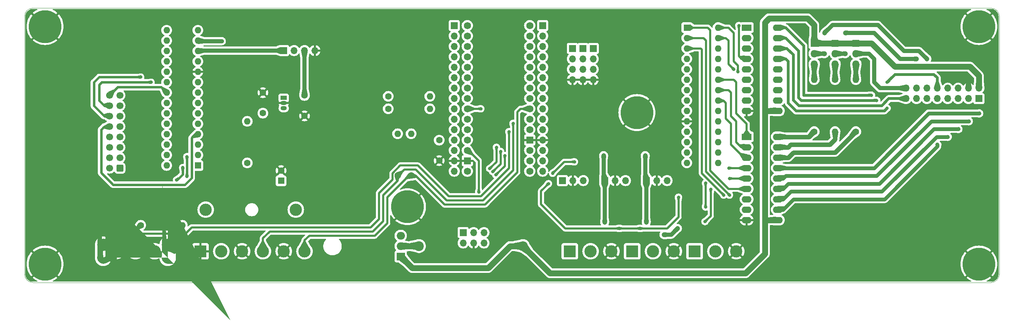
<source format=gbr>
%TF.GenerationSoftware,KiCad,Pcbnew,7.0.2-0*%
%TF.CreationDate,2024-03-30T13:55:00+00:00*%
%TF.ProjectId,cont_board,636f6e74-5f62-46f6-9172-642e6b696361,rev?*%
%TF.SameCoordinates,PX17d7840PY791ddc0*%
%TF.FileFunction,Copper,L2,Bot*%
%TF.FilePolarity,Positive*%
%FSLAX46Y46*%
G04 Gerber Fmt 4.6, Leading zero omitted, Abs format (unit mm)*
G04 Created by KiCad (PCBNEW 7.0.2-0) date 2024-03-30 13:55:00*
%MOMM*%
%LPD*%
G01*
G04 APERTURE LIST*
G04 Aperture macros list*
%AMRoundRect*
0 Rectangle with rounded corners*
0 $1 Rounding radius*
0 $2 $3 $4 $5 $6 $7 $8 $9 X,Y pos of 4 corners*
0 Add a 4 corners polygon primitive as box body*
4,1,4,$2,$3,$4,$5,$6,$7,$8,$9,$2,$3,0*
0 Add four circle primitives for the rounded corners*
1,1,$1+$1,$2,$3*
1,1,$1+$1,$4,$5*
1,1,$1+$1,$6,$7*
1,1,$1+$1,$8,$9*
0 Add four rect primitives between the rounded corners*
20,1,$1+$1,$2,$3,$4,$5,0*
20,1,$1+$1,$4,$5,$6,$7,0*
20,1,$1+$1,$6,$7,$8,$9,0*
20,1,$1+$1,$8,$9,$2,$3,0*%
%AMFreePoly0*
4,1,62,3.195063,1.495106,3.210902,1.495106,3.223715,1.485796,3.238779,1.480902,3.248088,1.468088,3.260902,1.458779,3.265796,1.443715,3.275106,1.430902,3.275106,1.415062,3.280000,1.400000,3.280000,-1.400000,3.272000,-1.424619,3.266636,-1.449943,3.262586,-1.453593,3.260902,-1.458779,3.239958,-1.473995,3.220734,-1.491328,3.215312,-1.491901,3.210902,-1.495106,3.185011,-1.495106,
3.159273,-1.497828,2.569274,-1.372829,2.558068,-1.366369,2.545279,-1.364443,1.590000,-0.886803,0.634721,-1.364443,0.621931,-1.366369,0.610726,-1.372829,0.595680,-1.376015,0.380337,-1.449943,0.368228,-1.454100,0.123869,-1.494877,0.034659,-1.494877,0.020726,-1.497829,-0.005017,-1.495106,-0.030902,-1.495106,-0.031217,-1.494877,-0.123869,-1.494877,-0.368228,-1.454100,-0.602543,-1.373660,
-0.820422,-1.255750,-1.015922,-1.103586,-1.183711,-0.921319,-1.319211,-0.713921,-1.418726,-0.487049,-1.479542,-0.246892,-1.500000,0.000000,-1.479542,0.246892,-1.418726,0.487049,-1.319211,0.713921,-1.183711,0.921319,-1.015922,1.103586,-0.820422,1.255750,-0.602543,1.373660,-0.368228,1.454100,-0.123869,1.494877,-0.031217,1.494877,-0.030902,1.495106,-0.015063,1.495106,0.000000,1.500000,
3.180000,1.500000,3.195063,1.495106,3.195063,1.495106,$1*%
%AMFreePoly1*
4,1,61,0.034659,1.494877,0.123869,1.494877,0.368228,1.454100,0.595680,1.376015,0.610726,1.372829,0.621931,1.366369,0.634721,1.364443,1.590000,0.886803,2.545279,1.364443,2.558068,1.366369,2.569274,1.372829,3.159273,1.497828,3.185011,1.495106,3.210902,1.495106,3.215312,1.491901,3.220734,1.491328,3.239958,1.473995,3.260902,1.458779,3.262586,1.453593,3.266636,1.449943,
3.272000,1.424619,3.280000,1.400000,3.280000,-1.400000,3.275106,-1.415062,3.275106,-1.430902,3.265796,-1.443715,3.260902,-1.458779,3.248088,-1.468088,3.238779,-1.480902,3.223715,-1.485796,3.210902,-1.495106,3.195063,-1.495106,3.180000,-1.500000,0.000000,-1.500000,-0.015063,-1.495106,-0.030902,-1.495106,-0.031217,-1.494877,-0.123869,-1.494877,-0.368228,-1.454100,-0.602543,-1.373660,
-0.820422,-1.255750,-1.015922,-1.103586,-1.183711,-0.921319,-1.319211,-0.713921,-1.418726,-0.487049,-1.479542,-0.246892,-1.500000,0.000000,-1.479542,0.246892,-1.418726,0.487049,-1.319211,0.713921,-1.183711,0.921319,-1.015922,1.103586,-0.820422,1.255750,-0.602543,1.373660,-0.368228,1.454100,-0.123869,1.494877,-0.031217,1.494877,-0.030902,1.495106,-0.005017,1.495106,0.020726,1.497829,
0.034659,1.494877,0.034659,1.494877,$1*%
G04 Aperture macros list end*
%TA.AperFunction,ComponentPad*%
%ADD10C,1.600000*%
%TD*%
%TA.AperFunction,ComponentPad*%
%ADD11O,1.600000X1.600000*%
%TD*%
%TA.AperFunction,ComponentPad*%
%ADD12R,1.600000X1.600000*%
%TD*%
%TA.AperFunction,ComponentPad*%
%ADD13R,1.800000X1.800000*%
%TD*%
%TA.AperFunction,ComponentPad*%
%ADD14O,1.800000X1.800000*%
%TD*%
%TA.AperFunction,ComponentPad*%
%ADD15C,0.900000*%
%TD*%
%TA.AperFunction,ComponentPad*%
%ADD16C,8.000000*%
%TD*%
%TA.AperFunction,ComponentPad*%
%ADD17C,3.000000*%
%TD*%
%TA.AperFunction,ComponentPad*%
%ADD18R,1.700000X1.700000*%
%TD*%
%TA.AperFunction,ComponentPad*%
%ADD19O,1.700000X1.700000*%
%TD*%
%TA.AperFunction,ComponentPad*%
%ADD20C,1.727200*%
%TD*%
%TA.AperFunction,ComponentPad*%
%ADD21R,1.727200X1.727200*%
%TD*%
%TA.AperFunction,ComponentPad*%
%ADD22R,2.400000X1.600000*%
%TD*%
%TA.AperFunction,ComponentPad*%
%ADD23O,2.400000X1.600000*%
%TD*%
%TA.AperFunction,ComponentPad*%
%ADD24R,3.000000X3.000000*%
%TD*%
%TA.AperFunction,ComponentPad*%
%ADD25C,2.400000*%
%TD*%
%TA.AperFunction,ComponentPad*%
%ADD26O,2.400000X2.400000*%
%TD*%
%TA.AperFunction,ComponentPad*%
%ADD27R,2.000000X1.905000*%
%TD*%
%TA.AperFunction,ComponentPad*%
%ADD28O,2.000000X1.905000*%
%TD*%
%TA.AperFunction,ComponentPad*%
%ADD29FreePoly0,90.000000*%
%TD*%
%TA.AperFunction,ComponentPad*%
%ADD30FreePoly1,90.000000*%
%TD*%
%TA.AperFunction,ComponentPad*%
%ADD31RoundRect,0.250000X0.600000X0.600000X-0.600000X0.600000X-0.600000X-0.600000X0.600000X-0.600000X0*%
%TD*%
%TA.AperFunction,ComponentPad*%
%ADD32C,1.700000*%
%TD*%
%TA.AperFunction,ComponentPad*%
%ADD33R,1.500000X1.050000*%
%TD*%
%TA.AperFunction,ComponentPad*%
%ADD34O,1.500000X1.050000*%
%TD*%
%TA.AperFunction,ViaPad*%
%ADD35C,1.200000*%
%TD*%
%TA.AperFunction,ViaPad*%
%ADD36C,0.800000*%
%TD*%
%TA.AperFunction,ViaPad*%
%ADD37C,1.000000*%
%TD*%
%TA.AperFunction,Conductor*%
%ADD38C,1.000000*%
%TD*%
%TA.AperFunction,Conductor*%
%ADD39C,0.500000*%
%TD*%
%TA.AperFunction,Conductor*%
%ADD40C,0.900000*%
%TD*%
%TA.AperFunction,Conductor*%
%ADD41C,0.700000*%
%TD*%
%TA.AperFunction,Conductor*%
%ADD42C,1.100000*%
%TD*%
%TA.AperFunction,Conductor*%
%ADD43C,1.400000*%
%TD*%
%TA.AperFunction,Conductor*%
%ADD44C,0.600000*%
%TD*%
%TA.AperFunction,Conductor*%
%ADD45C,1.200000*%
%TD*%
%TA.AperFunction,Profile*%
%ADD46C,0.100000*%
%TD*%
G04 APERTURE END LIST*
D10*
%TO.P,R8,1*%
%TO.N,/lamp_drive/r3*%
X192805000Y36840000D03*
D11*
%TO.P,R8,2*%
%TO.N,Net-(Q1-B)*%
X192805000Y49540000D03*
%TD*%
D12*
%TO.P,C1,1*%
%TO.N,+12V*%
X62630000Y24829887D03*
D10*
%TO.P,C1,2*%
%TO.N,GND*%
X62630000Y27329887D03*
%TD*%
D12*
%TO.P,U4,1,GPB0*%
%TO.N,LC6*%
X161690000Y62240000D03*
D11*
%TO.P,U4,2,GPB1*%
%TO.N,LC7*%
X161690000Y59700000D03*
%TO.P,U4,3,GPB2*%
%TO.N,LC8*%
X161690000Y57160000D03*
%TO.P,U4,4,GPB3*%
%TO.N,LC9*%
X161690000Y54620000D03*
%TO.P,U4,5,GPB4*%
%TO.N,unconnected-(U4-GPB4-Pad5)*%
X161690000Y52080000D03*
%TO.P,U4,6,GPB5*%
%TO.N,unconnected-(U4-GPB5-Pad6)*%
X161690000Y49540000D03*
%TO.P,U4,7,GPB6*%
%TO.N,unconnected-(U4-GPB6-Pad7)*%
X161690000Y47000000D03*
%TO.P,U4,8,GPB7*%
%TO.N,unconnected-(U4-GPB7-Pad8)*%
X161690000Y44460000D03*
%TO.P,U4,9,VDD*%
%TO.N,+5V*%
X161690000Y41920000D03*
%TO.P,U4,10,VSS*%
%TO.N,GND*%
X161690000Y39380000D03*
%TO.P,U4,11,NC*%
%TO.N,unconnected-(U4-NC-Pad11)*%
X161690000Y36840000D03*
%TO.P,U4,12,SCK*%
%TO.N,SCL*%
X161690000Y34300000D03*
%TO.P,U4,13,SDA*%
%TO.N,SDA*%
X161690000Y31760000D03*
%TO.P,U4,14,NC*%
%TO.N,unconnected-(U4-NC-Pad14)*%
X161690000Y29220000D03*
%TO.P,U4,15,A0*%
%TO.N,/lamp_drive/l_a0*%
X169310000Y29220000D03*
%TO.P,U4,16,A1*%
%TO.N,/lamp_drive/l_a1*%
X169310000Y31760000D03*
%TO.P,U4,17,A2*%
%TO.N,/lamp_drive/l_a2*%
X169310000Y34300000D03*
%TO.P,U4,18,~{RESET}*%
%TO.N,+5V*%
X169310000Y36840000D03*
%TO.P,U4,19,INTB*%
%TO.N,unconnected-(U4-INTB-Pad19)*%
X169310000Y39380000D03*
%TO.P,U4,20,INTA*%
%TO.N,unconnected-(U4-INTA-Pad20)*%
X169310000Y41920000D03*
%TO.P,U4,21,GPA0*%
%TO.N,LR1*%
X169310000Y44460000D03*
%TO.P,U4,22,GPA1*%
%TO.N,LR2*%
X169310000Y47000000D03*
%TO.P,U4,23,GPA2*%
%TO.N,LR3*%
X169310000Y49540000D03*
%TO.P,U4,24,GPA3*%
%TO.N,LC1*%
X169310000Y52080000D03*
%TO.P,U4,25,GPA4*%
%TO.N,LC2*%
X169310000Y54620000D03*
%TO.P,U4,26,GPA5*%
%TO.N,LC3*%
X169310000Y57160000D03*
%TO.P,U4,27,GPA6*%
%TO.N,LC4*%
X169310000Y59700000D03*
%TO.P,U4,28,GPA7*%
%TO.N,LC5*%
X169310000Y62240000D03*
%TD*%
D13*
%TO.P,Q3,1,E*%
%TO.N,+12VA*%
X202965000Y58430000D03*
D14*
%TO.P,Q3,2,C*%
%TO.N,/lamp_drive/hp_r1*%
X202965000Y55890000D03*
%TO.P,Q3,3,B*%
%TO.N,Net-(Q3-B)*%
X202965000Y53350000D03*
%TD*%
D15*
%TO.P,H3,1,1*%
%TO.N,GND*%
X230000000Y62500000D03*
X230878680Y64621320D03*
X230878680Y60378680D03*
X233000000Y65500000D03*
D16*
X233000000Y62500000D03*
D15*
X233000000Y59500000D03*
X235121320Y64621320D03*
X235121320Y60378680D03*
X236000000Y62500000D03*
%TD*%
D17*
%TO.P,F1,1*%
%TO.N,+BATT*%
X44215000Y17780000D03*
%TO.P,F1,2*%
%TO.N,+12V*%
X66215000Y17780000D03*
%TD*%
D10*
%TO.P,C6,1*%
%TO.N,+5V*%
X101238000Y34758000D03*
%TO.P,C6,2*%
%TO.N,GND*%
X101238000Y29758000D03*
%TD*%
%TO.P,C3,1*%
%TO.N,+5V*%
X68345000Y45680000D03*
%TO.P,C3,2*%
%TO.N,GND*%
X68345000Y40680000D03*
%TD*%
D18*
%TO.P,J5,1,Pin_1*%
%TO.N,D13*%
X104921000Y62738000D03*
D19*
%TO.P,J5,2,Pin_2*%
%TO.N,3V3*%
X104921000Y60198000D03*
%TO.P,J5,3,Pin_3*%
%TO.N,AREF*%
X104921000Y57658000D03*
%TO.P,J5,4,Pin_4*%
%TO.N,A0*%
X104921000Y55118000D03*
%TO.P,J5,5,Pin_5*%
%TO.N,A1*%
X104921000Y52578000D03*
%TO.P,J5,6,Pin_6*%
%TO.N,A2*%
X104921000Y50038000D03*
%TO.P,J5,7,Pin_7*%
%TO.N,A3*%
X104921000Y47498000D03*
%TO.P,J5,8,Pin_8*%
%TO.N,SDA*%
X104921000Y44958000D03*
%TO.P,J5,9,Pin_9*%
%TO.N,SCL*%
X104921000Y42418000D03*
%TO.P,J5,10,Pin_10*%
%TO.N,A6*%
X104921000Y39878000D03*
%TO.P,J5,11,Pin_11*%
%TO.N,A7*%
X104921000Y37338000D03*
%TO.P,J5,12,Pin_12*%
%TO.N,+5V*%
X104921000Y34798000D03*
%TO.P,J5,13,Pin_13*%
%TO.N,RST2*%
X104921000Y32258000D03*
%TO.P,J5,14,Pin_14*%
%TO.N,GND*%
X104921000Y29718000D03*
%TO.P,J5,15,Pin_15*%
%TO.N,unconnected-(J5-Pin_15-Pad15)*%
X104921000Y27178000D03*
%TD*%
D18*
%TO.P,J3,1,Pin_1*%
%TO.N,SCL*%
X138830000Y57150000D03*
D19*
%TO.P,J3,2,Pin_2*%
%TO.N,SDA*%
X138830000Y54610000D03*
%TO.P,J3,3,Pin_3*%
%TO.N,+5V*%
X138830000Y52070000D03*
%TO.P,J3,4,Pin_4*%
%TO.N,GND*%
X138830000Y49530000D03*
%TD*%
D20*
%TO.P,A1,3V3,3.3V*%
%TO.N,3V3*%
X108096000Y60198000D03*
%TO.P,A1,5V,5V*%
%TO.N,+5V*%
X108096000Y34798000D03*
%TO.P,A1,A0,A0*%
%TO.N,A0*%
X108096000Y55118000D03*
%TO.P,A1,A1,A1*%
%TO.N,A1*%
X108096000Y52578000D03*
%TO.P,A1,A2,A2*%
%TO.N,A2*%
X108096000Y50038000D03*
%TO.P,A1,A3,A3*%
%TO.N,A3*%
X108096000Y47498000D03*
%TO.P,A1,A4,A4/SDA*%
%TO.N,SDA*%
X108096000Y44958000D03*
%TO.P,A1,A5,A5/SCL*%
%TO.N,SCL*%
X108096000Y42418000D03*
%TO.P,A1,A6,A6*%
%TO.N,A6*%
X108096000Y39878000D03*
%TO.P,A1,A7,A7*%
%TO.N,A7*%
X108096000Y37338000D03*
%TO.P,A1,AREF,AREF*%
%TO.N,AREF*%
X108096000Y57658000D03*
%TO.P,A1,D0,D0/RX*%
%TO.N,D0*%
X123336000Y29718000D03*
%TO.P,A1,D1,D1/TX*%
%TO.N,D1*%
X123336000Y27178000D03*
%TO.P,A1,D2,D2_INT0*%
%TO.N,TEST_SW*%
X123336000Y37338000D03*
%TO.P,A1,D3,D3_INT1*%
%TO.N,CAM1_POS*%
X123336000Y39878000D03*
%TO.P,A1,D4,D4*%
%TO.N,CAM2_POS*%
X123336000Y42418000D03*
%TO.P,A1,D5,D5*%
%TO.N,D5*%
X123336000Y44958000D03*
%TO.P,A1,D6,D6*%
%TO.N,D6*%
X123336000Y47498000D03*
%TO.P,A1,D7,D7*%
%TO.N,D7*%
X123336000Y50038000D03*
%TO.P,A1,D8,D8*%
%TO.N,D8*%
X123336000Y52578000D03*
%TO.P,A1,D9,D9*%
%TO.N,D9*%
X123336000Y55118000D03*
%TO.P,A1,D10,D10*%
%TO.N,D10*%
X123336000Y57658000D03*
%TO.P,A1,D11,D11_MOSI*%
%TO.N,D11*%
X123336000Y60198000D03*
%TO.P,A1,D12,D12_MISO*%
%TO.N,D12*%
X123336000Y62738000D03*
%TO.P,A1,D13,D13_SCK*%
%TO.N,D13*%
X108096000Y62738000D03*
D21*
%TO.P,A1,GND1,GND*%
%TO.N,GND*%
X123336000Y34798000D03*
%TO.P,A1,GND2,GND*%
X108096000Y29718000D03*
D20*
%TO.P,A1,RST1,RESET*%
%TO.N,RST1*%
X123336000Y32258000D03*
%TO.P,A1,RST2,RESET*%
%TO.N,RST2*%
X108096000Y32258000D03*
%TO.P,A1,VIN,VIN*%
%TO.N,unconnected-(A1-PadVIN)*%
X108096000Y27178000D03*
%TD*%
D12*
%TO.P,U2,1,GPB0*%
%TO.N,SC6*%
X42310000Y28575000D03*
D11*
%TO.P,U2,2,GPB1*%
%TO.N,SC7*%
X42310000Y31115000D03*
%TO.P,U2,3,GPB2*%
%TO.N,SC8*%
X42310000Y33655000D03*
%TO.P,U2,4,GPB3*%
%TO.N,SC9*%
X42310000Y36195000D03*
%TO.P,U2,5,GPB4*%
%TO.N,unconnected-(U2-GPB4-Pad5)*%
X42310000Y38735000D03*
%TO.P,U2,6,GPB5*%
%TO.N,unconnected-(U2-GPB5-Pad6)*%
X42310000Y41275000D03*
%TO.P,U2,7,GPB6*%
%TO.N,unconnected-(U2-GPB6-Pad7)*%
X42310000Y43815000D03*
%TO.P,U2,8,GPB7*%
%TO.N,unconnected-(U2-GPB7-Pad8)*%
X42310000Y46355000D03*
%TO.P,U2,9,VDD*%
%TO.N,+5V*%
X42310000Y48895000D03*
%TO.P,U2,10,VSS*%
%TO.N,GND*%
X42310000Y51435000D03*
%TO.P,U2,11,NC*%
%TO.N,unconnected-(U2-NC-Pad11)*%
X42310000Y53975000D03*
%TO.P,U2,12,SCK*%
%TO.N,SCL*%
X42310000Y56515000D03*
%TO.P,U2,13,SDA*%
%TO.N,SDA*%
X42310000Y59055000D03*
%TO.P,U2,14,NC*%
%TO.N,unconnected-(U2-NC-Pad14)*%
X42310000Y61595000D03*
%TO.P,U2,15,A0*%
%TO.N,/s_a0*%
X34690000Y61595000D03*
%TO.P,U2,16,A1*%
%TO.N,/s_a1*%
X34690000Y59055000D03*
%TO.P,U2,17,A2*%
%TO.N,/s_a2*%
X34690000Y56515000D03*
%TO.P,U2,18,~{RESET}*%
%TO.N,+5V*%
X34690000Y53975000D03*
%TO.P,U2,19,INTB*%
%TO.N,unconnected-(U2-INTB-Pad19)*%
X34690000Y51435000D03*
%TO.P,U2,20,INTA*%
%TO.N,unconnected-(U2-INTA-Pad20)*%
X34690000Y48895000D03*
%TO.P,U2,21,GPA0*%
%TO.N,SR1*%
X34690000Y46355000D03*
%TO.P,U2,22,GPA1*%
%TO.N,SR2*%
X34690000Y43815000D03*
%TO.P,U2,23,GPA2*%
%TO.N,SR3*%
X34690000Y41275000D03*
%TO.P,U2,24,GPA3*%
%TO.N,SC1*%
X34690000Y38735000D03*
%TO.P,U2,25,GPA4*%
%TO.N,SC2*%
X34690000Y36195000D03*
%TO.P,U2,26,GPA5*%
%TO.N,SC3*%
X34690000Y33655000D03*
%TO.P,U2,27,GPA6*%
%TO.N,SC4*%
X34690000Y31115000D03*
%TO.P,U2,28,GPA7*%
%TO.N,SC5*%
X34690000Y28575000D03*
%TD*%
D10*
%TO.P,R7,1*%
%TO.N,+5V*%
X88792000Y45466000D03*
D11*
%TO.P,R7,2*%
%TO.N,SDA*%
X98952000Y45466000D03*
%TD*%
D18*
%TO.P,J7,1,Pin_1*%
%TO.N,+5V*%
X131337000Y24892000D03*
D19*
%TO.P,J7,2,Pin_2*%
%TO.N,GND*%
X133877000Y24892000D03*
%TO.P,J7,3,Pin_3*%
%TO.N,/RotorEncoder1/UPDI*%
X136417000Y24892000D03*
%TD*%
D10*
%TO.P,R6,1*%
%TO.N,+5V*%
X88792000Y42418000D03*
D11*
%TO.P,R6,2*%
%TO.N,SCL*%
X98952000Y42418000D03*
%TD*%
D18*
%TO.P,J2,1,Pin_1*%
%TO.N,SCL*%
X136290000Y57150000D03*
D19*
%TO.P,J2,2,Pin_2*%
%TO.N,SDA*%
X136290000Y54610000D03*
%TO.P,J2,3,Pin_3*%
%TO.N,+5V*%
X136290000Y52070000D03*
%TO.P,J2,4,Pin_4*%
%TO.N,GND*%
X136290000Y49530000D03*
%TD*%
D10*
%TO.P,R10,1*%
%TO.N,/lamp_drive/r1*%
X202965000Y36840000D03*
D11*
%TO.P,R10,2*%
%TO.N,Net-(Q3-B)*%
X202965000Y49540000D03*
%TD*%
D18*
%TO.P,J4,1,Pin_1*%
%TO.N,SCL*%
X63265000Y56642000D03*
D19*
%TO.P,J4,2,Pin_2*%
%TO.N,SDA*%
X65805000Y56642000D03*
%TO.P,J4,3,Pin_3*%
%TO.N,+5V*%
X68345000Y56642000D03*
%TO.P,J4,4,Pin_4*%
%TO.N,GND*%
X70885000Y56642000D03*
%TD*%
D22*
%TO.P,U3,1,I1*%
%TO.N,LC3*%
X176295000Y62230000D03*
D23*
%TO.P,U3,2,I2*%
%TO.N,LC2*%
X176295000Y59690000D03*
%TO.P,U3,3,I3*%
%TO.N,LC1*%
X176295000Y57150000D03*
%TO.P,U3,4,I4*%
%TO.N,LC9*%
X176295000Y54610000D03*
%TO.P,U3,5,I5*%
%TO.N,unconnected-(U3-I5-Pad5)*%
X176295000Y52070000D03*
%TO.P,U3,6,I6*%
%TO.N,unconnected-(U3-I6-Pad6)*%
X176295000Y49530000D03*
%TO.P,U3,7,I7*%
%TO.N,unconnected-(U3-I7-Pad7)*%
X176295000Y46990000D03*
%TO.P,U3,8,I8*%
%TO.N,unconnected-(U3-I8-Pad8)*%
X176295000Y44450000D03*
%TO.P,U3,9,GND*%
%TO.N,GND*%
X176295000Y41910000D03*
%TO.P,U3,10,COM*%
%TO.N,+12VA*%
X183915000Y41910000D03*
%TO.P,U3,11,O8*%
%TO.N,unconnected-(U3-O8-Pad11)*%
X183915000Y44450000D03*
%TO.P,U3,12,O7*%
%TO.N,unconnected-(U3-O7-Pad12)*%
X183915000Y46990000D03*
%TO.P,U3,13,O6*%
%TO.N,unconnected-(U3-O6-Pad13)*%
X183915000Y49530000D03*
%TO.P,U3,14,O5*%
%TO.N,unconnected-(U3-O5-Pad14)*%
X183915000Y52070000D03*
%TO.P,U3,15,O4*%
%TO.N,/lamp_drive/c9*%
X183915000Y54610000D03*
%TO.P,U3,16,O3*%
%TO.N,/lamp_drive/c1*%
X183915000Y57150000D03*
%TO.P,U3,17,O2*%
%TO.N,/lamp_drive/c2*%
X183915000Y59690000D03*
%TO.P,U3,18,O1*%
%TO.N,/lamp_drive/c3*%
X183915000Y62230000D03*
%TD*%
D10*
%TO.P,R4,1*%
%TO.N,CAM2_POS*%
X94380000Y26162000D03*
D11*
%TO.P,R4,2*%
%TO.N,+5V*%
X94380000Y36322000D03*
%TD*%
D15*
%TO.P,H4,1,1*%
%TO.N,GND*%
X90500000Y18500000D03*
X91378680Y20621320D03*
X91378680Y16378680D03*
X93500000Y21500000D03*
D16*
X93500000Y18500000D03*
D15*
X93500000Y15500000D03*
X95621320Y20621320D03*
X95621320Y16378680D03*
X96500000Y18500000D03*
%TD*%
D10*
%TO.P,R2,1*%
%TO.N,TEST_SW*%
X28340000Y13970000D03*
D11*
%TO.P,R2,2*%
%TO.N,+5V*%
X38500000Y13970000D03*
%TD*%
D24*
%TO.P,J12,1,Pin_1*%
%TO.N,/RotorEncoder2/r_enca*%
X163595000Y7620000D03*
D17*
%TO.P,J12,2,Pin_2*%
%TO.N,/RotorEncoder2/r_encb*%
X168675000Y7620000D03*
%TO.P,J12,3,Pin_3*%
%TO.N,GND*%
X173755000Y7620000D03*
%TD*%
D10*
%TO.P,R1,1*%
%TO.N,+12V*%
X54375000Y29210000D03*
D11*
%TO.P,R1,2*%
%TO.N,/smth*%
X54375000Y39370000D03*
%TD*%
D10*
%TO.P,C2,1*%
%TO.N,/smth*%
X58185000Y41355000D03*
%TO.P,C2,2*%
%TO.N,GND*%
X58185000Y46355000D03*
%TD*%
D25*
%TO.P,R5,1*%
%TO.N,Net-(U1-VO)*%
X96285000Y8890000D03*
D26*
%TO.P,R5,2*%
%TO.N,+12VA*%
X121685000Y8890000D03*
%TD*%
D15*
%TO.P,H2,1,1*%
%TO.N,GND*%
X2000000Y62500000D03*
X2878680Y64621320D03*
X2878680Y60378680D03*
X5000000Y65500000D03*
D16*
X5000000Y62500000D03*
D15*
X5000000Y59500000D03*
X7121320Y64621320D03*
X7121320Y60378680D03*
X8000000Y62500000D03*
%TD*%
D10*
%TO.P,R3,1*%
%TO.N,CAM1_POS*%
X91078000Y26162000D03*
D11*
%TO.P,R3,2*%
%TO.N,+5V*%
X91078000Y36322000D03*
%TD*%
D27*
%TO.P,U1,1,ADJ*%
%TO.N,+12VA*%
X91840000Y6350000D03*
D28*
%TO.P,U1,2,VO*%
%TO.N,Net-(U1-VO)*%
X91840000Y8890000D03*
%TO.P,U1,3,VI*%
%TO.N,+12V*%
X91840000Y11430000D03*
%TD*%
D15*
%TO.P,H1,1,1*%
%TO.N,GND*%
X2000000Y4500000D03*
X2878680Y6621320D03*
X2878680Y2378680D03*
X5000000Y7500000D03*
D16*
X5000000Y4500000D03*
D15*
X5000000Y1500000D03*
X7121320Y6621320D03*
X7121320Y2378680D03*
X8000000Y4500000D03*
%TD*%
D17*
%TO.P,SW1,1,A*%
%TO.N,unconnected-(SW1-A-Pad1)*%
X31770000Y7620000D03*
%TO.P,SW1,2,B*%
%TO.N,GND*%
X27070000Y7620000D03*
%TO.P,SW1,3,C*%
%TO.N,TEST_SW*%
X22270000Y7620000D03*
D29*
%TO.P,SW1,4*%
%TO.N,N/C*%
X19195000Y6030000D03*
D17*
X19195000Y9210000D03*
D30*
%TO.P,SW1,5*%
X34945000Y6030000D03*
D17*
X34945000Y9210000D03*
%TD*%
D24*
%TO.P,PL1,1,Pin_1*%
%TO.N,GND*%
X42945000Y7620000D03*
D17*
%TO.P,PL1,2,Pin_2*%
%TO.N,+BATT*%
X48025000Y7620000D03*
%TO.P,PL1,3,Pin_3*%
%TO.N,GND*%
X53105000Y7620000D03*
%TO.P,PL1,4,Pin_4*%
%TO.N,CAM1_POS*%
X58185000Y7620000D03*
%TO.P,PL1,5,Pin_5*%
%TO.N,GND*%
X63265000Y7620000D03*
%TO.P,PL1,6,Pin_6*%
%TO.N,CAM2_POS*%
X68345000Y7620000D03*
%TD*%
D31*
%TO.P,PL2,1,Pin_1*%
%TO.N,SC8*%
X23260000Y27940000D03*
D32*
%TO.P,PL2,2,Pin_2*%
%TO.N,unconnected-(PL2-Pin_2-Pad2)*%
X20720000Y27940000D03*
%TO.P,PL2,3,Pin_3*%
%TO.N,SC7*%
X23260000Y30480000D03*
%TO.P,PL2,4,Pin_4*%
%TO.N,unconnected-(PL2-Pin_4-Pad4)*%
X20720000Y30480000D03*
%TO.P,PL2,5,Pin_5*%
%TO.N,SC6*%
X23260000Y33020000D03*
%TO.P,PL2,6,Pin_6*%
%TO.N,unconnected-(PL2-Pin_6-Pad6)*%
X20720000Y33020000D03*
%TO.P,PL2,7,Pin_7*%
%TO.N,SC5*%
X23260000Y35560000D03*
%TO.P,PL2,8,Pin_8*%
%TO.N,unconnected-(PL2-Pin_8-Pad8)*%
X20720000Y35560000D03*
%TO.P,PL2,9,Pin_9*%
%TO.N,SC4*%
X23260000Y38100000D03*
%TO.P,PL2,10,Pin_10*%
%TO.N,SC9*%
X20720000Y38100000D03*
%TO.P,PL2,11,Pin_11*%
%TO.N,SC3*%
X23260000Y40640000D03*
%TO.P,PL2,12,Pin_12*%
%TO.N,SR3*%
X20720000Y40640000D03*
%TO.P,PL2,13,Pin_13*%
%TO.N,SC2*%
X23260000Y43180000D03*
%TO.P,PL2,14,Pin_14*%
%TO.N,SR2*%
X20720000Y43180000D03*
%TO.P,PL2,15,Pin_15*%
%TO.N,SC1*%
X23260000Y45720000D03*
%TO.P,PL2,16,Pin_16*%
%TO.N,SR1*%
X20720000Y45720000D03*
%TD*%
D24*
%TO.P,J9,1,Pin_1*%
%TO.N,/RotorEncoder/r_enca*%
X148355000Y7620000D03*
D17*
%TO.P,J9,2,Pin_2*%
%TO.N,/RotorEncoder/r_encb*%
X153435000Y7620000D03*
%TO.P,J9,3,Pin_3*%
%TO.N,GND*%
X158515000Y7620000D03*
%TD*%
D18*
%TO.P,J11,1,Pin_1*%
%TO.N,+5V*%
X151784000Y24892000D03*
D19*
%TO.P,J11,2,Pin_2*%
%TO.N,GND*%
X154324000Y24892000D03*
%TO.P,J11,3,Pin_3*%
%TO.N,/RotorEncoder2/UPDI*%
X156864000Y24892000D03*
%TD*%
D10*
%TO.P,R9,1*%
%TO.N,Net-(Q2-B)*%
X197885000Y49540000D03*
D11*
%TO.P,R9,2*%
%TO.N,/lamp_drive/r2*%
X197885000Y36840000D03*
%TD*%
D13*
%TO.P,Q1,1,E*%
%TO.N,+12VA*%
X192805000Y58430000D03*
D14*
%TO.P,Q1,2,C*%
%TO.N,/lamp_drive/hp_r3*%
X192805000Y55890000D03*
%TO.P,Q1,3,B*%
%TO.N,Net-(Q1-B)*%
X192805000Y53350000D03*
%TD*%
D13*
%TO.P,Q2,1,E*%
%TO.N,+12VA*%
X197885000Y58430000D03*
D14*
%TO.P,Q2,2,C*%
%TO.N,/lamp_drive/hp_r2*%
X197885000Y55890000D03*
%TO.P,Q2,3,B*%
%TO.N,Net-(Q2-B)*%
X197885000Y53350000D03*
%TD*%
D15*
%TO.P,H5,1,1*%
%TO.N,GND*%
X230000000Y4500000D03*
X230878680Y6621320D03*
X230878680Y2378680D03*
X233000000Y7500000D03*
D16*
X233000000Y4500000D03*
D15*
X233000000Y1500000D03*
X235121320Y6621320D03*
X235121320Y2378680D03*
X236000000Y4500000D03*
%TD*%
D22*
%TO.P,U5,1,I1*%
%TO.N,LR3*%
X176295000Y35570000D03*
D23*
%TO.P,U5,2,I2*%
%TO.N,LR2*%
X176295000Y33030000D03*
%TO.P,U5,3,I3*%
%TO.N,LR1*%
X176295000Y30490000D03*
%TO.P,U5,4,I4*%
%TO.N,LC8*%
X176295000Y27950000D03*
%TO.P,U5,5,I5*%
%TO.N,LC7*%
X176295000Y25410000D03*
%TO.P,U5,6,I6*%
%TO.N,LC6*%
X176295000Y22870000D03*
%TO.P,U5,7,I7*%
%TO.N,LC5*%
X176295000Y20330000D03*
%TO.P,U5,8,I8*%
%TO.N,LC4*%
X176295000Y17790000D03*
%TO.P,U5,9,GND*%
%TO.N,GND*%
X176295000Y15250000D03*
%TO.P,U5,10,COM*%
%TO.N,+12VA*%
X183915000Y15250000D03*
%TO.P,U5,11,O8*%
%TO.N,/lamp_drive/c4*%
X183915000Y17790000D03*
%TO.P,U5,12,O7*%
%TO.N,/lamp_drive/c5*%
X183915000Y20330000D03*
%TO.P,U5,13,O6*%
%TO.N,/lamp_drive/c6*%
X183915000Y22870000D03*
%TO.P,U5,14,O5*%
%TO.N,/lamp_drive/c7*%
X183915000Y25410000D03*
%TO.P,U5,15,O4*%
%TO.N,/lamp_drive/c8*%
X183915000Y27950000D03*
%TO.P,U5,16,O3*%
%TO.N,/lamp_drive/r1*%
X183915000Y30490000D03*
%TO.P,U5,17,O2*%
%TO.N,/lamp_drive/r2*%
X183915000Y33030000D03*
%TO.P,U5,18,O1*%
%TO.N,/lamp_drive/r3*%
X183915000Y35570000D03*
%TD*%
D15*
%TO.P,H6,1,1*%
%TO.N,GND*%
X146500000Y41500000D03*
X147378680Y43621320D03*
X147378680Y39378680D03*
X149500000Y44500000D03*
D16*
X149500000Y41500000D03*
D15*
X149500000Y38500000D03*
X151621320Y43621320D03*
X151621320Y39378680D03*
X152500000Y41500000D03*
%TD*%
D24*
%TO.P,J8,1,Pin_1*%
%TO.N,/RotorEncoder1/r_enca*%
X133115000Y7620000D03*
D17*
%TO.P,J8,2,Pin_2*%
%TO.N,/RotorEncoder1/r_encb*%
X138195000Y7620000D03*
%TO.P,J8,3,Pin_3*%
%TO.N,GND*%
X143275000Y7620000D03*
%TD*%
D18*
%TO.P,J1,1,Pin_1*%
%TO.N,SCL*%
X133750000Y57150000D03*
D19*
%TO.P,J1,2,Pin_2*%
%TO.N,SDA*%
X133750000Y54610000D03*
%TO.P,J1,3,Pin_3*%
%TO.N,+5V*%
X133750000Y52070000D03*
%TO.P,J1,4,Pin_4*%
%TO.N,GND*%
X133750000Y49530000D03*
%TD*%
D18*
%TO.P,J6,1,Pin_1*%
%TO.N,D12*%
X126511000Y62738000D03*
D19*
%TO.P,J6,2,Pin_2*%
%TO.N,D11*%
X126511000Y60198000D03*
%TO.P,J6,3,Pin_3*%
%TO.N,D10*%
X126511000Y57658000D03*
%TO.P,J6,4,Pin_4*%
%TO.N,D9*%
X126511000Y55118000D03*
%TO.P,J6,5,Pin_5*%
%TO.N,D8*%
X126511000Y52578000D03*
%TO.P,J6,6,Pin_6*%
%TO.N,D7*%
X126511000Y50038000D03*
%TO.P,J6,7,Pin_7*%
%TO.N,D6*%
X126511000Y47498000D03*
%TO.P,J6,8,Pin_8*%
%TO.N,D5*%
X126511000Y44958000D03*
%TO.P,J6,9,Pin_9*%
%TO.N,CAM2_POS*%
X126511000Y42418000D03*
%TO.P,J6,10,Pin_10*%
%TO.N,CAM1_POS*%
X126511000Y39878000D03*
%TO.P,J6,11,Pin_11*%
%TO.N,TEST_SW*%
X126511000Y37338000D03*
%TO.P,J6,12,Pin_12*%
%TO.N,GND*%
X126511000Y34798000D03*
%TO.P,J6,13,Pin_13*%
%TO.N,RST1*%
X126511000Y32258000D03*
%TO.P,J6,14,Pin_14*%
%TO.N,D0*%
X126511000Y29718000D03*
%TO.P,J6,15,Pin_15*%
%TO.N,D1*%
X126511000Y27178000D03*
%TD*%
D18*
%TO.P,J10,1,Pin_1*%
%TO.N,+5V*%
X141624000Y24892000D03*
D19*
%TO.P,J10,2,Pin_2*%
%TO.N,GND*%
X144164000Y24892000D03*
%TO.P,J10,3,Pin_3*%
%TO.N,/RotorEncoder/UPDI*%
X146704000Y24892000D03*
%TD*%
D33*
%TO.P,IC1,1,VO*%
%TO.N,+5V*%
X63265000Y45085000D03*
D34*
%TO.P,IC1,2,GND*%
%TO.N,GND*%
X63265000Y43815000D03*
%TO.P,IC1,3,VI*%
%TO.N,/smth*%
X63265000Y42545000D03*
%TD*%
D18*
%TO.P,PL3,1,Pin_1*%
%TO.N,/lamp_drive/c8*%
X233000000Y44900000D03*
D19*
%TO.P,PL3,2,Pin_2*%
%TO.N,/lamp_drive/c7*%
X230460000Y44900000D03*
%TO.P,PL3,3,Pin_3*%
%TO.N,/lamp_drive/c6*%
X227920000Y44900000D03*
%TO.P,PL3,4,Pin_4*%
%TO.N,/lamp_drive/c5*%
X225380000Y44900000D03*
%TO.P,PL3,5,Pin_5*%
%TO.N,/lamp_drive/c4*%
X222840000Y44900000D03*
%TO.P,PL3,6,Pin_6*%
%TO.N,/lamp_drive/c3*%
X220300000Y44900000D03*
%TO.P,PL3,7,Pin_7*%
%TO.N,/lamp_drive/c2*%
X217760000Y44900000D03*
%TO.P,PL3,8,Pin_8*%
%TO.N,/lamp_drive/c1*%
X215220000Y44900000D03*
%TO.P,PL3,9,Pin_9*%
%TO.N,/lamp_drive/hp_r1*%
X215220000Y47440000D03*
%TO.P,PL3,10,Pin_10*%
%TO.N,/lamp_drive/hp_r2*%
X217760000Y47440000D03*
%TO.P,PL3,11,Pin_11*%
%TO.N,/lamp_drive/hp_r3*%
X220300000Y47440000D03*
%TO.P,PL3,12,Pin_12*%
%TO.N,/lamp_drive/c9*%
X222840000Y47440000D03*
%TO.P,PL3,13,Pin_13*%
%TO.N,unconnected-(PL3-Pin_13-Pad13)*%
X225380000Y47440000D03*
%TO.P,PL3,14,Pin_14*%
%TO.N,unconnected-(PL3-Pin_14-Pad14)*%
X227920000Y47440000D03*
%TO.P,PL3,15,Pin_15*%
%TO.N,GND*%
X230460000Y47440000D03*
%TO.P,PL3,16,Pin_16*%
%TO.N,+12VA*%
X233000000Y47440000D03*
%TD*%
D18*
%TO.P,J13,1,Pin_1*%
%TO.N,D12*%
X107080000Y12192000D03*
D19*
%TO.P,J13,2,Pin_2*%
%TO.N,D13*%
X107080000Y9652000D03*
%TO.P,J13,3,Pin_3*%
%TO.N,RST2*%
X109620000Y12192000D03*
%TO.P,J13,4,Pin_4*%
%TO.N,GND*%
X109620000Y9652000D03*
%TO.P,J13,5,Pin_5*%
%TO.N,D11*%
X112160000Y12192000D03*
%TO.P,J13,6,Pin_6*%
%TO.N,+5V*%
X112160000Y9652000D03*
%TD*%
D35*
%TO.N,GND*%
X127654000Y20193000D03*
X227222000Y50546000D03*
X135528000Y27686000D03*
X224700000Y50546000D03*
X38510000Y46990000D03*
X109620000Y6858000D03*
D36*
X29864000Y58420000D03*
D35*
X205505000Y49530000D03*
X107080000Y6858000D03*
X225952000Y50546000D03*
X154324000Y27432000D03*
X118510000Y16510000D03*
X228492000Y50546000D03*
X159404000Y39116000D03*
X128924000Y20193000D03*
D36*
X29864000Y61595000D03*
D35*
X128924000Y21433500D03*
X117240000Y16510000D03*
X153054000Y27432000D03*
X136798000Y27686000D03*
X155594000Y27432000D03*
X115970000Y16510000D03*
X127654000Y21433500D03*
X159404000Y40386000D03*
X205505000Y50800000D03*
X134258000Y27686000D03*
X205505000Y48260000D03*
X108350000Y6858000D03*
X159404000Y37846000D03*
D36*
%TO.N,TEST_SW*%
X118256000Y36830000D03*
%TO.N,CAM1_POS*%
X119272000Y38862000D03*
%TO.N,SDA*%
X159658000Y20828000D03*
X150260000Y13208000D03*
X48152000Y58928000D03*
X127908000Y24130000D03*
X145180000Y13208000D03*
%TO.N,SCL*%
X111398000Y42418000D03*
X134258000Y29464000D03*
X128924000Y26670000D03*
X48152000Y56642000D03*
D35*
%TO.N,+5V*%
X151784000Y14732000D03*
X141624000Y14732000D03*
X159404000Y13208000D03*
X156102000Y11684000D03*
X141370000Y30988000D03*
X151530000Y30988000D03*
D37*
%TO.N,/lamp_drive/c8*%
X233064000Y41285000D03*
%TO.N,/lamp_drive/c7*%
X230524000Y39370000D03*
%TO.N,/lamp_drive/c6*%
X227984000Y37465000D03*
%TO.N,/lamp_drive/c5*%
X225380000Y35560000D03*
%TO.N,/lamp_drive/c4*%
X222840000Y33655000D03*
D36*
%TO.N,/lamp_drive/c3*%
X206775000Y45730000D03*
%TO.N,/lamp_drive/c2*%
X208045000Y44460000D03*
%TO.N,/lamp_drive/c9*%
X210585000Y48895000D03*
X210585000Y42555000D03*
%TO.N,SC8*%
X39641957Y30735043D03*
X39644043Y25906957D03*
%TO.N,SC7*%
X38627000Y28067000D03*
X37103000Y25019000D03*
%TO.N,SR2*%
X30880000Y48895000D03*
%TO.N,SR3*%
X28340000Y50165000D03*
%TO.N,LC9*%
X174390000Y62738000D03*
%TO.N,LC7*%
X172104000Y25410000D03*
X172104000Y21346000D03*
%TO.N,LC8*%
X171977000Y27950000D03*
X170707000Y21346000D03*
%TO.N,LC4*%
X173120000Y52080000D03*
%TO.N,LC5*%
X174136000Y51445000D03*
%TO.N,D11*%
X117240000Y30988000D03*
X115081000Y26289000D03*
%TO.N,D12*%
X116224000Y32004000D03*
X114319000Y27051000D03*
%TO.N,D13*%
X113557000Y27813000D03*
X115208000Y33020000D03*
%TO.N,RST2*%
X110890000Y22098000D03*
D35*
%TO.N,/lamp_drive/hp_r3*%
X220300000Y54610000D03*
X195345000Y60970000D03*
X195345000Y55890000D03*
%TO.N,/lamp_drive/hp_r2*%
X200425000Y55890000D03*
X200425000Y60970000D03*
X217760000Y54610000D03*
D36*
%TO.N,/lamp_drive/l_a1*%
X166262000Y18425000D03*
X166262000Y24267000D03*
%TO.N,/lamp_drive/l_a0*%
X167532000Y22743000D03*
X166135000Y14869000D03*
%TD*%
D38*
%TO.N,GND*%
X229762000Y50546000D02*
X230460000Y49848000D01*
X230460000Y49848000D02*
X230460000Y47440000D01*
X224700000Y50546000D02*
X229762000Y50546000D01*
D39*
%TO.N,TEST_SW*%
X96031000Y28575000D02*
X91713000Y28575000D01*
X118256000Y27940000D02*
X111398000Y21082000D01*
X39262000Y11938000D02*
X26308000Y11938000D01*
X118256000Y36830000D02*
X118256000Y27940000D01*
X86506000Y21844000D02*
X86506000Y15494000D01*
X89808000Y26670000D02*
X89808000Y25146000D01*
X111398000Y21082000D02*
X103524000Y21082000D01*
X84474000Y13462000D02*
X40786000Y13462000D01*
X25800000Y11430000D02*
X28340000Y13970000D01*
X40786000Y13462000D02*
X39262000Y11938000D01*
X26308000Y11938000D02*
X25800000Y11430000D01*
X91713000Y28575000D02*
X89808000Y26670000D01*
X25800000Y11430000D02*
X22270000Y7900000D01*
X89808000Y25146000D02*
X86506000Y21844000D01*
X86506000Y15494000D02*
X84474000Y13462000D01*
X103524000Y21082000D02*
X96031000Y28575000D01*
%TO.N,CAM1_POS*%
X87522000Y14986000D02*
X84982000Y12446000D01*
X87522000Y21336000D02*
X87522000Y14986000D01*
X91078000Y25908000D02*
X91078000Y24892000D01*
X119272000Y27432000D02*
X111906000Y20066000D01*
X59836000Y12446000D02*
X58185000Y10795000D01*
X91078000Y24892000D02*
X87522000Y21336000D01*
X84982000Y12446000D02*
X59836000Y12446000D01*
X111906000Y20066000D02*
X103016000Y20066000D01*
X92729000Y27559000D02*
X91078000Y25908000D01*
X103016000Y20066000D02*
X95523000Y27559000D01*
X119272000Y38862000D02*
X119272000Y27432000D01*
X58185000Y10795000D02*
X58185000Y7620000D01*
X95523000Y27559000D02*
X92729000Y27559000D01*
%TO.N,CAM2_POS*%
X69488000Y11430000D02*
X85490000Y11430000D01*
X68345000Y10287000D02*
X69488000Y11430000D01*
X95396000Y26162000D02*
X102508000Y19050000D01*
X88538000Y14478000D02*
X88538000Y20828000D01*
X102508000Y19050000D02*
X112414000Y19050000D01*
X121050000Y42418000D02*
X123336000Y42418000D01*
X94380000Y26162000D02*
X95396000Y26162000D01*
X88538000Y20828000D02*
X93872000Y26162000D01*
X112414000Y19050000D02*
X120288000Y26924000D01*
X120288000Y26924000D02*
X120288000Y41656000D01*
X120288000Y41656000D02*
X121050000Y42418000D01*
X85490000Y11430000D02*
X88538000Y14478000D01*
X68345000Y7620000D02*
X68345000Y10287000D01*
%TO.N,SDA*%
X156864000Y13208000D02*
X159658000Y16002000D01*
X131972000Y13208000D02*
X145180000Y13208000D01*
X127908000Y24130000D02*
X126096000Y22318000D01*
X159658000Y16002000D02*
X159658000Y20828000D01*
X150260000Y13208000D02*
X145180000Y13208000D01*
X126096000Y19084000D02*
X131972000Y13208000D01*
D38*
X48152000Y58928000D02*
X42437000Y58928000D01*
D39*
X126096000Y22318000D02*
X126096000Y19084000D01*
X150260000Y13208000D02*
X156864000Y13208000D01*
D38*
%TO.N,SCL*%
X48152000Y56642000D02*
X42437000Y56642000D01*
D39*
X128924000Y26670000D02*
X131718000Y29464000D01*
D38*
X48152000Y56642000D02*
X63265000Y56642000D01*
D39*
X131718000Y29464000D02*
X134258000Y29464000D01*
X108096000Y42418000D02*
X111398000Y42418000D01*
D38*
%TO.N,+5V*%
X151530000Y25084000D02*
X151530000Y30988000D01*
X141370000Y25019000D02*
X141370000Y30988000D01*
X151784000Y24892000D02*
X151784000Y14732000D01*
X157880000Y11684000D02*
X159404000Y13208000D01*
X156102000Y11684000D02*
X157880000Y11684000D01*
X68345000Y56642000D02*
X68345000Y45680000D01*
X141624000Y24892000D02*
X141624000Y14732000D01*
D40*
%TO.N,/lamp_drive/c8*%
X207400000Y27940000D02*
X183925000Y27940000D01*
X233064000Y41285000D02*
X220745000Y41285000D01*
X220745000Y41285000D02*
X207400000Y27940000D01*
%TO.N,/lamp_drive/c7*%
X208045000Y26045000D02*
X185820000Y26045000D01*
X221370000Y39370000D02*
X208045000Y26045000D01*
X185820000Y26045000D02*
X185185000Y25410000D01*
X185185000Y25410000D02*
X183915000Y25410000D01*
X230524000Y39370000D02*
X221370000Y39370000D01*
%TO.N,/lamp_drive/c6*%
X186455000Y24140000D02*
X185185000Y22870000D01*
X208680000Y24140000D02*
X186455000Y24140000D01*
X185185000Y22870000D02*
X183915000Y22870000D01*
X227984000Y37465000D02*
X222005000Y37465000D01*
X222005000Y37465000D02*
X208680000Y24140000D01*
%TO.N,/lamp_drive/c5*%
X225380000Y35560000D02*
X222640000Y35560000D01*
X209315000Y22235000D02*
X187090000Y22235000D01*
X222640000Y35560000D02*
X209315000Y22235000D01*
X187090000Y22235000D02*
X185185000Y20330000D01*
X185185000Y20330000D02*
X183915000Y20330000D01*
%TO.N,/lamp_drive/c4*%
X185185000Y17790000D02*
X183915000Y17790000D01*
X222840000Y33220000D02*
X209950000Y20330000D01*
X209950000Y20330000D02*
X187725000Y20330000D01*
X187725000Y20330000D02*
X185185000Y17790000D01*
X222840000Y33655000D02*
X222840000Y33220000D01*
D41*
%TO.N,/lamp_drive/c3*%
X190265000Y57795000D02*
X185830000Y62230000D01*
X185830000Y62230000D02*
X183915000Y62230000D01*
X206775000Y45730000D02*
X190265000Y45730000D01*
X190265000Y45730000D02*
X190265000Y57795000D01*
%TO.N,/lamp_drive/c2*%
X185830000Y59690000D02*
X183915000Y59690000D01*
X188995000Y56525000D02*
X188995000Y45095000D01*
X189630000Y44460000D02*
X208045000Y44460000D01*
X188995000Y56525000D02*
X185830000Y59690000D01*
X188995000Y45095000D02*
X189630000Y44460000D01*
%TO.N,/lamp_drive/c1*%
X211025000Y44900000D02*
X215220000Y44900000D01*
X187725000Y55572500D02*
X187725000Y44516396D01*
X189051396Y43190000D02*
X209315000Y43190000D01*
X183915000Y57150000D02*
X186147500Y57150000D01*
X186147500Y57150000D02*
X187725000Y55572500D01*
X187725000Y44516396D02*
X189051396Y43190000D01*
X209315000Y43190000D02*
X211025000Y44900000D01*
D42*
%TO.N,/lamp_drive/r1*%
X202965000Y36840000D02*
X197875000Y31750000D01*
X187725000Y31750000D02*
X186455000Y30480000D01*
X197875000Y31750000D02*
X187725000Y31750000D01*
X186455000Y30480000D02*
X183925000Y30480000D01*
%TO.N,/lamp_drive/r2*%
X197885000Y34935000D02*
X196605000Y33655000D01*
X186445000Y33030000D02*
X183915000Y33030000D01*
X196605000Y33655000D02*
X187070000Y33655000D01*
X187070000Y33655000D02*
X186445000Y33030000D01*
X197885000Y36840000D02*
X197885000Y34935000D01*
%TO.N,/lamp_drive/r3*%
X191525000Y35560000D02*
X183925000Y35560000D01*
X192805000Y36840000D02*
X191525000Y35560000D01*
D41*
%TO.N,/lamp_drive/c9*%
X188360000Y41920000D02*
X209950000Y41920000D01*
X212490000Y50800000D02*
X222015000Y50800000D01*
X186455000Y53985000D02*
X186455000Y43825000D01*
X185830000Y54610000D02*
X183915000Y54610000D01*
X186455000Y43825000D02*
X188360000Y41920000D01*
X209950000Y41920000D02*
X210585000Y42555000D01*
X210585000Y48895000D02*
X212490000Y50800000D01*
X186455000Y53985000D02*
X185830000Y54610000D01*
X222015000Y50800000D02*
X222840000Y49975000D01*
X222840000Y49975000D02*
X222840000Y47440000D01*
D43*
%TO.N,+12VA*%
X233000000Y50483000D02*
X233000000Y47440000D01*
X180750000Y41910000D02*
X183915000Y41910000D01*
X180740000Y6985000D02*
X180740000Y15250000D01*
X180740000Y15250000D02*
X180740000Y41920000D01*
X118510000Y8890000D02*
X121685000Y8890000D01*
X191164000Y64516000D02*
X192805000Y62875000D01*
X128289000Y2286000D02*
X176041000Y2286000D01*
X230778000Y52705000D02*
X233000000Y50483000D01*
X192805000Y62875000D02*
X192805000Y58430000D01*
X180740000Y41920000D02*
X180740000Y63510000D01*
X113176000Y3556000D02*
X118510000Y8890000D01*
X180740000Y15250000D02*
X183915000Y15250000D01*
X181746000Y64516000D02*
X191164000Y64516000D01*
X192805000Y58430000D02*
X206765000Y58430000D01*
X180740000Y63510000D02*
X181746000Y64516000D01*
X206765000Y58430000D02*
X212490000Y52705000D01*
X94634000Y3556000D02*
X113176000Y3556000D01*
X121685000Y8890000D02*
X128289000Y2286000D01*
X91840000Y6350000D02*
X94634000Y3556000D01*
X180740000Y41920000D02*
X180750000Y41910000D01*
X176041000Y2286000D02*
X180740000Y6985000D01*
X212490000Y52705000D02*
X230778000Y52705000D01*
D44*
%TO.N,SC8*%
X39641957Y30735043D02*
X39643000Y30734000D01*
X39643000Y25908000D02*
X39644043Y25906957D01*
X39643000Y30734000D02*
X39643000Y25908000D01*
%TO.N,SC7*%
X37230000Y25019000D02*
X37103000Y25019000D01*
X38627000Y28067000D02*
X38627000Y26416000D01*
X38627000Y26416000D02*
X37230000Y25019000D01*
%TO.N,SR1*%
X22705000Y47705000D02*
X33340000Y47705000D01*
X20720000Y45720000D02*
X22705000Y47705000D01*
X33340000Y47705000D02*
X34690000Y46355000D01*
%TO.N,SR2*%
X19450000Y43180000D02*
X18180000Y44450000D01*
X18180000Y48260000D02*
X18815000Y48895000D01*
X18180000Y44450000D02*
X18180000Y48260000D01*
X18815000Y48895000D02*
X30880000Y48895000D01*
X20720000Y43180000D02*
X19450000Y43180000D01*
%TO.N,SR3*%
X16910000Y48895000D02*
X18180000Y50165000D01*
X19450000Y40640000D02*
X16910000Y43180000D01*
X16910000Y43180000D02*
X16910000Y48895000D01*
X18180000Y50165000D02*
X28340000Y50165000D01*
X20720000Y40640000D02*
X19450000Y40640000D01*
%TO.N,SC9*%
X41675000Y36195000D02*
X42310000Y36195000D01*
X21609000Y23876000D02*
X39135000Y23876000D01*
X40786000Y25527000D02*
X40786000Y35306000D01*
X18688000Y26797000D02*
X21609000Y23876000D01*
X19450000Y38100000D02*
X18688000Y37338000D01*
X40786000Y35306000D02*
X41675000Y36195000D01*
X39135000Y23876000D02*
X40786000Y25527000D01*
X18688000Y37338000D02*
X18688000Y26797000D01*
X20720000Y38100000D02*
X19450000Y38100000D01*
D45*
%TO.N,Net-(Q1-B)*%
X192805000Y49540000D02*
X192805000Y53350000D01*
%TO.N,Net-(Q2-B)*%
X197885000Y49540000D02*
X197885000Y53350000D01*
%TO.N,Net-(Q3-B)*%
X202965000Y49540000D02*
X202965000Y53350000D01*
D43*
%TO.N,Net-(U1-VO)*%
X91840000Y8890000D02*
X96285000Y8890000D01*
D39*
%TO.N,LC9*%
X175035000Y54610000D02*
X176295000Y54610000D01*
X174390000Y55255000D02*
X175035000Y54610000D01*
X174390000Y62738000D02*
X174390000Y55255000D01*
%TO.N,LC6*%
X167405000Y27315000D02*
X171850000Y22870000D01*
X171850000Y22870000D02*
X176295000Y22870000D01*
X167405000Y61605000D02*
X167405000Y27315000D01*
X161690000Y62240000D02*
X166770000Y62240000D01*
X166770000Y62240000D02*
X167405000Y61605000D01*
%TO.N,LC7*%
X172104000Y21346000D02*
X166389000Y27061000D01*
X165754000Y59700000D02*
X161690000Y59700000D01*
X172104000Y25410000D02*
X176295000Y25410000D01*
X166389000Y59065000D02*
X165754000Y59700000D01*
X166389000Y27061000D02*
X166389000Y59065000D01*
%TO.N,LC8*%
X171977000Y27950000D02*
X176295000Y27950000D01*
X161690000Y57160000D02*
X165119000Y57160000D01*
X165373000Y56906000D02*
X165373000Y26680000D01*
X165373000Y26680000D02*
X170707000Y21346000D01*
X165119000Y57160000D02*
X165373000Y56906000D01*
%TO.N,LR1*%
X172485000Y33665000D02*
X175660000Y30490000D01*
X171215000Y40015000D02*
X172485000Y38745000D01*
X171215000Y43825000D02*
X171215000Y40015000D01*
X172485000Y38745000D02*
X172485000Y33665000D01*
X170580000Y44460000D02*
X171215000Y43825000D01*
X169310000Y44460000D02*
X170580000Y44460000D01*
%TO.N,LR2*%
X173755000Y39380000D02*
X173755000Y34300000D01*
X172485000Y46365000D02*
X172485000Y40650000D01*
X173755000Y34300000D02*
X175025000Y33030000D01*
X175025000Y33030000D02*
X176295000Y33030000D01*
X171850000Y47000000D02*
X172485000Y46365000D01*
X172485000Y40650000D02*
X173755000Y39380000D01*
X169310000Y47000000D02*
X171850000Y47000000D01*
%TO.N,LR3*%
X169310000Y49540000D02*
X173120000Y49540000D01*
X176295000Y38745000D02*
X176295000Y35570000D01*
X173120000Y49540000D02*
X173755000Y48905000D01*
X173755000Y41285000D02*
X176295000Y38745000D01*
X173755000Y48905000D02*
X173755000Y41285000D01*
%TO.N,LC4*%
X171215000Y59700000D02*
X169310000Y59700000D01*
X171850000Y59065000D02*
X171215000Y59700000D01*
X173120000Y52080000D02*
X171850000Y53350000D01*
X171850000Y53350000D02*
X171850000Y59065000D01*
%TO.N,LC5*%
X173120000Y53985000D02*
X173120000Y60970000D01*
X174136000Y51445000D02*
X174136000Y52969000D01*
X174136000Y52969000D02*
X173120000Y53985000D01*
X173120000Y60970000D02*
X171850000Y62240000D01*
X171850000Y62240000D02*
X169310000Y62240000D01*
%TO.N,D11*%
X117240000Y30988000D02*
X117240000Y28448000D01*
X117240000Y28448000D02*
X115081000Y26289000D01*
%TO.N,D12*%
X116224000Y28956000D02*
X116224000Y32131000D01*
X114319000Y27051000D02*
X116224000Y28956000D01*
%TO.N,D13*%
X115208000Y29464000D02*
X115208000Y33020000D01*
X113557000Y27813000D02*
X115208000Y29464000D01*
%TO.N,RST2*%
X110890000Y22098000D02*
X110890000Y29718000D01*
X110890000Y29718000D02*
X108350000Y32258000D01*
D38*
%TO.N,/lamp_drive/hp_r3*%
X197240000Y62865000D02*
X195345000Y60970000D01*
X208362500Y62865000D02*
X197240000Y62865000D01*
X214712500Y56515000D02*
X208362500Y62865000D01*
X218395000Y56515000D02*
X214712500Y56515000D01*
X192805000Y55890000D02*
X195345000Y55890000D01*
X220300000Y54610000D02*
X218395000Y56515000D01*
%TO.N,/lamp_drive/hp_r1*%
X208865000Y47440000D02*
X215220000Y47440000D01*
X202965000Y55890000D02*
X206140000Y55890000D01*
X207410000Y48895000D02*
X208865000Y47440000D01*
X207410000Y54620000D02*
X207410000Y48895000D01*
X206140000Y55890000D02*
X207410000Y54620000D01*
%TO.N,/lamp_drive/hp_r2*%
X217760000Y54610000D02*
X213760000Y54610000D01*
X213760000Y54610000D02*
X207400000Y60970000D01*
X207400000Y60970000D02*
X200425000Y60970000D01*
X197885000Y55890000D02*
X200425000Y55890000D01*
D39*
%TO.N,/lamp_drive/l_a1*%
X166262000Y18425000D02*
X166262000Y24267000D01*
%TO.N,/lamp_drive/l_a0*%
X166135000Y14869000D02*
X167532000Y16266000D01*
X167532000Y16266000D02*
X167532000Y22743000D01*
%TD*%
%TA.AperFunction,Conductor*%
%TO.N,GND*%
G36*
X190682414Y63295815D02*
G01*
X190703056Y63279181D01*
X191568181Y62414057D01*
X191601666Y62352734D01*
X191604500Y62326376D01*
X191604500Y60321600D01*
X191601547Y60294702D01*
X191591696Y60250369D01*
X191413128Y59446819D01*
X191411219Y59440370D01*
X191410135Y59430288D01*
X191409180Y59423292D01*
X191404196Y59393201D01*
X191404190Y59393163D01*
X191403922Y59391540D01*
X191403644Y59389013D01*
X191403638Y59385690D01*
X191403638Y59385673D01*
X191403460Y59268731D01*
X191404500Y59260439D01*
X191404500Y57485440D01*
X191404500Y57485422D01*
X191404501Y57482128D01*
X191404853Y57478848D01*
X191404854Y57478841D01*
X191410909Y57422516D01*
X191428001Y57376690D01*
X191461204Y57287669D01*
X191547454Y57172454D01*
X191662669Y57086204D01*
X191742905Y57056278D01*
X191798839Y57014407D01*
X191823256Y56948942D01*
X191808404Y56880669D01*
X191790802Y56856113D01*
X191696020Y56753152D01*
X191569076Y56558850D01*
X191475844Y56346304D01*
X191475842Y56346300D01*
X191475843Y56346300D01*
X191419812Y56125038D01*
X191418865Y56121300D01*
X191399699Y55890000D01*
X191418865Y55658701D01*
X191418865Y55658699D01*
X191418866Y55658695D01*
X191474617Y55438543D01*
X191475844Y55433697D01*
X191550835Y55262736D01*
X191569076Y55221151D01*
X191696021Y55026847D01*
X191853216Y54856087D01*
X191977878Y54759059D01*
X192030819Y54717854D01*
X192071632Y54661143D01*
X192075307Y54591370D01*
X192040676Y54530687D01*
X192030823Y54522150D01*
X191977709Y54480809D01*
X191853215Y54383913D01*
X191696020Y54213152D01*
X191569076Y54018850D01*
X191475844Y53806304D01*
X191475842Y53806300D01*
X191475843Y53806300D01*
X191418867Y53581306D01*
X191418865Y53581300D01*
X191399699Y53350000D01*
X191418865Y53118699D01*
X191453326Y52982614D01*
X191455433Y52972560D01*
X191602947Y52087481D01*
X191699840Y51506119D01*
X191702813Y51488285D01*
X191704500Y51467899D01*
X191704500Y51217802D01*
X191702291Y51201366D01*
X191703221Y51201249D01*
X191528929Y49806910D01*
X191525662Y49790199D01*
X191519364Y49766696D01*
X191508980Y49648007D01*
X191508495Y49643441D01*
X191505044Y49615822D01*
X191504850Y49613914D01*
X191502190Y49585378D01*
X191502189Y49585367D01*
X191502127Y49584697D01*
X191502038Y49583275D01*
X191502094Y49580675D01*
X191502094Y49580657D01*
X191502145Y49578291D01*
X191501702Y49564815D01*
X191499531Y49540001D01*
X191519364Y49313311D01*
X191578261Y49093503D01*
X191674432Y48887265D01*
X191804953Y48700860D01*
X191965859Y48539954D01*
X192152264Y48409433D01*
X192152265Y48409433D01*
X192152266Y48409432D01*
X192358504Y48313261D01*
X192578308Y48254365D01*
X192729435Y48241144D01*
X192804999Y48234532D01*
X192804999Y48234533D01*
X192805000Y48234532D01*
X193031692Y48254365D01*
X193251496Y48313261D01*
X193457734Y48409432D01*
X193644139Y48539953D01*
X193805047Y48700861D01*
X193935568Y48887266D01*
X194031739Y49093504D01*
X194090635Y49313308D01*
X194110468Y49540000D01*
X194106724Y49582779D01*
X196581992Y49582779D01*
X196582038Y49583275D01*
X196582053Y49583658D01*
X196581992Y49582779D01*
X194106724Y49582779D01*
X194105329Y49598723D01*
X194104879Y49611810D01*
X194104954Y49615835D01*
X194101498Y49643473D01*
X194101021Y49647973D01*
X194090635Y49766692D01*
X194084336Y49790199D01*
X194081069Y49806911D01*
X193907877Y51192451D01*
X193907677Y51193860D01*
X193906834Y51199505D01*
X193905500Y51217645D01*
X193905500Y51467900D01*
X193907187Y51488285D01*
X193909837Y51504184D01*
X194154568Y52972578D01*
X194156668Y52982598D01*
X194191134Y53118695D01*
X194203921Y53273029D01*
X194204446Y53278080D01*
X194206490Y53294457D01*
X194206649Y53296367D01*
X194206615Y53299306D01*
X194206720Y53302229D01*
X194206711Y53301512D01*
X194207034Y53310597D01*
X194210300Y53350000D01*
X194191134Y53581305D01*
X194134157Y53806300D01*
X194040924Y54018849D01*
X193913979Y54213153D01*
X193756784Y54383913D01*
X193670514Y54451059D01*
X193629703Y54507768D01*
X193626028Y54577541D01*
X193660659Y54638224D01*
X193719142Y54669815D01*
X194229163Y54785967D01*
X195311866Y54785967D01*
X195312394Y54785941D01*
X195312080Y54785961D01*
X195311866Y54785967D01*
X194229163Y54785967D01*
X194499033Y54847427D01*
X194536861Y54850094D01*
X195219887Y54793176D01*
X195232360Y54791494D01*
X195243024Y54789500D01*
X195258820Y54789500D01*
X195269118Y54789072D01*
X195290370Y54787301D01*
X195291648Y54787214D01*
X195310280Y54786054D01*
X195310281Y54786054D01*
X195311128Y54786001D01*
X195312080Y54785961D01*
X195348751Y54787125D01*
X195399963Y54788748D01*
X195399965Y54788671D01*
X195406615Y54789500D01*
X195446974Y54789500D01*
X195446976Y54789500D01*
X195647456Y54826976D01*
X195837637Y54900652D01*
X196011041Y55008019D01*
X196075187Y55066496D01*
X196161763Y55145420D01*
X196161764Y55145421D01*
X196284673Y55308179D01*
X196340001Y55419296D01*
X196387503Y55470531D01*
X196455165Y55487953D01*
X196521506Y55466028D01*
X196564557Y55413834D01*
X196648022Y55223553D01*
X196649077Y55221149D01*
X196671418Y55186954D01*
X196776021Y55026847D01*
X196933216Y54856087D01*
X197057878Y54759059D01*
X197110819Y54717854D01*
X197151632Y54661143D01*
X197155307Y54591370D01*
X197120676Y54530687D01*
X197110823Y54522150D01*
X197057709Y54480809D01*
X196933215Y54383913D01*
X196776020Y54213152D01*
X196649076Y54018850D01*
X196555844Y53806304D01*
X196555842Y53806300D01*
X196555843Y53806300D01*
X196498867Y53581306D01*
X196498865Y53581300D01*
X196479699Y53350000D01*
X196498865Y53118699D01*
X196533326Y52982614D01*
X196535433Y52972560D01*
X196682947Y52087481D01*
X196779840Y51506119D01*
X196782813Y51488285D01*
X196784500Y51467899D01*
X196784499Y51217802D01*
X196782296Y51201365D01*
X196783221Y51201249D01*
X196608929Y49806910D01*
X196605662Y49790199D01*
X196599364Y49766696D01*
X196588980Y49648007D01*
X196588495Y49643441D01*
X196585044Y49615822D01*
X196584850Y49613914D01*
X196582190Y49585378D01*
X196582189Y49585367D01*
X196582127Y49584697D01*
X196582038Y49583275D01*
X196582094Y49580675D01*
X196582094Y49580657D01*
X196582145Y49578291D01*
X196581702Y49564815D01*
X196579531Y49540001D01*
X196599364Y49313311D01*
X196658261Y49093503D01*
X196754432Y48887265D01*
X196884953Y48700860D01*
X197045859Y48539954D01*
X197232264Y48409433D01*
X197232265Y48409433D01*
X197232266Y48409432D01*
X197438504Y48313261D01*
X197658308Y48254365D01*
X197885000Y48234532D01*
X198111692Y48254365D01*
X198331496Y48313261D01*
X198537734Y48409432D01*
X198724139Y48539953D01*
X198885047Y48700861D01*
X199015568Y48887266D01*
X199111739Y49093504D01*
X199170635Y49313308D01*
X199190468Y49540000D01*
X199186724Y49582779D01*
X201661992Y49582779D01*
X201662038Y49583275D01*
X201662053Y49583658D01*
X201661992Y49582779D01*
X199186724Y49582779D01*
X199185329Y49598723D01*
X199184879Y49611810D01*
X199184954Y49615835D01*
X199181498Y49643473D01*
X199181021Y49647973D01*
X199170635Y49766692D01*
X199164336Y49790199D01*
X199161069Y49806911D01*
X198987877Y51192451D01*
X198987677Y51193860D01*
X198986834Y51199505D01*
X198985500Y51217645D01*
X198985500Y51341386D01*
X198985500Y51467913D01*
X198987184Y51488272D01*
X199234568Y52972578D01*
X199236668Y52982598D01*
X199271134Y53118695D01*
X199283921Y53273029D01*
X199284446Y53278080D01*
X199286490Y53294457D01*
X199286649Y53296367D01*
X199286615Y53299306D01*
X199286720Y53302229D01*
X199286711Y53301512D01*
X199287034Y53310597D01*
X199290300Y53350000D01*
X199271134Y53581305D01*
X199214157Y53806300D01*
X199120924Y54018849D01*
X198993979Y54213153D01*
X198836784Y54383913D01*
X198750514Y54451059D01*
X198709703Y54507768D01*
X198706028Y54577541D01*
X198740659Y54638224D01*
X198799142Y54669815D01*
X199309163Y54785967D01*
X200391866Y54785967D01*
X200392394Y54785941D01*
X200392080Y54785961D01*
X200391866Y54785967D01*
X199309163Y54785967D01*
X199579033Y54847427D01*
X199616861Y54850094D01*
X200299887Y54793176D01*
X200312360Y54791494D01*
X200323024Y54789500D01*
X200338820Y54789500D01*
X200349118Y54789072D01*
X200370370Y54787301D01*
X200371648Y54787214D01*
X200390280Y54786054D01*
X200390281Y54786054D01*
X200391128Y54786001D01*
X200392080Y54785961D01*
X200428751Y54787125D01*
X200479963Y54788748D01*
X200479965Y54788671D01*
X200486615Y54789500D01*
X200526974Y54789500D01*
X200526976Y54789500D01*
X200727456Y54826976D01*
X200917637Y54900652D01*
X201091041Y55008019D01*
X201155187Y55066496D01*
X201241763Y55145420D01*
X201241764Y55145421D01*
X201364673Y55308179D01*
X201420001Y55419296D01*
X201467503Y55470531D01*
X201535165Y55487953D01*
X201601506Y55466028D01*
X201644557Y55413834D01*
X201728022Y55223553D01*
X201729077Y55221149D01*
X201751418Y55186954D01*
X201856021Y55026847D01*
X202013216Y54856087D01*
X202137878Y54759059D01*
X202190819Y54717854D01*
X202231632Y54661143D01*
X202235307Y54591370D01*
X202200676Y54530687D01*
X202190823Y54522150D01*
X202137709Y54480809D01*
X202013215Y54383913D01*
X201856020Y54213152D01*
X201729076Y54018850D01*
X201635844Y53806304D01*
X201635842Y53806300D01*
X201635843Y53806300D01*
X201578867Y53581306D01*
X201578865Y53581300D01*
X201559699Y53350000D01*
X201578865Y53118699D01*
X201613326Y52982614D01*
X201615433Y52972560D01*
X201762947Y52087481D01*
X201859840Y51506119D01*
X201862813Y51488285D01*
X201864500Y51467899D01*
X201864499Y51217802D01*
X201862296Y51201365D01*
X201863221Y51201249D01*
X201688929Y49806910D01*
X201685662Y49790199D01*
X201679364Y49766696D01*
X201668980Y49648007D01*
X201668495Y49643441D01*
X201665044Y49615822D01*
X201664850Y49613914D01*
X201662190Y49585378D01*
X201662189Y49585367D01*
X201662127Y49584697D01*
X201662038Y49583275D01*
X201662094Y49580675D01*
X201662094Y49580657D01*
X201662145Y49578291D01*
X201661702Y49564815D01*
X201659531Y49540001D01*
X201679364Y49313311D01*
X201738261Y49093503D01*
X201834432Y48887265D01*
X201964953Y48700860D01*
X202125859Y48539954D01*
X202312264Y48409433D01*
X202312265Y48409433D01*
X202312266Y48409432D01*
X202518504Y48313261D01*
X202738308Y48254365D01*
X202965000Y48234532D01*
X203191692Y48254365D01*
X203411496Y48313261D01*
X203617734Y48409432D01*
X203804139Y48539953D01*
X203965047Y48700861D01*
X204095568Y48887266D01*
X204191739Y49093504D01*
X204250635Y49313308D01*
X204270468Y49540000D01*
X204265329Y49598723D01*
X204264879Y49611810D01*
X204264954Y49615835D01*
X204261498Y49643473D01*
X204261021Y49647973D01*
X204250635Y49766692D01*
X204244336Y49790199D01*
X204241069Y49806911D01*
X204067877Y51192451D01*
X204067677Y51193860D01*
X204066834Y51199505D01*
X204065500Y51217645D01*
X204065500Y51467900D01*
X204067187Y51488285D01*
X204069837Y51504184D01*
X204314568Y52972578D01*
X204316668Y52982598D01*
X204351134Y53118695D01*
X204363921Y53273029D01*
X204364446Y53278080D01*
X204366490Y53294457D01*
X204366649Y53296367D01*
X204366615Y53299306D01*
X204366720Y53302229D01*
X204366711Y53301512D01*
X204367034Y53310597D01*
X204370300Y53350000D01*
X204351134Y53581305D01*
X204294157Y53806300D01*
X204200924Y54018849D01*
X204073979Y54213153D01*
X203916784Y54383913D01*
X203910849Y54388532D01*
X203830516Y54451058D01*
X203789704Y54507768D01*
X203786029Y54577541D01*
X203820661Y54638224D01*
X203879145Y54669815D01*
X204830190Y54886404D01*
X204857724Y54889500D01*
X205674217Y54889500D01*
X205741256Y54869815D01*
X205761898Y54853181D01*
X206373181Y54241899D01*
X206406666Y54180576D01*
X206409500Y54154218D01*
X206409499Y48909279D01*
X206409459Y48906139D01*
X206407242Y48818639D01*
X206417648Y48760580D01*
X206418957Y48751251D01*
X206424926Y48692562D01*
X206434033Y48663533D01*
X206437772Y48648298D01*
X206443141Y48618348D01*
X206465020Y48563575D01*
X206468180Y48554700D01*
X206477440Y48525185D01*
X206485841Y48498412D01*
X206500607Y48471809D01*
X206507337Y48457636D01*
X206518622Y48429383D01*
X206551080Y48380133D01*
X206555961Y48372077D01*
X206584590Y48320499D01*
X206604404Y48297419D01*
X206613856Y48284884D01*
X206630531Y48259582D01*
X206630599Y48259480D01*
X206672300Y48217779D01*
X206678705Y48210868D01*
X206717130Y48166109D01*
X206717131Y48166108D01*
X206717134Y48166105D01*
X206741198Y48147478D01*
X206752968Y48137111D01*
X208147449Y46742630D01*
X208149642Y46740381D01*
X208209941Y46676947D01*
X208258358Y46643248D01*
X208265865Y46637587D01*
X208311593Y46600302D01*
X208338556Y46586218D01*
X208351980Y46578085D01*
X208376951Y46560705D01*
X208417037Y46543503D01*
X208431163Y46537441D01*
X208439663Y46533405D01*
X208476519Y46514152D01*
X208491951Y46506091D01*
X208521196Y46497723D01*
X208535986Y46492457D01*
X208539468Y46490963D01*
X208563942Y46480460D01*
X208621737Y46468584D01*
X208630854Y46466346D01*
X208687582Y46450113D01*
X208717916Y46447804D01*
X208733453Y46445626D01*
X208763259Y46439500D01*
X208822243Y46439500D01*
X208831657Y46439142D01*
X208890477Y46434663D01*
X208920652Y46438507D01*
X208936318Y46439500D01*
X213431278Y46439500D01*
X213456474Y46436914D01*
X214283081Y46265366D01*
X214344722Y46232470D01*
X214378792Y46171470D01*
X214374475Y46101734D01*
X214333141Y46045402D01*
X214295316Y46025738D01*
X213565235Y45794561D01*
X213492106Y45771405D01*
X213444355Y45756285D01*
X213406923Y45750500D01*
X211064606Y45750500D01*
X211054543Y45750909D01*
X211038904Y45752183D01*
X211001833Y45755201D01*
X211001832Y45755201D01*
X211001831Y45755201D01*
X210923264Y45744498D01*
X210919936Y45744090D01*
X210855508Y45737083D01*
X210841090Y45735514D01*
X210841089Y45735514D01*
X210840972Y45735501D01*
X210818636Y45730266D01*
X210744075Y45702875D01*
X210740912Y45701761D01*
X210665670Y45676408D01*
X210644977Y45666492D01*
X210597007Y45635830D01*
X210587150Y45629529D01*
X210578082Y45623733D01*
X210575228Y45621963D01*
X210507169Y45581014D01*
X210489095Y45566883D01*
X210432938Y45510729D01*
X210430536Y45508392D01*
X210372874Y45453770D01*
X210358092Y45435882D01*
X209147355Y44225145D01*
X209086032Y44191660D01*
X209016340Y44196644D01*
X208960407Y44238516D01*
X208935990Y44303980D01*
X208936352Y44325776D01*
X208950460Y44460000D01*
X208930674Y44648256D01*
X208881369Y44800000D01*
X208872179Y44828285D01*
X208777533Y44992217D01*
X208650870Y45132890D01*
X208497730Y45244152D01*
X208324802Y45321145D01*
X208139648Y45360500D01*
X208139646Y45360500D01*
X208046307Y45360500D01*
X208036351Y45360900D01*
X208001071Y45363742D01*
X207776605Y45349714D01*
X207708469Y45365179D01*
X207659509Y45415027D01*
X207645271Y45483430D01*
X207650938Y45511782D01*
X207660674Y45541744D01*
X207680460Y45730000D01*
X207660674Y45918256D01*
X207611881Y46068426D01*
X207602179Y46098285D01*
X207507533Y46262217D01*
X207380870Y46402890D01*
X207227730Y46514152D01*
X207054802Y46591145D01*
X206869648Y46630500D01*
X206869646Y46630500D01*
X206776307Y46630500D01*
X206766351Y46630900D01*
X206753882Y46631905D01*
X206731072Y46633742D01*
X206731071Y46633742D01*
X206196035Y46600302D01*
X205954437Y46585202D01*
X205952095Y46584989D01*
X205913958Y46581124D01*
X205901529Y46580500D01*
X191239500Y46580500D01*
X191172461Y46600185D01*
X191126706Y46652989D01*
X191115500Y46704500D01*
X191115500Y49582779D01*
X191501992Y49582779D01*
X191502038Y49583275D01*
X191502053Y49583658D01*
X191501992Y49582779D01*
X191115500Y49582779D01*
X191115500Y57755395D01*
X191115909Y57765458D01*
X191118944Y57802736D01*
X191120201Y57818167D01*
X191109490Y57896776D01*
X191109086Y57900081D01*
X191107947Y57910552D01*
X191100514Y57978910D01*
X191100513Y57978911D01*
X191100501Y57979029D01*
X191095270Y58001350D01*
X191094354Y58003842D01*
X191074338Y58058327D01*
X191067877Y58075914D01*
X191066762Y58079080D01*
X191065061Y58084129D01*
X191041444Y58154221D01*
X191041441Y58154225D01*
X191041404Y58154337D01*
X191031496Y58175015D01*
X191031432Y58175114D01*
X191031432Y58175116D01*
X190988715Y58241945D01*
X190986957Y58244779D01*
X190946070Y58312736D01*
X190946067Y58312739D01*
X190946010Y58312834D01*
X190931882Y58330906D01*
X190875749Y58387039D01*
X190873407Y58389445D01*
X190845397Y58419015D01*
X190818849Y58447041D01*
X190818847Y58447042D01*
X190818770Y58447124D01*
X190800877Y58461911D01*
X186459400Y62803389D01*
X186452573Y62810795D01*
X186418341Y62851096D01*
X186418339Y62851098D01*
X186418337Y62851100D01*
X186355167Y62899121D01*
X186352622Y62901111D01*
X186290754Y62950842D01*
X186290751Y62950844D01*
X186290666Y62950912D01*
X186271174Y62963003D01*
X186199082Y62996357D01*
X186196057Y62997807D01*
X186124907Y63033093D01*
X186103280Y63040708D01*
X186025733Y63057777D01*
X186022464Y63058543D01*
X185971708Y63071165D01*
X185911401Y63106446D01*
X185879741Y63168732D01*
X185886782Y63238246D01*
X185930287Y63292918D01*
X185996443Y63315391D01*
X186001633Y63315500D01*
X190615375Y63315500D01*
X190682414Y63295815D01*
G37*
%TD.AperFunction*%
%TA.AperFunction,Conductor*%
G36*
X230296414Y51484815D02*
G01*
X230317056Y51468181D01*
X231763180Y50022057D01*
X231796665Y49960734D01*
X231799499Y49934376D01*
X231799499Y49205092D01*
X231796212Y49176732D01*
X231795513Y49173761D01*
X231724540Y48369395D01*
X231699039Y48304345D01*
X231642418Y48263409D01*
X231572653Y48259582D01*
X231511895Y48294081D01*
X231499445Y48309171D01*
X231498109Y48311079D01*
X231331081Y48478107D01*
X231137576Y48613601D01*
X230923492Y48713431D01*
X230710000Y48770636D01*
X230709999Y47875502D01*
X230602315Y47924680D01*
X230495763Y47940000D01*
X230424237Y47940000D01*
X230317685Y47924680D01*
X230210000Y47875502D01*
X230210000Y48770636D01*
X230209999Y48770636D01*
X229996507Y48713431D01*
X229782421Y48613600D01*
X229588921Y48478110D01*
X229421893Y48311082D01*
X229291880Y48125404D01*
X229237303Y48081780D01*
X229167804Y48074587D01*
X229105450Y48106109D01*
X229088730Y48125405D01*
X229085114Y48130569D01*
X228958495Y48311401D01*
X228791401Y48478495D01*
X228597830Y48614035D01*
X228383663Y48713903D01*
X228322502Y48730291D01*
X228155407Y48775064D01*
X227920000Y48795660D01*
X227684592Y48775064D01*
X227456336Y48713903D01*
X227242170Y48614035D01*
X227048598Y48478495D01*
X226881505Y48311402D01*
X226751575Y48125841D01*
X226696998Y48082216D01*
X226627500Y48075022D01*
X226565145Y48106545D01*
X226548425Y48125841D01*
X226484286Y48217441D01*
X226418495Y48311401D01*
X226251401Y48478495D01*
X226057830Y48614035D01*
X225843663Y48713903D01*
X225782501Y48730291D01*
X225615407Y48775064D01*
X225380000Y48795660D01*
X225144592Y48775064D01*
X224916336Y48713903D01*
X224702170Y48614035D01*
X224508598Y48478495D01*
X224341504Y48311401D01*
X224238368Y48164108D01*
X224183791Y48120483D01*
X224114293Y48113291D01*
X224051938Y48144813D01*
X224018579Y48197800D01*
X224016682Y48203790D01*
X223813637Y48845032D01*
X223696285Y49215643D01*
X223690500Y49253075D01*
X223690500Y49935395D01*
X223690909Y49945458D01*
X223693436Y49976496D01*
X223695201Y49998167D01*
X223684490Y50076776D01*
X223684086Y50080081D01*
X223682967Y50090369D01*
X223675514Y50158910D01*
X223675513Y50158911D01*
X223675501Y50159029D01*
X223670270Y50181350D01*
X223642877Y50255914D01*
X223641762Y50259080D01*
X223640344Y50263289D01*
X223616444Y50334221D01*
X223616441Y50334225D01*
X223616404Y50334337D01*
X223606496Y50355015D01*
X223606432Y50355114D01*
X223606432Y50355116D01*
X223563715Y50421945D01*
X223561957Y50424779D01*
X223554985Y50436367D01*
X223521070Y50492736D01*
X223521067Y50492739D01*
X223521010Y50492834D01*
X223506882Y50510906D01*
X223450748Y50567040D01*
X223448406Y50569446D01*
X223423081Y50596181D01*
X223393849Y50627041D01*
X223393847Y50627042D01*
X223393770Y50627124D01*
X223375877Y50641911D01*
X222724970Y51292819D01*
X222691485Y51354142D01*
X222696469Y51423834D01*
X222738341Y51479767D01*
X222803805Y51504184D01*
X222812651Y51504500D01*
X230229375Y51504500D01*
X230296414Y51484815D01*
G37*
%TD.AperFunction*%
%TA.AperFunction,Conductor*%
G36*
X91984640Y17186933D02*
G01*
X92186933Y16984640D01*
X92273436Y16919885D01*
X91674026Y16320475D01*
X91682575Y16350520D01*
X91672226Y16462201D01*
X91622232Y16562602D01*
X91539346Y16638164D01*
X91434760Y16678680D01*
X91350878Y16678680D01*
X91319205Y16672760D01*
X91919883Y17273438D01*
X91984640Y17186933D01*
G37*
%TD.AperFunction*%
%TA.AperFunction,Conductor*%
G36*
X95674873Y16678680D02*
G01*
X95593518Y16678680D01*
X95511070Y16663268D01*
X95415710Y16604223D01*
X95348119Y16514718D01*
X95317425Y16406840D01*
X95325372Y16321075D01*
X94726563Y16919884D01*
X94813067Y16984640D01*
X95015360Y17186933D01*
X95080115Y17273437D01*
X95674873Y16678680D01*
G37*
%TD.AperFunction*%
%TA.AperFunction,Conductor*%
G36*
X95317425Y20649480D02*
G01*
X95327774Y20537799D01*
X95377768Y20437398D01*
X95460654Y20361836D01*
X95565240Y20321320D01*
X95649122Y20321320D01*
X95680791Y20327240D01*
X95080115Y19726564D01*
X95015360Y19813067D01*
X94813067Y20015360D01*
X94726562Y20080117D01*
X95325974Y20679529D01*
X95317425Y20649480D01*
G37*
%TD.AperFunction*%
%TA.AperFunction,Conductor*%
G36*
X147984640Y40186933D02*
G01*
X148186933Y39984640D01*
X148273436Y39919885D01*
X147674026Y39320475D01*
X147682575Y39350520D01*
X147672226Y39462201D01*
X147622232Y39562602D01*
X147539346Y39638164D01*
X147434760Y39678680D01*
X147350878Y39678680D01*
X147319205Y39672760D01*
X147919883Y40273438D01*
X147984640Y40186933D01*
G37*
%TD.AperFunction*%
%TA.AperFunction,Conductor*%
G36*
X151674873Y39678680D02*
G01*
X151593518Y39678680D01*
X151511070Y39663268D01*
X151415710Y39604223D01*
X151348119Y39514718D01*
X151317425Y39406840D01*
X151325372Y39321075D01*
X150726563Y39919884D01*
X150813067Y39984640D01*
X151015360Y40186933D01*
X151080116Y40273437D01*
X151674873Y39678680D01*
G37*
%TD.AperFunction*%
%TA.AperFunction,Conductor*%
G36*
X148273436Y43080117D02*
G01*
X148186933Y43015360D01*
X147984640Y42813067D01*
X147919883Y42726564D01*
X147325127Y43321320D01*
X147406482Y43321320D01*
X147488930Y43336732D01*
X147584290Y43395777D01*
X147651881Y43485282D01*
X147682575Y43593160D01*
X147674627Y43678926D01*
X148273436Y43080117D01*
G37*
%TD.AperFunction*%
%TA.AperFunction,Conductor*%
G36*
X151317425Y43649480D02*
G01*
X151327774Y43537799D01*
X151377768Y43437398D01*
X151460654Y43361836D01*
X151565240Y43321320D01*
X151649122Y43321320D01*
X151680791Y43327240D01*
X151080115Y42726564D01*
X151015360Y42813067D01*
X150813067Y43015360D01*
X150726562Y43080118D01*
X151325974Y43679530D01*
X151317425Y43649480D01*
G37*
%TD.AperFunction*%
%TA.AperFunction,Conductor*%
G36*
X135830507Y49739844D02*
G01*
X135790000Y49601889D01*
X135790000Y49458111D01*
X135830507Y49320156D01*
X135856314Y49280000D01*
X134183686Y49280000D01*
X134209493Y49320156D01*
X134250000Y49458111D01*
X134250000Y49601889D01*
X134209493Y49739844D01*
X134183686Y49780000D01*
X135856314Y49780000D01*
X135830507Y49739844D01*
G37*
%TD.AperFunction*%
%TA.AperFunction,Conductor*%
G36*
X138370507Y49739844D02*
G01*
X138330000Y49601889D01*
X138330000Y49458111D01*
X138370507Y49320156D01*
X138396314Y49280000D01*
X136723686Y49280000D01*
X136749493Y49320156D01*
X136790000Y49458111D01*
X136790000Y49601889D01*
X136749493Y49739844D01*
X136723686Y49780000D01*
X138396314Y49780000D01*
X138370507Y49739844D01*
G37*
%TD.AperFunction*%
%TA.AperFunction,Conductor*%
G36*
X3075863Y66779815D02*
G01*
X3121618Y66727011D01*
X3131562Y66657853D01*
X3102537Y66594297D01*
X3058910Y66562065D01*
X2994645Y66533690D01*
X2989528Y66531142D01*
X2631025Y66331457D01*
X2626167Y66328449D01*
X2287606Y66096530D01*
X2283054Y66093093D01*
X1997544Y65856009D01*
X2932233Y64921320D01*
X2850878Y64921320D01*
X2768430Y64905908D01*
X2673070Y64846863D01*
X2605479Y64757358D01*
X2574785Y64649480D01*
X2582732Y64563716D01*
X1643991Y65502456D01*
X1406907Y65216946D01*
X1403470Y65212394D01*
X1171551Y64873833D01*
X1168543Y64868975D01*
X968858Y64510472D01*
X966301Y64505337D01*
X800556Y64129960D01*
X798479Y64124598D01*
X668069Y63735511D01*
X666505Y63730013D01*
X572552Y63330548D01*
X571500Y63324920D01*
X514806Y62918491D01*
X514277Y62912791D01*
X495325Y62502856D01*
X495325Y62497145D01*
X514277Y62087210D01*
X514806Y62081510D01*
X571500Y61675081D01*
X572552Y61669453D01*
X666505Y61269988D01*
X668069Y61264490D01*
X798479Y60875403D01*
X800556Y60870041D01*
X966301Y60494664D01*
X968858Y60489529D01*
X1168543Y60131026D01*
X1171551Y60126168D01*
X1403470Y59787607D01*
X1406917Y59783042D01*
X1643989Y59497546D01*
X1643991Y59497546D01*
X2583334Y60436890D01*
X2574785Y60406840D01*
X2585134Y60295159D01*
X2635128Y60194758D01*
X2718014Y60119196D01*
X2822600Y60078680D01*
X2906482Y60078680D01*
X2938151Y60084601D01*
X1997544Y59143993D01*
X1997544Y59143991D01*
X2283041Y58906918D01*
X2287606Y58903471D01*
X2626167Y58671552D01*
X2631025Y58668544D01*
X2989528Y58468859D01*
X2994663Y58466302D01*
X3370040Y58300557D01*
X3375402Y58298480D01*
X3764489Y58168070D01*
X3769987Y58166506D01*
X4169452Y58072553D01*
X4175080Y58071501D01*
X4581509Y58014807D01*
X4587209Y58014278D01*
X4997145Y57995325D01*
X5002855Y57995325D01*
X5412790Y58014278D01*
X5418490Y58014807D01*
X5824919Y58071501D01*
X5830547Y58072553D01*
X6230012Y58166506D01*
X6235510Y58168070D01*
X6624597Y58298480D01*
X6629959Y58300557D01*
X7005336Y58466302D01*
X7010471Y58468859D01*
X7368974Y58668544D01*
X7373832Y58671552D01*
X7712393Y58903471D01*
X7716958Y58906918D01*
X8002454Y59143992D01*
X8002454Y59143993D01*
X7067767Y60078680D01*
X7149122Y60078680D01*
X7231570Y60094092D01*
X7326930Y60153137D01*
X7394521Y60242642D01*
X7425215Y60350520D01*
X7417267Y60436286D01*
X8356007Y59497546D01*
X8356008Y59497546D01*
X8593082Y59783042D01*
X8596529Y59787607D01*
X8828448Y60126168D01*
X8831456Y60131026D01*
X9031141Y60489529D01*
X9033698Y60494664D01*
X9199443Y60870041D01*
X9201520Y60875403D01*
X9331930Y61264490D01*
X9333494Y61269988D01*
X9427447Y61669453D01*
X9428499Y61675081D01*
X9485193Y62081510D01*
X9485722Y62087210D01*
X9504675Y62497145D01*
X9504675Y62502856D01*
X9485722Y62912791D01*
X9485193Y62918491D01*
X9428499Y63324920D01*
X9427447Y63330548D01*
X9333494Y63730013D01*
X9331930Y63735511D01*
X9201520Y64124598D01*
X9199443Y64129960D01*
X9033698Y64505337D01*
X9031141Y64510472D01*
X8831456Y64868975D01*
X8828448Y64873833D01*
X8596529Y65212394D01*
X8593082Y65216959D01*
X8356009Y65502456D01*
X8356007Y65502456D01*
X7416666Y64563116D01*
X7425215Y64593160D01*
X7414866Y64704841D01*
X7364872Y64805242D01*
X7281986Y64880804D01*
X7177400Y64921320D01*
X7093518Y64921320D01*
X7061844Y64915400D01*
X8002454Y65856009D01*
X8002454Y65856011D01*
X7716958Y66093083D01*
X7712393Y66096530D01*
X7373832Y66328449D01*
X7368974Y66331457D01*
X7010471Y66531142D01*
X7005354Y66533690D01*
X6941090Y66562065D01*
X6887714Y66607151D01*
X6867186Y66673937D01*
X6886024Y66741220D01*
X6938247Y66787636D01*
X6991176Y66799500D01*
X231008824Y66799500D01*
X231075863Y66779815D01*
X231121618Y66727011D01*
X231131562Y66657853D01*
X231102537Y66594297D01*
X231058910Y66562065D01*
X230994645Y66533690D01*
X230989528Y66531142D01*
X230631025Y66331457D01*
X230626167Y66328449D01*
X230287606Y66096530D01*
X230283054Y66093093D01*
X229997544Y65856009D01*
X230932233Y64921320D01*
X230850878Y64921320D01*
X230768430Y64905908D01*
X230673070Y64846863D01*
X230605479Y64757358D01*
X230574785Y64649480D01*
X230582732Y64563715D01*
X229643991Y65502456D01*
X229406907Y65216946D01*
X229403470Y65212394D01*
X229171551Y64873833D01*
X229168543Y64868975D01*
X228968858Y64510472D01*
X228966301Y64505337D01*
X228800556Y64129960D01*
X228798479Y64124598D01*
X228668069Y63735511D01*
X228666505Y63730013D01*
X228572552Y63330548D01*
X228571500Y63324920D01*
X228514806Y62918491D01*
X228514277Y62912791D01*
X228495325Y62502856D01*
X228495325Y62497145D01*
X228514277Y62087210D01*
X228514806Y62081510D01*
X228571500Y61675081D01*
X228572552Y61669453D01*
X228666505Y61269988D01*
X228668069Y61264490D01*
X228798479Y60875403D01*
X228800556Y60870041D01*
X228966301Y60494664D01*
X228968858Y60489529D01*
X229168543Y60131026D01*
X229171551Y60126168D01*
X229403470Y59787607D01*
X229406917Y59783042D01*
X229643989Y59497546D01*
X229643991Y59497546D01*
X230583334Y60436890D01*
X230574785Y60406840D01*
X230585134Y60295159D01*
X230635128Y60194758D01*
X230718014Y60119196D01*
X230822600Y60078680D01*
X230906482Y60078680D01*
X230938151Y60084601D01*
X229997544Y59143993D01*
X229997544Y59143991D01*
X230283041Y58906918D01*
X230287606Y58903471D01*
X230626167Y58671552D01*
X230631025Y58668544D01*
X230989528Y58468859D01*
X230994663Y58466302D01*
X231370040Y58300557D01*
X231375402Y58298480D01*
X231764489Y58168070D01*
X231769987Y58166506D01*
X232169452Y58072553D01*
X232175080Y58071501D01*
X232581509Y58014807D01*
X232587209Y58014278D01*
X232997145Y57995325D01*
X233002855Y57995325D01*
X233412790Y58014278D01*
X233418490Y58014807D01*
X233824919Y58071501D01*
X233830547Y58072553D01*
X234230012Y58166506D01*
X234235510Y58168070D01*
X234624597Y58298480D01*
X234629959Y58300557D01*
X235005336Y58466302D01*
X235010471Y58468859D01*
X235368974Y58668544D01*
X235373832Y58671552D01*
X235712393Y58903471D01*
X235716958Y58906918D01*
X236002454Y59143992D01*
X236002454Y59143993D01*
X235067767Y60078680D01*
X235149122Y60078680D01*
X235231570Y60094092D01*
X235326930Y60153137D01*
X235394521Y60242642D01*
X235425215Y60350520D01*
X235417267Y60436286D01*
X236356007Y59497546D01*
X236356008Y59497546D01*
X236593082Y59783042D01*
X236596529Y59787607D01*
X236828448Y60126168D01*
X236831456Y60131026D01*
X237031141Y60489529D01*
X237033698Y60494664D01*
X237199443Y60870041D01*
X237201520Y60875403D01*
X237331930Y61264490D01*
X237333494Y61269988D01*
X237427447Y61669453D01*
X237428499Y61675081D01*
X237485193Y62081510D01*
X237485722Y62087210D01*
X237504675Y62497145D01*
X237504675Y62502856D01*
X237485722Y62912791D01*
X237485193Y62918491D01*
X237428499Y63324920D01*
X237427447Y63330548D01*
X237333494Y63730013D01*
X237331930Y63735511D01*
X237201520Y64124598D01*
X237199443Y64129960D01*
X237033698Y64505337D01*
X237031141Y64510472D01*
X236831456Y64868975D01*
X236828448Y64873833D01*
X236596529Y65212394D01*
X236593082Y65216959D01*
X236356009Y65502456D01*
X236356007Y65502456D01*
X235416666Y64563116D01*
X235425215Y64593160D01*
X235414866Y64704841D01*
X235364872Y64805242D01*
X235281986Y64880804D01*
X235177400Y64921320D01*
X235093518Y64921320D01*
X235061844Y64915400D01*
X236002454Y65856009D01*
X236002454Y65856011D01*
X235716958Y66093083D01*
X235712393Y66096530D01*
X235373832Y66328449D01*
X235368974Y66331457D01*
X235010471Y66531142D01*
X235005354Y66533690D01*
X234941090Y66562065D01*
X234887714Y66607151D01*
X234867186Y66673937D01*
X234886024Y66741220D01*
X234938247Y66787636D01*
X234991176Y66799500D01*
X235960118Y66799500D01*
X235995933Y66799500D01*
X236004043Y66799235D01*
X236226790Y66784636D01*
X236242848Y66782521D01*
X236428875Y66745518D01*
X236457771Y66739770D01*
X236473438Y66735572D01*
X236626569Y66683591D01*
X236680944Y66665133D01*
X236695921Y66658930D01*
X236800919Y66607151D01*
X236892460Y66562008D01*
X236906508Y66553898D01*
X237088712Y66432152D01*
X237101573Y66422284D01*
X237205141Y66331457D01*
X237266328Y66277798D01*
X237277797Y66266329D01*
X237388160Y66140483D01*
X237422280Y66101577D01*
X237432154Y66088709D01*
X237553897Y65906508D01*
X237562007Y65892461D01*
X237658926Y65695929D01*
X237665133Y65680943D01*
X237735571Y65473439D01*
X237739769Y65457772D01*
X237782518Y65242860D01*
X237784635Y65226779D01*
X237799234Y65004045D01*
X237799500Y64995935D01*
X237799500Y2004067D01*
X237799235Y1995957D01*
X237784636Y1773222D01*
X237782518Y1757141D01*
X237739769Y1542229D01*
X237735571Y1526562D01*
X237665133Y1319058D01*
X237658926Y1304072D01*
X237562007Y1107540D01*
X237553897Y1093493D01*
X237432154Y911292D01*
X237422280Y898424D01*
X237277797Y733672D01*
X237266328Y722203D01*
X237101576Y577720D01*
X237088708Y567846D01*
X236906507Y446103D01*
X236892460Y437993D01*
X236695928Y341074D01*
X236680942Y334867D01*
X236473438Y264429D01*
X236457771Y260231D01*
X236242859Y217482D01*
X236226778Y215364D01*
X236004043Y200765D01*
X235995933Y200500D01*
X234991176Y200500D01*
X234924137Y220185D01*
X234878382Y272989D01*
X234868438Y342147D01*
X234897463Y405703D01*
X234941090Y437935D01*
X235005354Y466311D01*
X235010471Y468859D01*
X235368974Y668544D01*
X235373832Y671552D01*
X235712393Y903471D01*
X235716958Y906918D01*
X236002454Y1143992D01*
X236002454Y1143993D01*
X235067767Y2078680D01*
X235149122Y2078680D01*
X235231570Y2094092D01*
X235326930Y2153137D01*
X235394521Y2242642D01*
X235425215Y2350520D01*
X235417267Y2436286D01*
X236356007Y1497546D01*
X236356008Y1497546D01*
X236593082Y1783042D01*
X236596529Y1787607D01*
X236828448Y2126168D01*
X236831456Y2131026D01*
X237031141Y2489529D01*
X237033698Y2494664D01*
X237199443Y2870041D01*
X237201520Y2875403D01*
X237331930Y3264490D01*
X237333494Y3269988D01*
X237427447Y3669453D01*
X237428499Y3675081D01*
X237485193Y4081510D01*
X237485722Y4087210D01*
X237504675Y4497145D01*
X237504675Y4502856D01*
X237485722Y4912791D01*
X237485193Y4918491D01*
X237428499Y5324920D01*
X237427447Y5330548D01*
X237333494Y5730013D01*
X237331930Y5735511D01*
X237201520Y6124598D01*
X237199443Y6129960D01*
X237033698Y6505337D01*
X237031141Y6510472D01*
X236831456Y6868975D01*
X236828448Y6873833D01*
X236596529Y7212394D01*
X236593082Y7216959D01*
X236356009Y7502456D01*
X236356007Y7502456D01*
X235416666Y6563116D01*
X235425215Y6593160D01*
X235414866Y6704841D01*
X235364872Y6805242D01*
X235281986Y6880804D01*
X235177400Y6921320D01*
X235093518Y6921320D01*
X235061844Y6915400D01*
X236002454Y7856009D01*
X236002454Y7856011D01*
X235716958Y8093083D01*
X235712393Y8096530D01*
X235373832Y8328449D01*
X235368974Y8331457D01*
X235010471Y8531142D01*
X235005336Y8533699D01*
X234629959Y8699444D01*
X234624597Y8701521D01*
X234235510Y8831931D01*
X234230012Y8833495D01*
X233830547Y8927448D01*
X233824919Y8928500D01*
X233418490Y8985194D01*
X233412790Y8985723D01*
X233002855Y9004675D01*
X232997145Y9004675D01*
X232587209Y8985723D01*
X232581509Y8985194D01*
X232175080Y8928500D01*
X232169452Y8927448D01*
X231769987Y8833495D01*
X231764489Y8831931D01*
X231375402Y8701521D01*
X231370040Y8699444D01*
X230994663Y8533699D01*
X230989528Y8531142D01*
X230631025Y8331457D01*
X230626167Y8328449D01*
X230287606Y8096530D01*
X230283054Y8093093D01*
X229997544Y7856009D01*
X230932233Y6921320D01*
X230850878Y6921320D01*
X230768430Y6905908D01*
X230673070Y6846863D01*
X230605479Y6757358D01*
X230574785Y6649480D01*
X230582732Y6563715D01*
X229643991Y7502456D01*
X229406907Y7216946D01*
X229403470Y7212394D01*
X229171551Y6873833D01*
X229168543Y6868975D01*
X228968858Y6510472D01*
X228966301Y6505337D01*
X228800556Y6129960D01*
X228798479Y6124598D01*
X228668069Y5735511D01*
X228666505Y5730013D01*
X228572552Y5330548D01*
X228571500Y5324920D01*
X228514806Y4918491D01*
X228514277Y4912791D01*
X228495325Y4502856D01*
X228495325Y4497145D01*
X228514277Y4087210D01*
X228514806Y4081510D01*
X228571500Y3675081D01*
X228572552Y3669453D01*
X228666505Y3269988D01*
X228668069Y3264490D01*
X228798479Y2875403D01*
X228800556Y2870041D01*
X228966301Y2494664D01*
X228968858Y2489529D01*
X229168543Y2131026D01*
X229171551Y2126168D01*
X229403470Y1787607D01*
X229406917Y1783042D01*
X229643989Y1497546D01*
X229643991Y1497546D01*
X230583334Y2436890D01*
X230574785Y2406840D01*
X230585134Y2295159D01*
X230635128Y2194758D01*
X230718014Y2119196D01*
X230822600Y2078680D01*
X230906482Y2078680D01*
X230938151Y2084601D01*
X229997544Y1143993D01*
X229997544Y1143991D01*
X230283041Y906918D01*
X230287606Y903471D01*
X230626167Y671552D01*
X230631025Y668544D01*
X230989528Y468859D01*
X230994645Y466311D01*
X231058910Y437935D01*
X231112286Y392849D01*
X231132814Y326063D01*
X231113976Y258780D01*
X231061753Y212364D01*
X231008824Y200500D01*
X6991176Y200500D01*
X6924137Y220185D01*
X6878382Y272989D01*
X6868438Y342147D01*
X6897463Y405703D01*
X6941090Y437935D01*
X7005354Y466311D01*
X7010471Y468859D01*
X7368974Y668544D01*
X7373832Y671552D01*
X7712393Y903471D01*
X7716958Y906918D01*
X8002454Y1143992D01*
X8002454Y1143993D01*
X7067767Y2078680D01*
X7149122Y2078680D01*
X7231570Y2094092D01*
X7326930Y2153137D01*
X7394521Y2242642D01*
X7425215Y2350520D01*
X7417267Y2436286D01*
X8356007Y1497546D01*
X8356008Y1497546D01*
X8593082Y1783042D01*
X8596529Y1787607D01*
X8828448Y2126168D01*
X8831456Y2131026D01*
X9031141Y2489529D01*
X9033698Y2494664D01*
X9199443Y2870041D01*
X9201520Y2875403D01*
X9331930Y3264490D01*
X9333494Y3269988D01*
X9427447Y3669453D01*
X9428499Y3675081D01*
X9485193Y4081510D01*
X9485722Y4087210D01*
X9504675Y4497145D01*
X9504675Y4502856D01*
X9485722Y4912791D01*
X9485193Y4918491D01*
X9428499Y5324920D01*
X9427447Y5330548D01*
X9333494Y5730013D01*
X9331930Y5735511D01*
X9274886Y5905706D01*
X17189353Y5905706D01*
X17189562Y5903175D01*
X17189563Y5903169D01*
X17190985Y5886007D01*
X17196249Y5822479D01*
X17196664Y5819989D01*
X17196667Y5819969D01*
X17230037Y5620000D01*
X17237165Y5577283D01*
X17237791Y5574808D01*
X17237792Y5574807D01*
X17248493Y5532548D01*
X17257666Y5496327D01*
X17258496Y5493907D01*
X17258498Y5493903D01*
X17337551Y5263628D01*
X17337555Y5263617D01*
X17338382Y5261209D01*
X17339399Y5258890D01*
X17339407Y5258870D01*
X17370895Y5187085D01*
X17371928Y5184731D01*
X17373150Y5182472D01*
X17373151Y5182471D01*
X17450276Y5039955D01*
X17490242Y4966105D01*
X17491650Y4963950D01*
X17531203Y4903409D01*
X17535920Y4896190D01*
X17537487Y4894176D01*
X17537494Y4894167D01*
X17555181Y4871443D01*
X17688606Y4700020D01*
X17745166Y4638580D01*
X17928057Y4470216D01*
X17993961Y4418921D01*
X17996100Y4417524D01*
X17996105Y4417520D01*
X18078082Y4363962D01*
X18202070Y4282957D01*
X18275517Y4243210D01*
X18503167Y4143354D01*
X18582152Y4116238D01*
X18823132Y4055213D01*
X18905506Y4041467D01*
X19153244Y4020939D01*
X19155814Y4020939D01*
X19234186Y4020939D01*
X19236756Y4020939D01*
X19484494Y4041467D01*
X19566868Y4055213D01*
X19807848Y4116238D01*
X19886833Y4143354D01*
X20114483Y4243210D01*
X20187930Y4282957D01*
X20396039Y4418921D01*
X20461943Y4470216D01*
X20644834Y4638580D01*
X20701394Y4700020D01*
X20854080Y4896190D01*
X20899758Y4966105D01*
X21018072Y5184731D01*
X21051618Y5261209D01*
X21132334Y5496327D01*
X21152835Y5577283D01*
X21181246Y5747542D01*
X21211697Y5810426D01*
X21271311Y5846866D01*
X21341163Y5845290D01*
X21362973Y5835968D01*
X21436839Y5795633D01*
X21704954Y5695631D01*
X21704957Y5695631D01*
X21704958Y5695630D01*
X21757217Y5684262D01*
X21984572Y5634804D01*
X22270000Y5614390D01*
X22555428Y5634804D01*
X22835046Y5695631D01*
X23103161Y5795633D01*
X23354315Y5932774D01*
X23583395Y6104261D01*
X23785739Y6306605D01*
X23957226Y6535685D01*
X24094367Y6786839D01*
X24194369Y7054954D01*
X24255196Y7334572D01*
X24275610Y7620000D01*
X24275610Y7620001D01*
X25064890Y7620001D01*
X25085300Y7334643D01*
X25146111Y7055098D01*
X25246088Y6787048D01*
X25383193Y6535958D01*
X25489883Y6393438D01*
X26260473Y7164028D01*
X26264514Y7154953D01*
X26378805Y6997645D01*
X26523304Y6867537D01*
X26616996Y6813444D01*
X25843436Y6039885D01*
X25985958Y5933194D01*
X26237047Y5796089D01*
X26505097Y5696112D01*
X26784642Y5635301D01*
X27070000Y5614891D01*
X27355357Y5635301D01*
X27634902Y5696112D01*
X27902952Y5796089D01*
X28154041Y5933194D01*
X28296562Y6039885D01*
X27523003Y6813444D01*
X27616696Y6867537D01*
X27761195Y6997645D01*
X27875486Y7154952D01*
X27879526Y7164027D01*
X28650115Y6393438D01*
X28756806Y6535959D01*
X28893911Y6787048D01*
X28993888Y7055098D01*
X29054699Y7334643D01*
X29075109Y7620000D01*
X29054699Y7905358D01*
X28993888Y8184903D01*
X28893911Y8452953D01*
X28756806Y8704042D01*
X28650115Y8846564D01*
X27879525Y8075974D01*
X27875486Y8085047D01*
X27761195Y8242355D01*
X27616696Y8372463D01*
X27523002Y8426557D01*
X28296562Y9200117D01*
X28154042Y9306807D01*
X27902952Y9443912D01*
X27634902Y9543889D01*
X27355357Y9604700D01*
X27070000Y9625110D01*
X26784642Y9604700D01*
X26505097Y9543889D01*
X26237047Y9443912D01*
X25985954Y9306805D01*
X25843437Y9200118D01*
X25843436Y9200117D01*
X26616997Y8426557D01*
X26523304Y8372463D01*
X26378805Y8242355D01*
X26264514Y8085048D01*
X26260473Y8075974D01*
X25489883Y8846564D01*
X25489882Y8846563D01*
X25383195Y8704046D01*
X25246088Y8452953D01*
X25146111Y8184903D01*
X25085300Y7905358D01*
X25064890Y7620001D01*
X24275610Y7620001D01*
X24262347Y7805431D01*
X24264655Y7839649D01*
X24519760Y9059787D01*
X24552746Y9121375D01*
X24553309Y9121943D01*
X26361591Y10930223D01*
X26361591Y10930224D01*
X26565737Y11134369D01*
X26582549Y11151182D01*
X26643872Y11184666D01*
X26670230Y11187500D01*
X33906455Y11187500D01*
X33973494Y11167815D01*
X34019249Y11115011D01*
X34029193Y11045853D01*
X34000168Y10982297D01*
X33965882Y10954669D01*
X33956991Y10949814D01*
X33860686Y10897228D01*
X33631602Y10725737D01*
X33429263Y10523398D01*
X33257772Y10294314D01*
X33120634Y10043164D01*
X33020629Y9775042D01*
X32959804Y9495430D01*
X32956649Y9451318D01*
X32932231Y9385854D01*
X32876297Y9343984D01*
X32806605Y9339000D01*
X32773538Y9351334D01*
X32603163Y9444366D01*
X32603162Y9444367D01*
X32603161Y9444367D01*
X32335046Y9544369D01*
X32335041Y9544371D01*
X32055429Y9605196D01*
X31770000Y9625611D01*
X31484570Y9605196D01*
X31204958Y9544371D01*
X30936836Y9444366D01*
X30685686Y9307228D01*
X30456602Y9135737D01*
X30254263Y8933398D01*
X30082772Y8704314D01*
X29945634Y8453164D01*
X29845629Y8185042D01*
X29784804Y7905430D01*
X29764389Y7620000D01*
X29784804Y7334571D01*
X29845629Y7054959D01*
X29855562Y7028328D01*
X29945530Y6787114D01*
X29945634Y6786837D01*
X30082772Y6535687D01*
X30085388Y6532193D01*
X30254261Y6306605D01*
X30456605Y6104261D01*
X30628414Y5975646D01*
X30685686Y5932773D01*
X30786600Y5877670D01*
X30936839Y5795633D01*
X31204954Y5695631D01*
X31204957Y5695631D01*
X31204958Y5695630D01*
X31257217Y5684262D01*
X31484572Y5634804D01*
X31770000Y5614390D01*
X32055428Y5634804D01*
X32335046Y5695631D01*
X32603161Y5795633D01*
X32768668Y5886008D01*
X32836940Y5900859D01*
X32902404Y5876442D01*
X32944276Y5820509D01*
X32950403Y5797585D01*
X32979977Y5620355D01*
X32987165Y5577283D01*
X32987791Y5574808D01*
X32987792Y5574807D01*
X32998493Y5532548D01*
X33007666Y5496327D01*
X33008496Y5493907D01*
X33008498Y5493903D01*
X33087551Y5263628D01*
X33087555Y5263617D01*
X33088382Y5261209D01*
X33089399Y5258890D01*
X33089407Y5258870D01*
X33120895Y5187085D01*
X33121928Y5184731D01*
X33123150Y5182472D01*
X33123151Y5182471D01*
X33200276Y5039955D01*
X33240242Y4966105D01*
X33241650Y4963950D01*
X33281203Y4903409D01*
X33285920Y4896190D01*
X33287487Y4894176D01*
X33287494Y4894167D01*
X33305181Y4871443D01*
X33438606Y4700020D01*
X33495166Y4638580D01*
X33678057Y4470216D01*
X33743961Y4418921D01*
X33746100Y4417524D01*
X33746105Y4417520D01*
X33828082Y4363962D01*
X33952070Y4282957D01*
X34025517Y4243210D01*
X34253167Y4143354D01*
X34332152Y4116238D01*
X34573132Y4055213D01*
X34655506Y4041467D01*
X34903244Y4020939D01*
X34905814Y4020939D01*
X34984186Y4020939D01*
X34986756Y4020939D01*
X35234494Y4041467D01*
X35316868Y4055213D01*
X35557848Y4116238D01*
X35636833Y4143354D01*
X35864483Y4243210D01*
X35937930Y4282957D01*
X36146039Y4418921D01*
X36211943Y4470216D01*
X36394834Y4638580D01*
X36451394Y4700020D01*
X36604080Y4896190D01*
X36649758Y4966105D01*
X36768072Y5184731D01*
X36801618Y5261209D01*
X36833103Y5352922D01*
X90339500Y5352922D01*
X90339501Y5349628D01*
X90339853Y5346348D01*
X90339854Y5346341D01*
X90345909Y5290016D01*
X90357526Y5258870D01*
X90396204Y5155169D01*
X90482454Y5039954D01*
X90597669Y4953704D01*
X90732517Y4903409D01*
X90792127Y4897000D01*
X91225555Y4897001D01*
X91292594Y4877317D01*
X91300955Y4871443D01*
X92655528Y3833931D01*
X92656568Y3833159D01*
X92658331Y3831874D01*
X92672658Y3819579D01*
X93763477Y2728760D01*
X93767433Y2724617D01*
X93821762Y2665020D01*
X93886106Y2616430D01*
X93890596Y2612873D01*
X93946142Y2566749D01*
X93952647Y2561347D01*
X93965311Y2554294D01*
X93969515Y2551952D01*
X93983908Y2542574D01*
X93999311Y2530942D01*
X94071509Y2494992D01*
X94076518Y2492352D01*
X94147015Y2453085D01*
X94165326Y2446948D01*
X94181191Y2440376D01*
X94187092Y2437438D01*
X94198469Y2431772D01*
X94198471Y2431772D01*
X94198472Y2431771D01*
X94276066Y2409694D01*
X94281475Y2408019D01*
X94357968Y2382381D01*
X94366197Y2381234D01*
X94377086Y2379714D01*
X94393892Y2376169D01*
X94412463Y2370885D01*
X94420634Y2370128D01*
X94492783Y2363443D01*
X94498396Y2362793D01*
X94578319Y2351643D01*
X94658890Y2355368D01*
X94664617Y2355500D01*
X113145405Y2355500D01*
X113151131Y2355368D01*
X113231681Y2351644D01*
X113311586Y2362791D01*
X113317189Y2363441D01*
X113397536Y2370885D01*
X113416117Y2376173D01*
X113432909Y2379715D01*
X113452033Y2382382D01*
X113528502Y2408013D01*
X113533938Y2409696D01*
X113611528Y2431771D01*
X113628807Y2440376D01*
X113644682Y2446951D01*
X113645720Y2447299D01*
X113662985Y2453085D01*
X113733454Y2492337D01*
X113738492Y2494992D01*
X113810685Y2530940D01*
X113810685Y2530941D01*
X113810689Y2530942D01*
X113826105Y2542585D01*
X113840469Y2551945D01*
X113857353Y2561348D01*
X113919425Y2612894D01*
X113923863Y2616409D01*
X113988236Y2665019D01*
X114042576Y2724629D01*
X114046510Y2728749D01*
X118970943Y7653181D01*
X119032267Y7686666D01*
X119058625Y7689500D01*
X119398879Y7689500D01*
X119422394Y7687250D01*
X119496210Y7672993D01*
X120810583Y7419131D01*
X120840865Y7409102D01*
X121061996Y7302611D01*
X121192542Y7262343D01*
X121219132Y7254141D01*
X121251810Y7238526D01*
X122424789Y6449190D01*
X122443242Y6433995D01*
X127418477Y1458760D01*
X127422433Y1454617D01*
X127476763Y1395019D01*
X127511987Y1368420D01*
X127541109Y1346428D01*
X127545575Y1342892D01*
X127607646Y1291348D01*
X127607648Y1291347D01*
X127624514Y1281953D01*
X127638904Y1272577D01*
X127654311Y1260942D01*
X127726501Y1224995D01*
X127731559Y1222329D01*
X127743978Y1215412D01*
X127802015Y1183086D01*
X127820320Y1176951D01*
X127836181Y1170381D01*
X127853472Y1161771D01*
X127931061Y1139696D01*
X127936523Y1138004D01*
X128012967Y1112382D01*
X128032086Y1109716D01*
X128048886Y1106172D01*
X128050380Y1105747D01*
X128067463Y1100885D01*
X128074317Y1100250D01*
X128147804Y1093441D01*
X128153417Y1092791D01*
X128233319Y1081644D01*
X128313868Y1085368D01*
X128319595Y1085500D01*
X176010405Y1085500D01*
X176016131Y1085368D01*
X176096681Y1081644D01*
X176176586Y1092791D01*
X176182189Y1093441D01*
X176262536Y1100885D01*
X176281117Y1106173D01*
X176297909Y1109715D01*
X176317033Y1112382D01*
X176393502Y1138013D01*
X176398938Y1139696D01*
X176476528Y1161771D01*
X176493810Y1170377D01*
X176509682Y1176951D01*
X176510720Y1177299D01*
X176527985Y1183085D01*
X176598448Y1222334D01*
X176603492Y1224992D01*
X176675685Y1260940D01*
X176675685Y1260941D01*
X176675689Y1260942D01*
X176691105Y1272585D01*
X176705469Y1281945D01*
X176722353Y1291348D01*
X176784425Y1342894D01*
X176788863Y1346409D01*
X176853236Y1395019D01*
X176907576Y1454629D01*
X176911510Y1458749D01*
X181567262Y6114500D01*
X181571384Y6118435D01*
X181630981Y6172764D01*
X181679568Y6237106D01*
X181683123Y6241593D01*
X181734653Y6303647D01*
X181744048Y6320517D01*
X181753422Y6334905D01*
X181765058Y6350311D01*
X181801001Y6422497D01*
X181803669Y6427556D01*
X181835498Y6484700D01*
X181842915Y6498015D01*
X181849053Y6516331D01*
X181855624Y6532193D01*
X181857499Y6535958D01*
X181864229Y6549472D01*
X181886306Y6627068D01*
X181887981Y6632477D01*
X181913619Y6708968D01*
X181916286Y6728096D01*
X181919829Y6744888D01*
X181925115Y6763464D01*
X181932557Y6843790D01*
X181933207Y6849393D01*
X181944357Y6929319D01*
X181940632Y7009893D01*
X181940500Y7015619D01*
X181940500Y13909929D01*
X181960185Y13976968D01*
X182012989Y14022723D01*
X182072232Y14033688D01*
X183475744Y13945967D01*
X183572390Y13949194D01*
X183572613Y13949224D01*
X183579437Y13949500D01*
X184369075Y13949500D01*
X184371784Y13949500D01*
X184541692Y13964365D01*
X184761496Y14023261D01*
X184967734Y14119432D01*
X185154139Y14249953D01*
X185315047Y14410861D01*
X185445568Y14597266D01*
X185541739Y14803504D01*
X185600635Y15023308D01*
X185620468Y15250000D01*
X185600635Y15476692D01*
X185541739Y15696496D01*
X185445568Y15902734D01*
X185437485Y15914279D01*
X185315046Y16089141D01*
X185154140Y16250047D01*
X184967736Y16380567D01*
X184934160Y16396224D01*
X184909722Y16407620D01*
X184857284Y16453792D01*
X184838133Y16520986D01*
X184858349Y16587867D01*
X184909721Y16632381D01*
X184967734Y16659432D01*
X185154139Y16789953D01*
X185165298Y16801114D01*
X185226618Y16834598D01*
X185256124Y16837392D01*
X185257543Y16837356D01*
X185257543Y16837357D01*
X185257546Y16837356D01*
X185312497Y16847206D01*
X185321788Y16848509D01*
X185377321Y16854155D01*
X185404535Y16862695D01*
X185419760Y16866431D01*
X185447828Y16871461D01*
X185499658Y16892166D01*
X185508515Y16895318D01*
X185523853Y16900131D01*
X185561768Y16912026D01*
X185586701Y16925866D01*
X185600868Y16932594D01*
X185627348Y16943170D01*
X185673951Y16973886D01*
X185681995Y16978758D01*
X185730789Y17005840D01*
X185730788Y17005840D01*
X185730791Y17005841D01*
X185752423Y17024414D01*
X185764952Y17033861D01*
X185788759Y17049549D01*
X185828215Y17089006D01*
X185835127Y17095412D01*
X185877468Y17131760D01*
X185894917Y17154305D01*
X185905284Y17166076D01*
X188082390Y19343181D01*
X188143714Y19376666D01*
X188170072Y19379500D01*
X209936374Y19379500D01*
X209939516Y19379460D01*
X210022542Y19377356D01*
X210022542Y19377357D01*
X210022546Y19377356D01*
X210077497Y19387206D01*
X210086788Y19388509D01*
X210142321Y19394155D01*
X210169535Y19402695D01*
X210184760Y19406431D01*
X210212828Y19411461D01*
X210264658Y19432166D01*
X210273515Y19435318D01*
X210288853Y19440131D01*
X210326768Y19452026D01*
X210351701Y19465866D01*
X210365868Y19472594D01*
X210392348Y19483170D01*
X210438951Y19513886D01*
X210446995Y19518758D01*
X210495789Y19545840D01*
X210495788Y19545840D01*
X210495791Y19545841D01*
X210517423Y19564414D01*
X210529952Y19573861D01*
X210553759Y19589549D01*
X210593215Y19629006D01*
X210600127Y19635412D01*
X210642468Y19671760D01*
X210659923Y19694312D01*
X210670285Y19706077D01*
X223502504Y32538296D01*
X223504673Y32540411D01*
X223564919Y32597677D01*
X223596816Y32643507D01*
X223602459Y32650989D01*
X223637734Y32694249D01*
X223650941Y32719535D01*
X223659059Y32732935D01*
X223675353Y32756342D01*
X223697375Y32807662D01*
X223701384Y32816105D01*
X223727237Y32865594D01*
X223735080Y32893009D01*
X223740344Y32907791D01*
X223741062Y32909463D01*
X223751587Y32933988D01*
X223762822Y32988667D01*
X223765057Y32997772D01*
X223780417Y33051448D01*
X223782582Y33079894D01*
X223784758Y33095409D01*
X223790500Y33123344D01*
X223790500Y33179149D01*
X223790858Y33188563D01*
X223795095Y33244203D01*
X223791494Y33272478D01*
X223790500Y33288144D01*
X223790500Y33323367D01*
X223795839Y33359362D01*
X223804613Y33388285D01*
X223826024Y33458868D01*
X223845341Y33655000D01*
X223826024Y33851132D01*
X223768814Y34039727D01*
X223675910Y34213538D01*
X223550883Y34365883D01*
X223521925Y34389649D01*
X223482592Y34447393D01*
X223480721Y34517238D01*
X223516909Y34577006D01*
X223579665Y34607722D01*
X223600591Y34609500D01*
X225048366Y34609500D01*
X225084361Y34604161D01*
X225137123Y34588156D01*
X225183868Y34573976D01*
X225380000Y34554659D01*
X225576132Y34573976D01*
X225764727Y34631186D01*
X225938538Y34724090D01*
X226090883Y34849117D01*
X226215910Y35001462D01*
X226308814Y35175273D01*
X226366024Y35363868D01*
X226385341Y35560000D01*
X226366024Y35756132D01*
X226308814Y35944727D01*
X226215910Y36118538D01*
X226090883Y36270883D01*
X226061925Y36294649D01*
X226022592Y36352393D01*
X226020721Y36422238D01*
X226056909Y36482006D01*
X226119665Y36512722D01*
X226140591Y36514500D01*
X227652366Y36514500D01*
X227688361Y36509161D01*
X227727525Y36497281D01*
X227787868Y36478976D01*
X227984000Y36459659D01*
X228180132Y36478976D01*
X228368727Y36536186D01*
X228542538Y36629090D01*
X228694883Y36754117D01*
X228819910Y36906462D01*
X228912814Y37080273D01*
X228970024Y37268868D01*
X228989341Y37465000D01*
X228970024Y37661132D01*
X228912814Y37849727D01*
X228819910Y38023538D01*
X228694883Y38175883D01*
X228665925Y38199649D01*
X228626592Y38257393D01*
X228624721Y38327238D01*
X228660909Y38387006D01*
X228723665Y38417722D01*
X228744591Y38419500D01*
X230192366Y38419500D01*
X230228361Y38414161D01*
X230272259Y38400845D01*
X230327868Y38383976D01*
X230524000Y38364659D01*
X230720132Y38383976D01*
X230908727Y38441186D01*
X231082538Y38534090D01*
X231234883Y38659117D01*
X231359910Y38811462D01*
X231452814Y38985273D01*
X231510024Y39173868D01*
X231529341Y39370000D01*
X231510024Y39566132D01*
X231452814Y39754727D01*
X231359910Y39928538D01*
X231234883Y40080883D01*
X231193740Y40114649D01*
X231154407Y40172393D01*
X231152536Y40242238D01*
X231188724Y40302006D01*
X231251480Y40332722D01*
X231272406Y40334500D01*
X232732366Y40334500D01*
X232768361Y40329161D01*
X232796913Y40320500D01*
X232867868Y40298976D01*
X233064000Y40279659D01*
X233260132Y40298976D01*
X233448727Y40356186D01*
X233622538Y40449090D01*
X233774883Y40574117D01*
X233899910Y40726462D01*
X233992814Y40900273D01*
X234050024Y41088868D01*
X234069341Y41285000D01*
X234050024Y41481132D01*
X233992814Y41669727D01*
X233899910Y41843538D01*
X233774883Y41995883D01*
X233622538Y42120910D01*
X233569731Y42149136D01*
X233448726Y42213815D01*
X233260133Y42271024D01*
X233162066Y42280683D01*
X233064000Y42290341D01*
X233063999Y42290341D01*
X232867869Y42271025D01*
X232768361Y42240839D01*
X232732366Y42235500D01*
X220758626Y42235500D01*
X220755484Y42235540D01*
X220672454Y42237645D01*
X220617533Y42227801D01*
X220608204Y42226492D01*
X220552673Y42220845D01*
X220525470Y42212310D01*
X220510234Y42208570D01*
X220482175Y42203540D01*
X220482172Y42203540D01*
X220482172Y42203539D01*
X220430352Y42182840D01*
X220421480Y42179682D01*
X220368233Y42162975D01*
X220343299Y42149136D01*
X220329124Y42142405D01*
X220302652Y42131831D01*
X220256057Y42101123D01*
X220248003Y42096243D01*
X220199207Y42069158D01*
X220177576Y42050588D01*
X220165047Y42041142D01*
X220141241Y42025451D01*
X220141238Y42025449D01*
X220101785Y41985997D01*
X220094879Y41979597D01*
X220052531Y41943241D01*
X220035078Y41920694D01*
X220024706Y41908918D01*
X207042609Y28926819D01*
X206981286Y28893334D01*
X206954928Y28890500D01*
X186006530Y28890500D01*
X185978560Y28893696D01*
X185829775Y28928144D01*
X185378926Y29032529D01*
X185211012Y29071406D01*
X185150141Y29105705D01*
X185117475Y29167468D01*
X185123388Y29237087D01*
X185166000Y29292458D01*
X185220564Y29314835D01*
X185835123Y29407133D01*
X185974896Y29428125D01*
X185993313Y29429500D01*
X186397299Y29429500D01*
X186409453Y29428903D01*
X186455000Y29424417D01*
X186514477Y29430275D01*
X186660934Y29444700D01*
X186660933Y29444700D01*
X186679152Y29450226D01*
X186713098Y29460524D01*
X186858955Y29504768D01*
X187041450Y29602315D01*
X187100604Y29650861D01*
X187201410Y29733590D01*
X187230448Y29768975D01*
X187238610Y29777981D01*
X188123811Y30663181D01*
X188185135Y30696666D01*
X188211493Y30699500D01*
X197817299Y30699500D01*
X197829453Y30698903D01*
X197875000Y30694417D01*
X198080934Y30714700D01*
X198278955Y30774768D01*
X198461450Y30872315D01*
X198485479Y30892035D01*
X198621410Y31003590D01*
X198650448Y31038975D01*
X198658610Y31047981D01*
X202519249Y34908620D01*
X202533830Y34921099D01*
X202545570Y34929666D01*
X203598021Y35697674D01*
X203616627Y35708658D01*
X203617729Y35709430D01*
X203617734Y35709432D01*
X203804139Y35839953D01*
X203833917Y35869733D01*
X203844705Y35879330D01*
X203848168Y35882067D01*
X203849126Y35882886D01*
X203849144Y35882886D01*
X203849988Y35883594D01*
X203849534Y35883235D01*
X203849144Y35882886D01*
X203849126Y35882886D01*
X203849534Y35883235D01*
X203914223Y35949752D01*
X203914226Y35949758D01*
X203923741Y35959541D01*
X203965040Y36000853D01*
X203965042Y36000857D01*
X203965047Y36000861D01*
X204095568Y36187266D01*
X204191739Y36393504D01*
X204250635Y36613308D01*
X204270468Y36840000D01*
X204250635Y37066692D01*
X204191739Y37286496D01*
X204095568Y37492734D01*
X204088459Y37502888D01*
X203965046Y37679141D01*
X203804140Y37840047D01*
X203617735Y37970568D01*
X203411497Y38066739D01*
X203191689Y38125636D01*
X202965000Y38145469D01*
X202738310Y38125636D01*
X202518502Y38066739D01*
X202312264Y37970568D01*
X202125859Y37840047D01*
X201964953Y37679141D01*
X201833659Y37491632D01*
X201822674Y37473028D01*
X201046100Y36408835D01*
X201033615Y36394248D01*
X199075210Y34435842D01*
X199013887Y34402357D01*
X198944195Y34407341D01*
X198888262Y34449213D01*
X198863845Y34514677D01*
X198868867Y34559513D01*
X198920300Y34729066D01*
X198926986Y34796947D01*
X198935500Y34883392D01*
X198935500Y34883393D01*
X198940583Y34935000D01*
X198936094Y34980569D01*
X198935499Y34992682D01*
X198935499Y35159113D01*
X198936986Y35178255D01*
X199147009Y36522403D01*
X199149747Y36535354D01*
X199150391Y36537758D01*
X199170635Y36613308D01*
X199182687Y36751075D01*
X199183041Y36754539D01*
X199186855Y36787118D01*
X199186953Y36788377D01*
X199186965Y36788377D01*
X199187065Y36789503D01*
X199186995Y36788910D01*
X199186995Y36788900D01*
X199186965Y36788377D01*
X199186953Y36788377D01*
X199186995Y36788909D01*
X199186945Y36792451D01*
X199187405Y36805005D01*
X199187624Y36807499D01*
X199190468Y36840000D01*
X199189791Y36847734D01*
X199171089Y37061505D01*
X199170635Y37066692D01*
X199111739Y37286496D01*
X199015568Y37492734D01*
X199008459Y37502888D01*
X198885046Y37679141D01*
X198724140Y37840047D01*
X198537735Y37970568D01*
X198331497Y38066739D01*
X198111689Y38125636D01*
X197884999Y38145469D01*
X197658310Y38125636D01*
X197438502Y38066739D01*
X197232264Y37970568D01*
X197045859Y37840047D01*
X196884953Y37679141D01*
X196754432Y37492736D01*
X196658261Y37286498D01*
X196599364Y37066690D01*
X196579531Y36840001D01*
X196599364Y36613309D01*
X196620252Y36535353D01*
X196622990Y36522403D01*
X196797556Y35405182D01*
X196788457Y35335907D01*
X196762724Y35298358D01*
X196206188Y34741819D01*
X196144865Y34708334D01*
X196118507Y34705500D01*
X192458665Y34705500D01*
X192391626Y34725185D01*
X192345871Y34777989D01*
X192335927Y34847147D01*
X192364952Y34910703D01*
X192385571Y34929666D01*
X192814186Y35242441D01*
X193438021Y35697674D01*
X193456627Y35708658D01*
X193457729Y35709430D01*
X193457734Y35709432D01*
X193644139Y35839953D01*
X193673917Y35869733D01*
X193684705Y35879330D01*
X193688168Y35882067D01*
X193689126Y35882886D01*
X193689144Y35882886D01*
X193689988Y35883594D01*
X193689534Y35883235D01*
X193689144Y35882886D01*
X193689126Y35882886D01*
X193689534Y35883235D01*
X193754223Y35949752D01*
X193754226Y35949758D01*
X193763741Y35959541D01*
X193805040Y36000853D01*
X193805042Y36000857D01*
X193805047Y36000861D01*
X193935568Y36187266D01*
X194031739Y36393504D01*
X194090635Y36613308D01*
X194110468Y36840000D01*
X194090635Y37066692D01*
X194031739Y37286496D01*
X193935568Y37492734D01*
X193928459Y37502888D01*
X193805046Y37679141D01*
X193644140Y37840047D01*
X193457735Y37970568D01*
X193251497Y38066739D01*
X193031689Y38125636D01*
X192804999Y38145469D01*
X192578310Y38125636D01*
X192358502Y38066739D01*
X192152264Y37970568D01*
X191965859Y37840047D01*
X191804953Y37679141D01*
X191673659Y37491632D01*
X191662674Y37473028D01*
X191330815Y37018258D01*
X191088750Y36686538D01*
X191070410Y36661406D01*
X191014991Y36618855D01*
X190970244Y36610500D01*
X185994590Y36610500D01*
X185974707Y36612105D01*
X185623978Y36669087D01*
X184649414Y36827423D01*
X184637206Y36830043D01*
X184541690Y36855636D01*
X184374484Y36870264D01*
X184374479Y36870265D01*
X184371784Y36870500D01*
X184369075Y36870500D01*
X184303312Y36870500D01*
X184300852Y36870554D01*
X184299772Y36870538D01*
X184296139Y36870695D01*
X184293520Y36870500D01*
X183458216Y36870500D01*
X183455521Y36870265D01*
X183455515Y36870264D01*
X183288310Y36855636D01*
X183068502Y36796739D01*
X182862264Y36700568D01*
X182675859Y36570047D01*
X182514953Y36409141D01*
X182384432Y36222736D01*
X182288261Y36016498D01*
X182229364Y35796690D01*
X182209531Y35570000D01*
X182229364Y35343311D01*
X182288261Y35123503D01*
X182384432Y34917265D01*
X182514953Y34730860D01*
X182675859Y34569954D01*
X182788747Y34490910D01*
X182862266Y34439432D01*
X182920275Y34412382D01*
X182972714Y34366209D01*
X182991865Y34299015D01*
X182971649Y34232134D01*
X182920275Y34187618D01*
X182862263Y34160567D01*
X182675859Y34030047D01*
X182514953Y33869141D01*
X182384432Y33682736D01*
X182288261Y33476498D01*
X182229364Y33256690D01*
X182209531Y33030001D01*
X182229364Y32803311D01*
X182288261Y32583503D01*
X182384432Y32377265D01*
X182514953Y32190860D01*
X182675859Y32029954D01*
X182797210Y31944984D01*
X182862266Y31899432D01*
X182920275Y31872382D01*
X182972714Y31826209D01*
X182991865Y31759015D01*
X182971649Y31692134D01*
X182920275Y31647619D01*
X182899576Y31637967D01*
X182862263Y31620567D01*
X182675859Y31490047D01*
X182514953Y31329141D01*
X182384432Y31142736D01*
X182288261Y30936498D01*
X182229364Y30716690D01*
X182209531Y30490000D01*
X182229364Y30263311D01*
X182288261Y30043503D01*
X182384432Y29837265D01*
X182514952Y29650861D01*
X182675859Y29489954D01*
X182815452Y29392211D01*
X182862266Y29359432D01*
X182904663Y29339662D01*
X182920275Y29332382D01*
X182972714Y29286209D01*
X182991865Y29219015D01*
X182971649Y29152134D01*
X182920275Y29107619D01*
X182915767Y29105516D01*
X182862263Y29080567D01*
X182675859Y28950047D01*
X182514953Y28789141D01*
X182384432Y28602736D01*
X182288261Y28396498D01*
X182229364Y28176690D01*
X182209531Y27950000D01*
X182229364Y27723311D01*
X182288261Y27503503D01*
X182384432Y27297265D01*
X182514953Y27110860D01*
X182675859Y26949954D01*
X182846182Y26830694D01*
X182862266Y26819432D01*
X182920275Y26792382D01*
X182972714Y26746209D01*
X182991865Y26679015D01*
X182971649Y26612134D01*
X182920275Y26567619D01*
X182899576Y26557967D01*
X182862263Y26540567D01*
X182675859Y26410047D01*
X182514953Y26249141D01*
X182384432Y26062736D01*
X182288261Y25856498D01*
X182229364Y25636690D01*
X182209531Y25410001D01*
X182229364Y25183311D01*
X182288261Y24963503D01*
X182384432Y24757265D01*
X182514953Y24570860D01*
X182675859Y24409954D01*
X182806816Y24318258D01*
X182862266Y24279432D01*
X182920273Y24252383D01*
X182972713Y24206211D01*
X182991865Y24139018D01*
X182971650Y24072136D01*
X182920276Y24027620D01*
X182862266Y24000569D01*
X182675859Y23870047D01*
X182514953Y23709141D01*
X182384432Y23522736D01*
X182288261Y23316498D01*
X182229364Y23096690D01*
X182209531Y22870001D01*
X182229364Y22643311D01*
X182288261Y22423503D01*
X182384432Y22217265D01*
X182514953Y22030860D01*
X182675859Y21869954D01*
X182862263Y21739434D01*
X182862266Y21739432D01*
X182916194Y21714285D01*
X182920275Y21712382D01*
X182972714Y21666209D01*
X182991865Y21599015D01*
X182971649Y21532134D01*
X182920275Y21487618D01*
X182862263Y21460567D01*
X182675859Y21330047D01*
X182514953Y21169141D01*
X182384432Y20982736D01*
X182288261Y20776498D01*
X182229364Y20556690D01*
X182209531Y20330000D01*
X182229364Y20103311D01*
X182288261Y19883503D01*
X182384432Y19677265D01*
X182514953Y19490860D01*
X182675859Y19329954D01*
X182846509Y19210465D01*
X182862266Y19199432D01*
X182920275Y19172382D01*
X182972714Y19126209D01*
X182991865Y19059015D01*
X182971649Y18992134D01*
X182920275Y18947618D01*
X182862263Y18920567D01*
X182675859Y18790047D01*
X182514953Y18629141D01*
X182384432Y18442736D01*
X182288261Y18236498D01*
X182229364Y18016690D01*
X182209531Y17790001D01*
X182229364Y17563311D01*
X182288261Y17343503D01*
X182384432Y17137265D01*
X182514953Y16950860D01*
X182675859Y16789954D01*
X182760479Y16730703D01*
X182804104Y16676127D01*
X182811298Y16606628D01*
X182779776Y16544273D01*
X182719546Y16508859D01*
X182697091Y16505369D01*
X182072235Y16466315D01*
X182004098Y16481780D01*
X181955139Y16531627D01*
X181940500Y16590074D01*
X181940500Y40569929D01*
X181960185Y40636968D01*
X182012989Y40682723D01*
X182072232Y40693688D01*
X183475744Y40605967D01*
X183572390Y40609194D01*
X183572613Y40609224D01*
X183579437Y40609500D01*
X184369075Y40609500D01*
X184371784Y40609500D01*
X184541692Y40624365D01*
X184761496Y40683261D01*
X184967734Y40779432D01*
X185154139Y40909953D01*
X185315047Y41070861D01*
X185445568Y41257266D01*
X185541739Y41463504D01*
X185600635Y41683308D01*
X185620468Y41910000D01*
X185618916Y41927734D01*
X185610600Y42022788D01*
X185600635Y42136692D01*
X185541739Y42356496D01*
X185445568Y42562734D01*
X185415093Y42606258D01*
X185315046Y42749141D01*
X185154140Y42910047D01*
X184967733Y43040569D01*
X184909725Y43067618D01*
X184857285Y43113790D01*
X184838133Y43180983D01*
X184858348Y43247865D01*
X184909725Y43292382D01*
X184967734Y43319432D01*
X185154139Y43449953D01*
X185315047Y43610861D01*
X185392217Y43721074D01*
X185446792Y43764697D01*
X185516290Y43771891D01*
X185578645Y43740369D01*
X185614060Y43680140D01*
X185617064Y43663357D01*
X185619498Y43640976D01*
X185624732Y43618644D01*
X185624772Y43618533D01*
X185624773Y43618532D01*
X185652129Y43544066D01*
X185653228Y43540946D01*
X185663497Y43510472D01*
X185671984Y43485282D01*
X185678594Y43465667D01*
X185688508Y43444977D01*
X185703931Y43420848D01*
X185731295Y43378038D01*
X185733037Y43375229D01*
X185766608Y43319433D01*
X185773990Y43307165D01*
X185788116Y43289095D01*
X185788199Y43289012D01*
X185788200Y43289011D01*
X185844302Y43232909D01*
X185846608Y43230539D01*
X185901151Y43172959D01*
X185901152Y43172958D01*
X185901233Y43172873D01*
X185919117Y43158094D01*
X187730593Y41346619D01*
X187737419Y41339215D01*
X187771663Y41298900D01*
X187806909Y41272107D01*
X187834782Y41250918D01*
X187837427Y41248850D01*
X187899334Y41199088D01*
X187918826Y41186997D01*
X187918935Y41186947D01*
X187918936Y41186946D01*
X187990943Y41153633D01*
X187993900Y41152216D01*
X188040732Y41128989D01*
X188065089Y41116908D01*
X188086713Y41109295D01*
X188086830Y41109270D01*
X188086833Y41109268D01*
X188164266Y41092225D01*
X188167514Y41091464D01*
X188244506Y41072316D01*
X188244508Y41072316D01*
X188244621Y41072288D01*
X188267385Y41069500D01*
X188267503Y41069500D01*
X188346773Y41069500D01*
X188350130Y41069455D01*
X188429432Y41067307D01*
X188429433Y41067308D01*
X188429551Y41067304D01*
X188452650Y41069500D01*
X209910394Y41069500D01*
X209920457Y41069091D01*
X209924124Y41068793D01*
X209973167Y41064799D01*
X210051748Y41075507D01*
X210055074Y41075914D01*
X210092658Y41080000D01*
X210134031Y41084499D01*
X210156351Y41089731D01*
X210156463Y41089773D01*
X210156468Y41089773D01*
X210230983Y41117149D01*
X210234033Y41118223D01*
X210309221Y41143556D01*
X210309224Y41143559D01*
X210309340Y41143597D01*
X210330020Y41153508D01*
X210330110Y41153567D01*
X210330116Y41153568D01*
X210397004Y41196323D01*
X210399742Y41198022D01*
X210467736Y41238930D01*
X210467735Y41238930D01*
X210467836Y41238990D01*
X210485899Y41253111D01*
X210485986Y41253199D01*
X210485989Y41253200D01*
X210542091Y41309304D01*
X210544421Y41311572D01*
X210590649Y41355362D01*
X210607951Y41369047D01*
X210609492Y41370056D01*
X211180543Y41873925D01*
X211189693Y41881257D01*
X211190871Y41882112D01*
X211191043Y41882304D01*
X211199763Y41891067D01*
X211204236Y41895134D01*
X211204747Y41895613D01*
X211251839Y41946237D01*
X211251969Y41946457D01*
X211266295Y41965881D01*
X211317533Y42022784D01*
X211412179Y42186716D01*
X211470674Y42366744D01*
X211490460Y42555000D01*
X211470674Y42743256D01*
X211431947Y42862444D01*
X211412179Y42923285D01*
X211317533Y43087217D01*
X211190870Y43227890D01*
X211037730Y43339152D01*
X210945990Y43379998D01*
X210892753Y43425248D01*
X210872432Y43492097D01*
X210891478Y43559321D01*
X210908740Y43580952D01*
X211340969Y44013181D01*
X211402293Y44046666D01*
X211428651Y44049500D01*
X213406926Y44049500D01*
X213444357Y44043716D01*
X214731899Y43636022D01*
X214732089Y43635969D01*
X214748799Y43629612D01*
X214756337Y43626097D01*
X214964943Y43570202D01*
X214984592Y43564937D01*
X215219999Y43544341D01*
X215219999Y43544342D01*
X215220000Y43544341D01*
X215455408Y43564937D01*
X215683663Y43626097D01*
X215897830Y43725965D01*
X216091401Y43861505D01*
X216258495Y44028599D01*
X216388426Y44214161D01*
X216443002Y44257783D01*
X216512501Y44264976D01*
X216574855Y44233454D01*
X216591571Y44214163D01*
X216721505Y44028599D01*
X216888599Y43861505D01*
X217082170Y43725965D01*
X217296337Y43626097D01*
X217524592Y43564937D01*
X217760000Y43544341D01*
X217995408Y43564937D01*
X218223663Y43626097D01*
X218437830Y43725965D01*
X218631401Y43861505D01*
X218798495Y44028599D01*
X218928427Y44214162D01*
X218983001Y44257784D01*
X219052499Y44264978D01*
X219114854Y44233455D01*
X219131572Y44214162D01*
X219261505Y44028599D01*
X219428599Y43861505D01*
X219622170Y43725965D01*
X219836337Y43626097D01*
X220064592Y43564937D01*
X220300000Y43544341D01*
X220535408Y43564937D01*
X220763663Y43626097D01*
X220977830Y43725965D01*
X221171401Y43861505D01*
X221338495Y44028599D01*
X221468426Y44214161D01*
X221523002Y44257784D01*
X221592500Y44264978D01*
X221654855Y44233455D01*
X221671571Y44214163D01*
X221801505Y44028599D01*
X221968599Y43861505D01*
X222162170Y43725965D01*
X222376337Y43626097D01*
X222604592Y43564937D01*
X222840000Y43544341D01*
X223075408Y43564937D01*
X223303663Y43626097D01*
X223517830Y43725965D01*
X223711401Y43861505D01*
X223878495Y44028599D01*
X224008426Y44214161D01*
X224063002Y44257784D01*
X224132500Y44264978D01*
X224194855Y44233455D01*
X224211571Y44214163D01*
X224341505Y44028599D01*
X224508599Y43861505D01*
X224702170Y43725965D01*
X224916337Y43626097D01*
X225124943Y43570202D01*
X225144592Y43564937D01*
X225379999Y43544341D01*
X225379999Y43544342D01*
X225380000Y43544341D01*
X225615408Y43564937D01*
X225843663Y43626097D01*
X226057830Y43725965D01*
X226251401Y43861505D01*
X226418495Y44028599D01*
X226548426Y44214161D01*
X226603002Y44257784D01*
X226672500Y44264978D01*
X226734855Y44233455D01*
X226751571Y44214163D01*
X226881505Y44028599D01*
X227048599Y43861505D01*
X227242170Y43725965D01*
X227456337Y43626097D01*
X227684592Y43564937D01*
X227920000Y43544341D01*
X228155408Y43564937D01*
X228383663Y43626097D01*
X228597830Y43725965D01*
X228791401Y43861505D01*
X228958495Y44028599D01*
X229088427Y44214162D01*
X229143001Y44257784D01*
X229212499Y44264978D01*
X229274854Y44233455D01*
X229291572Y44214162D01*
X229421505Y44028599D01*
X229588599Y43861505D01*
X229782170Y43725965D01*
X229996337Y43626097D01*
X230224592Y43564937D01*
X230460000Y43544341D01*
X230695408Y43564937D01*
X230923663Y43626097D01*
X231137830Y43725965D01*
X231331401Y43861505D01*
X231453329Y43983434D01*
X231514648Y44016916D01*
X231584340Y44011932D01*
X231640274Y43970061D01*
X231657189Y43939084D01*
X231664492Y43919505D01*
X231706204Y43807669D01*
X231792454Y43692454D01*
X231907669Y43606204D01*
X232042517Y43555909D01*
X232102127Y43549500D01*
X233897872Y43549501D01*
X233957483Y43555909D01*
X234092331Y43606204D01*
X234207546Y43692454D01*
X234293796Y43807669D01*
X234344091Y43942517D01*
X234350500Y44002127D01*
X234350499Y45797872D01*
X234344091Y45857483D01*
X234293796Y45992331D01*
X234207546Y46107546D01*
X234092331Y46193796D01*
X234023099Y46219618D01*
X233960916Y46242811D01*
X233904983Y46284683D01*
X233880566Y46350147D01*
X233895418Y46418420D01*
X233916563Y46446668D01*
X234038495Y46568599D01*
X234174035Y46762170D01*
X234273903Y46976337D01*
X234335063Y47204592D01*
X234355659Y47440000D01*
X234352510Y47475975D01*
X234352226Y47493577D01*
X234352422Y47497143D01*
X234204486Y49173758D01*
X234204486Y49173761D01*
X234204268Y49175696D01*
X234201385Y49199561D01*
X234200500Y49214353D01*
X234200500Y49812712D01*
X234200500Y50452427D01*
X234200629Y50458066D01*
X234204357Y50538681D01*
X234193207Y50618604D01*
X234192557Y50624217D01*
X234185756Y50697618D01*
X234185115Y50704537D01*
X234179831Y50723108D01*
X234176286Y50739914D01*
X234173619Y50759030D01*
X234173619Y50759032D01*
X234147981Y50835525D01*
X234146306Y50840934D01*
X234124229Y50918528D01*
X234120826Y50925361D01*
X234115627Y50935802D01*
X234109051Y50951676D01*
X234108053Y50954655D01*
X234102915Y50969985D01*
X234063640Y51040497D01*
X234061014Y51045479D01*
X234025058Y51117689D01*
X234013426Y51133092D01*
X234004048Y51147485D01*
X233997180Y51159815D01*
X233994653Y51164353D01*
X233943109Y51226425D01*
X233939580Y51230879D01*
X233898334Y51285499D01*
X233890981Y51295237D01*
X233831394Y51349557D01*
X233827251Y51353513D01*
X231648519Y53532245D01*
X231644564Y53536387D01*
X231612548Y53571506D01*
X231590236Y53595981D01*
X231558492Y53619953D01*
X231525884Y53644578D01*
X231521396Y53648133D01*
X231459354Y53699651D01*
X231459353Y53699652D01*
X231442480Y53709051D01*
X231428099Y53718421D01*
X231412687Y53730060D01*
X231340506Y53766002D01*
X231335440Y53768672D01*
X231313556Y53780861D01*
X231264985Y53807915D01*
X231264981Y53807917D01*
X231264980Y53807917D01*
X231246667Y53814056D01*
X231230807Y53820625D01*
X231213525Y53829231D01*
X231135950Y53851303D01*
X231130481Y53852996D01*
X231120384Y53856380D01*
X231054033Y53878618D01*
X231054029Y53878619D01*
X231054028Y53878619D01*
X231034913Y53881286D01*
X231018118Y53884829D01*
X230999538Y53890115D01*
X230919220Y53897558D01*
X230913532Y53898218D01*
X230833682Y53909356D01*
X230833681Y53909356D01*
X230800782Y53907835D01*
X230753131Y53905632D01*
X230747405Y53905500D01*
X221378853Y53905500D01*
X221311814Y53925185D01*
X221266059Y53977989D01*
X221256115Y54047147D01*
X221267853Y54084771D01*
X221315557Y54180576D01*
X221330582Y54210750D01*
X221386397Y54406917D01*
X221405215Y54610000D01*
X221386397Y54813083D01*
X221376625Y54847426D01*
X221354906Y54923761D01*
X221330582Y55009250D01*
X221310259Y55050064D01*
X221239675Y55191819D01*
X221116763Y55354581D01*
X221068220Y55398833D01*
X221059014Y55408163D01*
X221041097Y55428356D01*
X221034781Y55433700D01*
X220978407Y55481401D01*
X220969560Y55488887D01*
X220966108Y55491920D01*
X220961815Y55495835D01*
X220958517Y55498231D01*
X220938753Y55514954D01*
X220139766Y56191021D01*
X220138183Y56192295D01*
X220117286Y56208811D01*
X220106554Y56218366D01*
X219112567Y57212353D01*
X219110412Y57214562D01*
X219050059Y57278053D01*
X219001640Y57311754D01*
X218994118Y57317425D01*
X218991476Y57319579D01*
X218949093Y57354139D01*
X218948405Y57354700D01*
X218921440Y57368785D01*
X218908019Y57376916D01*
X218883049Y57394295D01*
X218883048Y57394296D01*
X218883046Y57394297D01*
X218828845Y57417557D01*
X218820336Y57421598D01*
X218768053Y57448908D01*
X218762126Y57450604D01*
X218738798Y57457279D01*
X218724020Y57462541D01*
X218696058Y57474540D01*
X218638272Y57486417D01*
X218629128Y57488662D01*
X218572421Y57504887D01*
X218542075Y57507198D01*
X218526534Y57509378D01*
X218496742Y57515500D01*
X218496741Y57515500D01*
X218437758Y57515500D01*
X218428344Y57515858D01*
X218419198Y57516555D01*
X218369524Y57520337D01*
X218369523Y57520337D01*
X218369522Y57520337D01*
X218339349Y57516494D01*
X218323683Y57515500D01*
X215178283Y57515500D01*
X215111244Y57535185D01*
X215090602Y57551819D01*
X209080067Y63562353D01*
X209077912Y63564562D01*
X209017559Y63628053D01*
X208969140Y63661754D01*
X208961618Y63667425D01*
X208915905Y63704700D01*
X208888940Y63718785D01*
X208875519Y63726916D01*
X208850549Y63744295D01*
X208850548Y63744296D01*
X208850546Y63744297D01*
X208796345Y63767557D01*
X208787836Y63771598D01*
X208735553Y63798908D01*
X208729626Y63800604D01*
X208706298Y63807279D01*
X208691520Y63812541D01*
X208663558Y63824540D01*
X208605772Y63836417D01*
X208596628Y63838662D01*
X208539921Y63854887D01*
X208509575Y63857198D01*
X208494034Y63859378D01*
X208464242Y63865500D01*
X208464241Y63865500D01*
X208405258Y63865500D01*
X208395844Y63865858D01*
X208370892Y63867758D01*
X208337024Y63870337D01*
X208337023Y63870337D01*
X208337022Y63870337D01*
X208306849Y63866494D01*
X208291183Y63865500D01*
X197254279Y63865500D01*
X197251137Y63865540D01*
X197163637Y63867758D01*
X197105580Y63857352D01*
X197096251Y63856043D01*
X197037558Y63850074D01*
X197008528Y63840966D01*
X196993288Y63837225D01*
X196963346Y63831859D01*
X196908572Y63809980D01*
X196899702Y63806822D01*
X196843409Y63789159D01*
X196816818Y63774400D01*
X196802648Y63767670D01*
X196774383Y63756379D01*
X196725121Y63723913D01*
X196717066Y63719033D01*
X196665495Y63690409D01*
X196642406Y63670588D01*
X196629883Y63661145D01*
X196604484Y63644404D01*
X196562782Y63602703D01*
X196555875Y63596302D01*
X196511104Y63557866D01*
X196492480Y63533806D01*
X196482107Y63522029D01*
X195530876Y62570798D01*
X195509014Y62553389D01*
X195505235Y62551023D01*
X194686427Y61858187D01*
X194683171Y61855819D01*
X194678960Y61851982D01*
X194678959Y61851981D01*
X194678861Y61851892D01*
X194675468Y61848913D01*
X194603891Y61788347D01*
X194603805Y61788272D01*
X194602892Y61787474D01*
X194588447Y61774707D01*
X194588437Y61774698D01*
X194587813Y61774146D01*
X194587123Y61773510D01*
X194585582Y61771867D01*
X194585572Y61771856D01*
X194556651Y61741001D01*
X194549721Y61734167D01*
X194528238Y61714582D01*
X194405324Y61551819D01*
X194314418Y61369252D01*
X194258602Y61173084D01*
X194252971Y61112304D01*
X194227185Y61047367D01*
X194170385Y61006679D01*
X194100604Y61003159D01*
X194039997Y61037924D01*
X194007807Y61099937D01*
X194005500Y61123745D01*
X194005500Y61773254D01*
X194586836Y61773254D01*
X194587123Y61773510D01*
X194587263Y61773645D01*
X194586836Y61773254D01*
X194005500Y61773254D01*
X194005500Y62844405D01*
X194005632Y62850131D01*
X194007139Y62882736D01*
X194009356Y62930681D01*
X193998209Y63010583D01*
X193997559Y63016196D01*
X193990873Y63088347D01*
X193990115Y63096537D01*
X193984829Y63115113D01*
X193981284Y63131914D01*
X193978618Y63151033D01*
X193952996Y63227477D01*
X193951301Y63232950D01*
X193949282Y63240047D01*
X193929229Y63310528D01*
X193920619Y63327819D01*
X193914048Y63343682D01*
X193907913Y63361987D01*
X193868671Y63432441D01*
X193866000Y63437508D01*
X193830058Y63509689D01*
X193818424Y63525095D01*
X193809047Y63539486D01*
X193799653Y63556352D01*
X193799652Y63556354D01*
X193748108Y63618425D01*
X193744572Y63622891D01*
X193715684Y63661145D01*
X193695981Y63687237D01*
X193636383Y63741567D01*
X193632240Y63745523D01*
X192034521Y65343242D01*
X192030565Y65347385D01*
X191976235Y65406983D01*
X191911885Y65455577D01*
X191907394Y65459134D01*
X191845354Y65510651D01*
X191845353Y65510652D01*
X191828480Y65520051D01*
X191814099Y65529421D01*
X191798687Y65541060D01*
X191726506Y65577002D01*
X191721440Y65579672D01*
X191703032Y65589925D01*
X191650985Y65618915D01*
X191650981Y65618917D01*
X191650980Y65618917D01*
X191632667Y65625056D01*
X191616807Y65631625D01*
X191599525Y65640231D01*
X191521950Y65662303D01*
X191516481Y65663996D01*
X191511746Y65665583D01*
X191440033Y65689618D01*
X191440029Y65689619D01*
X191440028Y65689619D01*
X191420913Y65692286D01*
X191404118Y65695829D01*
X191385538Y65701115D01*
X191305220Y65708558D01*
X191299532Y65709218D01*
X191219682Y65720356D01*
X191219681Y65720356D01*
X191149662Y65717119D01*
X191139131Y65716632D01*
X191133405Y65716500D01*
X181776596Y65716500D01*
X181770870Y65716632D01*
X181764061Y65716947D01*
X181690319Y65720356D01*
X181690318Y65720356D01*
X181690317Y65720356D01*
X181610467Y65709218D01*
X181604779Y65708558D01*
X181524462Y65701115D01*
X181505879Y65695828D01*
X181489092Y65692287D01*
X181475159Y65690343D01*
X181469966Y65689618D01*
X181393521Y65663997D01*
X181388054Y65662304D01*
X181347905Y65650881D01*
X181310472Y65640229D01*
X181310469Y65640228D01*
X181310470Y65640228D01*
X181293180Y65631620D01*
X181277330Y65625055D01*
X181259015Y65618916D01*
X181188553Y65579669D01*
X181183489Y65577000D01*
X181111310Y65541058D01*
X181095904Y65529424D01*
X181081524Y65520055D01*
X181064652Y65510657D01*
X181064647Y65510654D01*
X181064647Y65510653D01*
X181010567Y65465745D01*
X181002604Y65459133D01*
X180998115Y65455578D01*
X180933763Y65406981D01*
X180879434Y65347386D01*
X180875479Y65343244D01*
X179912756Y64380521D01*
X179908614Y64376566D01*
X179849019Y64322237D01*
X179800426Y64257891D01*
X179796872Y64253404D01*
X179745348Y64191354D01*
X179735950Y64174482D01*
X179726581Y64160103D01*
X179714941Y64144689D01*
X179678988Y64072488D01*
X179676319Y64067424D01*
X179637084Y63996984D01*
X179630948Y63978676D01*
X179624379Y63962817D01*
X179615771Y63945529D01*
X179593697Y63867951D01*
X179592004Y63862483D01*
X179566381Y63786031D01*
X179563713Y63766909D01*
X179560171Y63750119D01*
X179554884Y63731538D01*
X179547442Y63651222D01*
X179546782Y63645534D01*
X179535644Y63565684D01*
X179535644Y63565681D01*
X179537886Y63517197D01*
X179539368Y63485131D01*
X179539500Y63479405D01*
X179539500Y41950597D01*
X179539368Y41944871D01*
X179536268Y41877805D01*
X179535644Y41864318D01*
X179538311Y41845201D01*
X179539500Y41828070D01*
X179539500Y7533626D01*
X179519815Y7466587D01*
X179503181Y7445945D01*
X175580056Y3522819D01*
X175518733Y3489334D01*
X175492375Y3486500D01*
X128837625Y3486500D01*
X128770586Y3506185D01*
X128749944Y3522819D01*
X126197341Y6075422D01*
X131114500Y6075422D01*
X131114501Y6072128D01*
X131120909Y6012517D01*
X131171204Y5877669D01*
X131257454Y5762454D01*
X131372669Y5676204D01*
X131507517Y5625909D01*
X131567127Y5619500D01*
X134662872Y5619501D01*
X134722483Y5625909D01*
X134857331Y5676204D01*
X134972546Y5762454D01*
X135058796Y5877669D01*
X135109091Y6012517D01*
X135115500Y6072127D01*
X135115499Y7620000D01*
X136189389Y7620000D01*
X136209804Y7334571D01*
X136270629Y7054959D01*
X136280562Y7028328D01*
X136370530Y6787114D01*
X136370634Y6786837D01*
X136507772Y6535687D01*
X136510388Y6532193D01*
X136679261Y6306605D01*
X136881605Y6104261D01*
X137053415Y5975646D01*
X137110686Y5932773D01*
X137211600Y5877670D01*
X137361839Y5795633D01*
X137629954Y5695631D01*
X137629957Y5695631D01*
X137629958Y5695630D01*
X137682217Y5684262D01*
X137909572Y5634804D01*
X138195000Y5614390D01*
X138480428Y5634804D01*
X138760046Y5695631D01*
X139028161Y5795633D01*
X139279315Y5932774D01*
X139508395Y6104261D01*
X139710739Y6306605D01*
X139882226Y6535685D01*
X140019367Y6786839D01*
X140119369Y7054954D01*
X140180196Y7334572D01*
X140200610Y7620000D01*
X140200610Y7620001D01*
X141269890Y7620001D01*
X141290300Y7334643D01*
X141351111Y7055098D01*
X141451088Y6787048D01*
X141588193Y6535958D01*
X141694883Y6393438D01*
X142590195Y7288750D01*
X142612340Y7237413D01*
X142718433Y7094906D01*
X142854530Y6980706D01*
X142944216Y6935665D01*
X142048436Y6039885D01*
X142190958Y5933194D01*
X142442047Y5796089D01*
X142710097Y5696112D01*
X142989642Y5635301D01*
X143275000Y5614891D01*
X143560357Y5635301D01*
X143839902Y5696112D01*
X144107952Y5796089D01*
X144359041Y5933194D01*
X144501562Y6039885D01*
X144466025Y6075422D01*
X146354500Y6075422D01*
X146354501Y6072128D01*
X146360909Y6012517D01*
X146411204Y5877669D01*
X146497454Y5762454D01*
X146612669Y5676204D01*
X146747517Y5625909D01*
X146807127Y5619500D01*
X149902872Y5619501D01*
X149962483Y5625909D01*
X150097331Y5676204D01*
X150212546Y5762454D01*
X150298796Y5877669D01*
X150349091Y6012517D01*
X150355500Y6072127D01*
X150355499Y7620000D01*
X151429389Y7620000D01*
X151449804Y7334571D01*
X151510629Y7054959D01*
X151520562Y7028328D01*
X151610530Y6787114D01*
X151610634Y6786837D01*
X151747772Y6535687D01*
X151750388Y6532193D01*
X151919261Y6306605D01*
X152121605Y6104261D01*
X152293414Y5975646D01*
X152350686Y5932773D01*
X152451600Y5877670D01*
X152601839Y5795633D01*
X152869954Y5695631D01*
X152869957Y5695631D01*
X152869958Y5695630D01*
X152922217Y5684262D01*
X153149572Y5634804D01*
X153435000Y5614390D01*
X153720428Y5634804D01*
X154000046Y5695631D01*
X154268161Y5795633D01*
X154519315Y5932774D01*
X154748395Y6104261D01*
X154950739Y6306605D01*
X155122226Y6535685D01*
X155259367Y6786839D01*
X155359369Y7054954D01*
X155420196Y7334572D01*
X155440610Y7620000D01*
X155440610Y7620001D01*
X156509890Y7620001D01*
X156530300Y7334643D01*
X156591111Y7055098D01*
X156691088Y6787048D01*
X156828193Y6535958D01*
X156934883Y6393438D01*
X157830195Y7288750D01*
X157852340Y7237413D01*
X157958433Y7094906D01*
X158094530Y6980706D01*
X158184216Y6935665D01*
X157288436Y6039885D01*
X157430958Y5933194D01*
X157682047Y5796089D01*
X157950097Y5696112D01*
X158229642Y5635301D01*
X158514999Y5614891D01*
X158800357Y5635301D01*
X159079902Y5696112D01*
X159347952Y5796089D01*
X159599041Y5933194D01*
X159741562Y6039885D01*
X159706025Y6075422D01*
X161594500Y6075422D01*
X161594501Y6072128D01*
X161600909Y6012517D01*
X161651204Y5877669D01*
X161737454Y5762454D01*
X161852669Y5676204D01*
X161987517Y5625909D01*
X162047127Y5619500D01*
X165142872Y5619501D01*
X165202483Y5625909D01*
X165337331Y5676204D01*
X165452546Y5762454D01*
X165538796Y5877669D01*
X165589091Y6012517D01*
X165595500Y6072127D01*
X165595499Y7620000D01*
X166669389Y7620000D01*
X166689804Y7334571D01*
X166750629Y7054959D01*
X166760562Y7028328D01*
X166850530Y6787114D01*
X166850634Y6786837D01*
X166987772Y6535687D01*
X166990388Y6532193D01*
X167159261Y6306605D01*
X167361605Y6104261D01*
X167533415Y5975646D01*
X167590686Y5932773D01*
X167691600Y5877670D01*
X167841839Y5795633D01*
X168109954Y5695631D01*
X168109957Y5695631D01*
X168109958Y5695630D01*
X168162217Y5684262D01*
X168389572Y5634804D01*
X168675000Y5614390D01*
X168960428Y5634804D01*
X169240046Y5695631D01*
X169508161Y5795633D01*
X169759315Y5932774D01*
X169988395Y6104261D01*
X170190739Y6306605D01*
X170362226Y6535685D01*
X170499367Y6786839D01*
X170599369Y7054954D01*
X170660196Y7334572D01*
X170680610Y7620000D01*
X170680610Y7620001D01*
X171749890Y7620001D01*
X171770300Y7334643D01*
X171831111Y7055098D01*
X171931088Y6787048D01*
X172068193Y6535958D01*
X172174883Y6393438D01*
X173070195Y7288750D01*
X173092340Y7237413D01*
X173198433Y7094906D01*
X173334530Y6980706D01*
X173424216Y6935665D01*
X172528436Y6039885D01*
X172670958Y5933194D01*
X172922047Y5796089D01*
X173190097Y5696112D01*
X173469642Y5635301D01*
X173754999Y5614891D01*
X174040357Y5635301D01*
X174319902Y5696112D01*
X174587952Y5796089D01*
X174839041Y5933194D01*
X174981562Y6039885D01*
X174088748Y6932700D01*
X174098409Y6936216D01*
X174246844Y7033843D01*
X174368764Y7163070D01*
X174440768Y7287785D01*
X175335115Y6393438D01*
X175441806Y6535959D01*
X175578911Y6787048D01*
X175678888Y7055098D01*
X175739699Y7334643D01*
X175760109Y7620000D01*
X175739699Y7905358D01*
X175678888Y8184903D01*
X175578911Y8452953D01*
X175441806Y8704042D01*
X175335115Y8846564D01*
X174439803Y7951253D01*
X174417660Y8002587D01*
X174311567Y8145094D01*
X174175470Y8259294D01*
X174085782Y8304337D01*
X174981562Y9200117D01*
X174839042Y9306807D01*
X174587952Y9443912D01*
X174319902Y9543889D01*
X174040357Y9604700D01*
X173755000Y9625110D01*
X173469642Y9604700D01*
X173190097Y9543889D01*
X172922047Y9443912D01*
X172670954Y9306805D01*
X172528437Y9200118D01*
X172528436Y9200117D01*
X173421252Y8307301D01*
X173411591Y8303784D01*
X173263156Y8206157D01*
X173141236Y8076930D01*
X173069231Y7952216D01*
X172174883Y8846564D01*
X172174882Y8846563D01*
X172068195Y8704046D01*
X171931088Y8452953D01*
X171831111Y8184903D01*
X171770300Y7905358D01*
X171749890Y7620001D01*
X170680610Y7620001D01*
X170660196Y7905428D01*
X170606968Y8150112D01*
X170599370Y8185042D01*
X170599369Y8185046D01*
X170499367Y8453161D01*
X170411600Y8613894D01*
X170362227Y8704314D01*
X170305123Y8780596D01*
X170190739Y8933395D01*
X169988395Y9135739D01*
X169844491Y9243464D01*
X169759313Y9307228D01*
X169508163Y9444366D01*
X169508162Y9444367D01*
X169508161Y9444367D01*
X169240046Y9544369D01*
X169240041Y9544371D01*
X168960429Y9605196D01*
X168675000Y9625611D01*
X168389570Y9605196D01*
X168109958Y9544371D01*
X167841836Y9444366D01*
X167590686Y9307228D01*
X167361602Y9135737D01*
X167159263Y8933398D01*
X166987772Y8704314D01*
X166850634Y8453164D01*
X166750629Y8185042D01*
X166689804Y7905430D01*
X166669389Y7620000D01*
X165595499Y7620000D01*
X165595499Y9167872D01*
X165589091Y9227483D01*
X165538796Y9362331D01*
X165452546Y9477546D01*
X165337331Y9563796D01*
X165202483Y9614091D01*
X165150816Y9619646D01*
X165146166Y9620146D01*
X165146165Y9620147D01*
X165142873Y9620500D01*
X165139550Y9620500D01*
X162050439Y9620500D01*
X162050420Y9620500D01*
X162047128Y9620499D01*
X162043848Y9620147D01*
X162043840Y9620146D01*
X161987515Y9614091D01*
X161852669Y9563796D01*
X161737454Y9477546D01*
X161651204Y9362332D01*
X161600910Y9227485D01*
X161600909Y9227483D01*
X161594500Y9167873D01*
X161594500Y9164552D01*
X161594500Y9164551D01*
X161594500Y6075440D01*
X161594500Y6075422D01*
X159706025Y6075422D01*
X158848748Y6932700D01*
X158858409Y6936216D01*
X159006844Y7033843D01*
X159128764Y7163070D01*
X159200768Y7287785D01*
X160095115Y6393438D01*
X160201806Y6535959D01*
X160338911Y6787048D01*
X160438888Y7055098D01*
X160499699Y7334643D01*
X160520109Y7620001D01*
X160499699Y7905358D01*
X160438888Y8184903D01*
X160338911Y8452953D01*
X160201806Y8704042D01*
X160095115Y8846564D01*
X159199803Y7951253D01*
X159177660Y8002587D01*
X159071567Y8145094D01*
X158935470Y8259294D01*
X158845782Y8304337D01*
X159741562Y9200117D01*
X159599042Y9306807D01*
X159347952Y9443912D01*
X159079902Y9543889D01*
X158800357Y9604700D01*
X158514999Y9625110D01*
X158229642Y9604700D01*
X157950097Y9543889D01*
X157682047Y9443912D01*
X157430954Y9306805D01*
X157288437Y9200118D01*
X157288436Y9200117D01*
X158181252Y8307301D01*
X158171591Y8303784D01*
X158023156Y8206157D01*
X157901236Y8076930D01*
X157829231Y7952216D01*
X156934883Y8846564D01*
X156934882Y8846563D01*
X156828195Y8704046D01*
X156691088Y8452953D01*
X156591111Y8184903D01*
X156530300Y7905358D01*
X156509890Y7620001D01*
X155440610Y7620001D01*
X155420196Y7905428D01*
X155366968Y8150112D01*
X155359370Y8185042D01*
X155359369Y8185046D01*
X155259367Y8453161D01*
X155171600Y8613894D01*
X155122227Y8704314D01*
X155065123Y8780596D01*
X154950739Y8933395D01*
X154748395Y9135739D01*
X154604491Y9243464D01*
X154519313Y9307228D01*
X154268163Y9444366D01*
X154268162Y9444367D01*
X154268161Y9444367D01*
X154000046Y9544369D01*
X154000041Y9544371D01*
X153720429Y9605196D01*
X153435000Y9625611D01*
X153149570Y9605196D01*
X152869958Y9544371D01*
X152601836Y9444366D01*
X152350686Y9307228D01*
X152121602Y9135737D01*
X151919263Y8933398D01*
X151747772Y8704314D01*
X151610634Y8453164D01*
X151510629Y8185042D01*
X151449804Y7905430D01*
X151429389Y7620000D01*
X150355499Y7620000D01*
X150355499Y9167872D01*
X150349091Y9227483D01*
X150298796Y9362331D01*
X150212546Y9477546D01*
X150097331Y9563796D01*
X149962483Y9614091D01*
X149910816Y9619646D01*
X149906166Y9620146D01*
X149906165Y9620147D01*
X149902873Y9620500D01*
X149899550Y9620500D01*
X146810439Y9620500D01*
X146810420Y9620500D01*
X146807128Y9620499D01*
X146803848Y9620147D01*
X146803840Y9620146D01*
X146747515Y9614091D01*
X146612669Y9563796D01*
X146497454Y9477546D01*
X146411204Y9362332D01*
X146360910Y9227485D01*
X146360909Y9227483D01*
X146354500Y9167873D01*
X146354500Y9164552D01*
X146354500Y9164551D01*
X146354500Y6075440D01*
X146354500Y6075422D01*
X144466025Y6075422D01*
X143608748Y6932700D01*
X143618409Y6936216D01*
X143766844Y7033843D01*
X143888764Y7163070D01*
X143960768Y7287785D01*
X144855115Y6393438D01*
X144961806Y6535959D01*
X145098911Y6787048D01*
X145198888Y7055098D01*
X145259699Y7334643D01*
X145280109Y7620001D01*
X145259699Y7905358D01*
X145198888Y8184903D01*
X145098911Y8452953D01*
X144961806Y8704042D01*
X144855115Y8846564D01*
X143959803Y7951253D01*
X143937660Y8002587D01*
X143831567Y8145094D01*
X143695470Y8259294D01*
X143605782Y8304337D01*
X144501562Y9200117D01*
X144359042Y9306807D01*
X144107952Y9443912D01*
X143839902Y9543889D01*
X143560357Y9604700D01*
X143274999Y9625110D01*
X142989642Y9604700D01*
X142710097Y9543889D01*
X142442047Y9443912D01*
X142190954Y9306805D01*
X142048437Y9200118D01*
X142048436Y9200117D01*
X142941252Y8307301D01*
X142931591Y8303784D01*
X142783156Y8206157D01*
X142661236Y8076930D01*
X142589231Y7952216D01*
X141694883Y8846564D01*
X141694882Y8846563D01*
X141588195Y8704046D01*
X141451088Y8452953D01*
X141351111Y8184903D01*
X141290300Y7905358D01*
X141269890Y7620001D01*
X140200610Y7620001D01*
X140180196Y7905428D01*
X140126968Y8150112D01*
X140119370Y8185042D01*
X140119369Y8185046D01*
X140019367Y8453161D01*
X139931600Y8613894D01*
X139882227Y8704314D01*
X139825123Y8780596D01*
X139710739Y8933395D01*
X139508395Y9135739D01*
X139364491Y9243464D01*
X139279313Y9307228D01*
X139028163Y9444366D01*
X139028162Y9444367D01*
X139028161Y9444367D01*
X138760046Y9544369D01*
X138760041Y9544371D01*
X138480429Y9605196D01*
X138195000Y9625611D01*
X137909570Y9605196D01*
X137629958Y9544371D01*
X137361836Y9444366D01*
X137110686Y9307228D01*
X136881602Y9135737D01*
X136679263Y8933398D01*
X136507772Y8704314D01*
X136370634Y8453164D01*
X136270629Y8185042D01*
X136209804Y7905430D01*
X136189389Y7620000D01*
X135115499Y7620000D01*
X135115499Y9167872D01*
X135109091Y9227483D01*
X135058796Y9362331D01*
X134972546Y9477546D01*
X134857331Y9563796D01*
X134722483Y9614091D01*
X134670816Y9619646D01*
X134666166Y9620146D01*
X134666165Y9620147D01*
X134662873Y9620500D01*
X134659550Y9620500D01*
X131570439Y9620500D01*
X131570420Y9620500D01*
X131567128Y9620499D01*
X131563848Y9620147D01*
X131563840Y9620146D01*
X131507515Y9614091D01*
X131372669Y9563796D01*
X131257454Y9477546D01*
X131171204Y9362332D01*
X131120910Y9227485D01*
X131120909Y9227483D01*
X131114500Y9167873D01*
X131114500Y9164552D01*
X131114500Y9164551D01*
X131114500Y6075440D01*
X131114500Y6075422D01*
X126197341Y6075422D01*
X124140703Y8132060D01*
X124125673Y8150268D01*
X124022748Y8302436D01*
X123342368Y9308335D01*
X123324192Y9350207D01*
X123314508Y9392637D01*
X123221393Y9629888D01*
X123206064Y9656438D01*
X123134160Y9780981D01*
X123093959Y9850612D01*
X122935050Y10049877D01*
X122748217Y10223232D01*
X122537634Y10366805D01*
X122308004Y10477389D01*
X122064458Y10552513D01*
X121812435Y10590500D01*
X121557565Y10590500D01*
X121305542Y10552513D01*
X121211154Y10523398D01*
X121061993Y10477388D01*
X120840871Y10370902D01*
X120810585Y10360872D01*
X119422390Y10092750D01*
X119398875Y10090500D01*
X118540595Y10090500D01*
X118534869Y10090632D01*
X118531023Y10090810D01*
X118454319Y10094356D01*
X118454318Y10094356D01*
X118454316Y10094356D01*
X118374466Y10083218D01*
X118368778Y10082558D01*
X118288462Y10075116D01*
X118269881Y10069829D01*
X118253091Y10066287D01*
X118233969Y10063619D01*
X118157517Y10037996D01*
X118152049Y10036303D01*
X118074471Y10014229D01*
X118057183Y10005621D01*
X118041324Y9999052D01*
X118023016Y9992916D01*
X117952576Y9953681D01*
X117947512Y9951012D01*
X117875311Y9915059D01*
X117859897Y9903419D01*
X117845518Y9894050D01*
X117828646Y9884652D01*
X117766596Y9833128D01*
X117762109Y9829574D01*
X117697763Y9780981D01*
X117643434Y9721386D01*
X117639479Y9717244D01*
X112715056Y4792819D01*
X112653733Y4759334D01*
X112627375Y4756500D01*
X95182625Y4756500D01*
X95115586Y4776185D01*
X95094944Y4792819D01*
X94371064Y5516699D01*
X94359945Y5529449D01*
X94323667Y5577283D01*
X93682658Y6422486D01*
X93365699Y6840412D01*
X93340873Y6905723D01*
X93340499Y6915343D01*
X93340499Y7347061D01*
X93340499Y7350372D01*
X93334091Y7409983D01*
X93314075Y7463649D01*
X93309091Y7533341D01*
X93342576Y7594664D01*
X93403899Y7628148D01*
X93413945Y7629904D01*
X93848758Y7687536D01*
X93850033Y7687725D01*
X93852134Y7688055D01*
X93852190Y7688064D01*
X93871014Y7689500D01*
X93998879Y7689500D01*
X94022394Y7687250D01*
X94096210Y7672993D01*
X95410583Y7419131D01*
X95440865Y7409102D01*
X95661996Y7302611D01*
X95905542Y7227487D01*
X96157565Y7189500D01*
X96412435Y7189500D01*
X96664458Y7227487D01*
X96908004Y7302611D01*
X97137634Y7413195D01*
X97348217Y7556768D01*
X97535050Y7730123D01*
X97693959Y7929388D01*
X97821393Y8150112D01*
X97914508Y8387363D01*
X97971222Y8635843D01*
X97976147Y8701564D01*
X97990269Y8890001D01*
X97971222Y9144155D01*
X97971222Y9144157D01*
X97914508Y9392637D01*
X97821393Y9629888D01*
X97808626Y9652000D01*
X105724340Y9652000D01*
X105744936Y9416593D01*
X105783850Y9271366D01*
X105806097Y9188337D01*
X105905965Y8974170D01*
X106041505Y8780599D01*
X106208599Y8613505D01*
X106402170Y8477965D01*
X106616337Y8378097D01*
X106844592Y8316937D01*
X107080000Y8296341D01*
X107315408Y8316937D01*
X107543663Y8378097D01*
X107757830Y8477965D01*
X107951401Y8613505D01*
X108118495Y8780599D01*
X108248732Y8966597D01*
X108303307Y9010220D01*
X108372805Y9017414D01*
X108435160Y8985891D01*
X108451880Y8966596D01*
X108581893Y8780919D01*
X108748918Y8613894D01*
X108942423Y8478400D01*
X109156509Y8378570D01*
X109370000Y8321366D01*
X109370000Y9216499D01*
X109477685Y9167320D01*
X109584237Y9152000D01*
X109655763Y9152000D01*
X109762315Y9167320D01*
X109870000Y9216499D01*
X109870000Y8321367D01*
X110083490Y8378570D01*
X110297576Y8478400D01*
X110491081Y8613894D01*
X110658109Y8780922D01*
X110788119Y8966595D01*
X110842696Y9010220D01*
X110912194Y9017414D01*
X110974549Y8985891D01*
X110991265Y8966600D01*
X111121505Y8780599D01*
X111288599Y8613505D01*
X111482170Y8477965D01*
X111696337Y8378097D01*
X111924592Y8316937D01*
X112160000Y8296341D01*
X112395408Y8316937D01*
X112623663Y8378097D01*
X112837830Y8477965D01*
X113031401Y8613505D01*
X113198495Y8780599D01*
X113334035Y8974170D01*
X113433903Y9188337D01*
X113495063Y9416592D01*
X113515659Y9652000D01*
X113495063Y9887408D01*
X113433903Y10115663D01*
X113334035Y10329829D01*
X113198495Y10523401D01*
X113031401Y10690495D01*
X112845839Y10820427D01*
X112802216Y10875002D01*
X112795022Y10944500D01*
X112826545Y11006855D01*
X112845837Y11023572D01*
X113031401Y11153505D01*
X113198495Y11320599D01*
X113334035Y11514170D01*
X113433903Y11728337D01*
X113495063Y11956592D01*
X113515659Y12192000D01*
X113503961Y12325700D01*
X113495063Y12427408D01*
X113487608Y12455230D01*
X113433903Y12655663D01*
X113334035Y12869829D01*
X113198495Y13063401D01*
X113031401Y13230495D01*
X112837830Y13366035D01*
X112623663Y13465903D01*
X112562501Y13482291D01*
X112395407Y13527064D01*
X112160000Y13547660D01*
X111924592Y13527064D01*
X111696336Y13465903D01*
X111482170Y13366035D01*
X111288598Y13230495D01*
X111121505Y13063402D01*
X110991575Y12877841D01*
X110936998Y12834216D01*
X110867500Y12827022D01*
X110805145Y12858545D01*
X110788425Y12877841D01*
X110699446Y13004917D01*
X110658495Y13063401D01*
X110491401Y13230495D01*
X110297830Y13366035D01*
X110083663Y13465903D01*
X110022501Y13482291D01*
X109855407Y13527064D01*
X109619999Y13547660D01*
X109384592Y13527064D01*
X109156336Y13465903D01*
X108942170Y13366035D01*
X108748601Y13230497D01*
X108626673Y13108569D01*
X108565350Y13075085D01*
X108495658Y13080069D01*
X108439725Y13121941D01*
X108422810Y13152918D01*
X108415658Y13172093D01*
X108373796Y13284331D01*
X108287546Y13399546D01*
X108172331Y13485796D01*
X108037483Y13536091D01*
X107977873Y13542500D01*
X107974550Y13542500D01*
X106185439Y13542500D01*
X106185420Y13542500D01*
X106182128Y13542499D01*
X106178848Y13542147D01*
X106178840Y13542146D01*
X106122515Y13536091D01*
X105987669Y13485796D01*
X105872454Y13399546D01*
X105786204Y13284332D01*
X105786203Y13284331D01*
X105786204Y13284331D01*
X105735909Y13149483D01*
X105729500Y13089873D01*
X105729500Y13086552D01*
X105729500Y13086551D01*
X105729500Y11297440D01*
X105729500Y11297422D01*
X105729501Y11294128D01*
X105729853Y11290848D01*
X105729854Y11290841D01*
X105735909Y11234516D01*
X105751887Y11191677D01*
X105786204Y11099669D01*
X105872454Y10984454D01*
X105987669Y10898204D01*
X106093877Y10858591D01*
X106119082Y10849190D01*
X106175016Y10807319D01*
X106199433Y10741854D01*
X106184581Y10673581D01*
X106163431Y10645327D01*
X106041503Y10523399D01*
X105905965Y10329830D01*
X105806097Y10115664D01*
X105744936Y9887408D01*
X105724340Y9652000D01*
X97808626Y9652000D01*
X97806064Y9656438D01*
X97734160Y9780981D01*
X97693959Y9850612D01*
X97535050Y10049877D01*
X97348217Y10223232D01*
X97137634Y10366805D01*
X96908004Y10477389D01*
X96664458Y10552513D01*
X96412435Y10590500D01*
X96157565Y10590500D01*
X95905542Y10552513D01*
X95811154Y10523398D01*
X95661993Y10477388D01*
X95440871Y10370902D01*
X95410585Y10360872D01*
X94022390Y10092750D01*
X93998875Y10090500D01*
X93871763Y10090500D01*
X93855470Y10091575D01*
X93002116Y10204684D01*
X92938244Y10233007D01*
X92899824Y10291365D01*
X92899054Y10361230D01*
X92934425Y10418837D01*
X92960171Y10442537D01*
X93108072Y10632561D01*
X93222679Y10844336D01*
X93300866Y11072087D01*
X93340500Y11309601D01*
X93340500Y11550399D01*
X93300866Y11787913D01*
X93222679Y12015664D01*
X93108072Y12227439D01*
X92960171Y12417463D01*
X92783010Y12580551D01*
X92581422Y12712255D01*
X92558378Y12722363D01*
X92360906Y12808983D01*
X92127477Y12868095D01*
X92094532Y12870825D01*
X91947600Y12883000D01*
X91732400Y12883000D01*
X91618411Y12873555D01*
X91552522Y12868095D01*
X91319093Y12808983D01*
X91098577Y12712255D01*
X90896991Y12580552D01*
X90719829Y12417464D01*
X90571929Y12227441D01*
X90457319Y12015660D01*
X90379134Y11787916D01*
X90348979Y11607205D01*
X90339500Y11550399D01*
X90339500Y11309601D01*
X90348847Y11253585D01*
X90379134Y11072085D01*
X90456094Y10847909D01*
X90457321Y10844336D01*
X90571928Y10632561D01*
X90719829Y10442537D01*
X90896990Y10279449D01*
X90902141Y10276084D01*
X90920930Y10263808D01*
X90966286Y10210661D01*
X90975709Y10141430D01*
X90946206Y10078094D01*
X90920930Y10056192D01*
X90896991Y10040552D01*
X90719829Y9877464D01*
X90571929Y9687441D01*
X90571927Y9687439D01*
X90571928Y9687439D01*
X90458340Y9477546D01*
X90457319Y9475660D01*
X90379134Y9247916D01*
X90339500Y9010399D01*
X90339500Y8769602D01*
X90379134Y8532085D01*
X90452995Y8316937D01*
X90457321Y8304336D01*
X90571928Y8092561D01*
X90664554Y7973554D01*
X90682833Y7950070D01*
X90708475Y7885076D01*
X90694908Y7816536D01*
X90646440Y7766211D01*
X90628315Y7757727D01*
X90597670Y7746297D01*
X90482454Y7660046D01*
X90396204Y7544832D01*
X90345909Y7409984D01*
X90341061Y7364888D01*
X90339500Y7350373D01*
X90339500Y7347052D01*
X90339500Y7347051D01*
X90339500Y5352940D01*
X90339500Y5352922D01*
X36833103Y5352922D01*
X36882334Y5496327D01*
X36902835Y5577283D01*
X36943751Y5822479D01*
X36950647Y5905706D01*
X36950647Y6075482D01*
X40945000Y6075482D01*
X40945354Y6068868D01*
X40951400Y6012629D01*
X41001647Y5877911D01*
X41087811Y5762812D01*
X41202910Y5676648D01*
X41337628Y5626401D01*
X41393867Y5620355D01*
X41400482Y5620000D01*
X42695000Y5620000D01*
X42695000Y6898198D01*
X42856169Y6860000D01*
X42989267Y6860000D01*
X43121461Y6875451D01*
X43195000Y6902218D01*
X43195000Y5620000D01*
X44489518Y5620000D01*
X44496132Y5620355D01*
X44552371Y5626401D01*
X44687089Y5676648D01*
X44802188Y5762812D01*
X44888352Y5877911D01*
X44938599Y6012629D01*
X44944645Y6068868D01*
X44945000Y6075482D01*
X44945000Y7370000D01*
X43663483Y7370000D01*
X43698549Y7487129D01*
X43706288Y7620000D01*
X46019389Y7620000D01*
X46039804Y7334571D01*
X46100629Y7054959D01*
X46110562Y7028328D01*
X46200530Y6787114D01*
X46200634Y6786837D01*
X46337772Y6535687D01*
X46340388Y6532193D01*
X46509261Y6306605D01*
X46711605Y6104261D01*
X46883415Y5975646D01*
X46940686Y5932773D01*
X47041600Y5877670D01*
X47191839Y5795633D01*
X47459954Y5695631D01*
X47459957Y5695631D01*
X47459958Y5695630D01*
X47512217Y5684262D01*
X47739572Y5634804D01*
X48025000Y5614390D01*
X48310428Y5634804D01*
X48590046Y5695631D01*
X48858161Y5795633D01*
X49109315Y5932774D01*
X49338395Y6104261D01*
X49540739Y6306605D01*
X49712226Y6535685D01*
X49849367Y6786839D01*
X49949369Y7054954D01*
X50010196Y7334572D01*
X50030610Y7620000D01*
X50030610Y7620001D01*
X51099890Y7620001D01*
X51120300Y7334643D01*
X51181111Y7055098D01*
X51281088Y6787048D01*
X51418193Y6535958D01*
X51524883Y6393438D01*
X52420195Y7288750D01*
X52442340Y7237413D01*
X52548433Y7094906D01*
X52684530Y6980706D01*
X52774216Y6935665D01*
X51878436Y6039885D01*
X52020958Y5933194D01*
X52272047Y5796089D01*
X52540097Y5696112D01*
X52819642Y5635301D01*
X53104999Y5614891D01*
X53390357Y5635301D01*
X53669902Y5696112D01*
X53937952Y5796089D01*
X54189041Y5933194D01*
X54331562Y6039885D01*
X53438748Y6932700D01*
X53448409Y6936216D01*
X53596844Y7033843D01*
X53718764Y7163070D01*
X53790768Y7287785D01*
X54685115Y6393438D01*
X54791806Y6535959D01*
X54928911Y6787048D01*
X55028888Y7055098D01*
X55089699Y7334643D01*
X55110109Y7620001D01*
X55089699Y7905358D01*
X55028888Y8184903D01*
X54928911Y8452953D01*
X54791806Y8704042D01*
X54685115Y8846564D01*
X53789803Y7951253D01*
X53767660Y8002587D01*
X53661567Y8145094D01*
X53525470Y8259294D01*
X53435782Y8304337D01*
X54331562Y9200117D01*
X54189042Y9306807D01*
X53937952Y9443912D01*
X53669902Y9543889D01*
X53390357Y9604700D01*
X53105000Y9625110D01*
X52819642Y9604700D01*
X52540097Y9543889D01*
X52272047Y9443912D01*
X52020954Y9306805D01*
X51878437Y9200118D01*
X51878436Y9200117D01*
X52771252Y8307301D01*
X52761591Y8303784D01*
X52613156Y8206157D01*
X52491236Y8076930D01*
X52419231Y7952216D01*
X51524883Y8846564D01*
X51524882Y8846563D01*
X51418195Y8704046D01*
X51281088Y8452953D01*
X51181111Y8184903D01*
X51120300Y7905358D01*
X51099890Y7620001D01*
X50030610Y7620001D01*
X50010196Y7905428D01*
X49956968Y8150112D01*
X49949370Y8185042D01*
X49949369Y8185046D01*
X49849367Y8453161D01*
X49761600Y8613894D01*
X49712227Y8704314D01*
X49655123Y8780596D01*
X49540739Y8933395D01*
X49338395Y9135739D01*
X49194491Y9243464D01*
X49109313Y9307228D01*
X48858163Y9444366D01*
X48858162Y9444367D01*
X48858161Y9444367D01*
X48590046Y9544369D01*
X48590041Y9544371D01*
X48310429Y9605196D01*
X48025000Y9625611D01*
X47739570Y9605196D01*
X47459958Y9544371D01*
X47191836Y9444366D01*
X46940686Y9307228D01*
X46711602Y9135737D01*
X46509263Y8933398D01*
X46337772Y8704314D01*
X46200634Y8453164D01*
X46100629Y8185042D01*
X46039804Y7905430D01*
X46019389Y7620000D01*
X43706288Y7620000D01*
X43708879Y7664491D01*
X43678029Y7839454D01*
X43664853Y7870000D01*
X44945000Y7870000D01*
X44945000Y9164519D01*
X44944645Y9171133D01*
X44938599Y9227372D01*
X44888352Y9362090D01*
X44802188Y9477189D01*
X44687089Y9563353D01*
X44552371Y9613600D01*
X44496132Y9619646D01*
X44489518Y9620000D01*
X43195000Y9620000D01*
X43195000Y8341803D01*
X43033831Y8380000D01*
X42900733Y8380000D01*
X42768539Y8364549D01*
X42695000Y8337783D01*
X42695000Y9620000D01*
X41400482Y9620000D01*
X41393867Y9619646D01*
X41337628Y9613600D01*
X41202910Y9563353D01*
X41087811Y9477189D01*
X41001647Y9362090D01*
X40951400Y9227372D01*
X40945354Y9171133D01*
X40945000Y9164519D01*
X40945000Y7870000D01*
X42226517Y7870000D01*
X42191451Y7752871D01*
X42181121Y7575509D01*
X42211971Y7400546D01*
X42225147Y7370000D01*
X40945000Y7370000D01*
X40945000Y6075482D01*
X36950647Y6075482D01*
X36950647Y9242492D01*
X36950609Y9244249D01*
X36949826Y9271343D01*
X36949822Y9271363D01*
X36949822Y9271366D01*
X36945839Y9291016D01*
X36943687Y9306785D01*
X36930196Y9495428D01*
X36873357Y9756715D01*
X36869370Y9775042D01*
X36867155Y9780981D01*
X36769367Y10043161D01*
X36691537Y10185696D01*
X36632227Y10294314D01*
X36572035Y10374721D01*
X36460739Y10523395D01*
X36258395Y10725739D01*
X36119163Y10829967D01*
X36029313Y10897228D01*
X35933321Y10949643D01*
X35924117Y10954669D01*
X35874713Y11004073D01*
X35859861Y11072346D01*
X35884278Y11137810D01*
X35940211Y11179682D01*
X35983545Y11187500D01*
X39198294Y11187500D01*
X39216264Y11186191D01*
X39220320Y11185598D01*
X39240023Y11182711D01*
X39289368Y11187028D01*
X39300176Y11187500D01*
X39302100Y11187500D01*
X39305709Y11187500D01*
X39336550Y11191106D01*
X39340031Y11191461D01*
X39414797Y11198001D01*
X39414797Y11198002D01*
X39416052Y11198111D01*
X39435062Y11202326D01*
X39436250Y11202759D01*
X39436255Y11202759D01*
X39506820Y11228443D01*
X39510095Y11229581D01*
X39581334Y11253186D01*
X39581336Y11253188D01*
X39582536Y11253585D01*
X39600063Y11262071D01*
X39601112Y11262762D01*
X39601117Y11262763D01*
X39663806Y11303995D01*
X39666798Y11305901D01*
X39730656Y11345288D01*
X39730656Y11345289D01*
X39731729Y11345950D01*
X39746824Y11358247D01*
X39747692Y11359168D01*
X39747696Y11359170D01*
X39799185Y11413747D01*
X39801631Y11416265D01*
X41060548Y12675182D01*
X41121871Y12708666D01*
X41148229Y12711500D01*
X58740771Y12711500D01*
X58807810Y12691815D01*
X58853565Y12639011D01*
X58863509Y12569853D01*
X58834484Y12506297D01*
X58828456Y12499824D01*
X58636132Y12307500D01*
X57699359Y11370729D01*
X57685728Y11358949D01*
X57666470Y11344612D01*
X57634635Y11306672D01*
X57627338Y11298708D01*
X57625972Y11297343D01*
X57625950Y11297319D01*
X57623409Y11294777D01*
X57621173Y11291950D01*
X57621171Y11291947D01*
X57604176Y11270454D01*
X57601902Y11267663D01*
X57552894Y11209256D01*
X57542418Y11192813D01*
X57510192Y11123706D01*
X57508622Y11120464D01*
X57474393Y11052308D01*
X57467996Y11033902D01*
X57452573Y10959212D01*
X57451793Y10955695D01*
X57434208Y10881494D01*
X57432229Y10862121D01*
X57434448Y10785871D01*
X57434500Y10782265D01*
X57434500Y10286886D01*
X57419887Y10228486D01*
X56804938Y9076650D01*
X56783233Y9047370D01*
X56669264Y8933399D01*
X56497772Y8704314D01*
X56360634Y8453164D01*
X56260629Y8185042D01*
X56199804Y7905430D01*
X56179389Y7620000D01*
X56199804Y7334571D01*
X56260629Y7054959D01*
X56270562Y7028328D01*
X56360530Y6787114D01*
X56360634Y6786837D01*
X56497772Y6535687D01*
X56500388Y6532193D01*
X56669261Y6306605D01*
X56871605Y6104261D01*
X57043415Y5975646D01*
X57100686Y5932773D01*
X57201600Y5877670D01*
X57351839Y5795633D01*
X57619954Y5695631D01*
X57619957Y5695631D01*
X57619958Y5695630D01*
X57672217Y5684262D01*
X57899572Y5634804D01*
X58185000Y5614390D01*
X58470428Y5634804D01*
X58750046Y5695631D01*
X59018161Y5795633D01*
X59269315Y5932774D01*
X59498395Y6104261D01*
X59700739Y6306605D01*
X59872226Y6535685D01*
X60009367Y6786839D01*
X60109369Y7054954D01*
X60170196Y7334572D01*
X60190610Y7620000D01*
X60190610Y7620001D01*
X61259890Y7620001D01*
X61280300Y7334643D01*
X61341111Y7055098D01*
X61441088Y6787048D01*
X61578193Y6535958D01*
X61684883Y6393438D01*
X62580195Y7288750D01*
X62602340Y7237413D01*
X62708433Y7094906D01*
X62844530Y6980706D01*
X62934216Y6935665D01*
X62038436Y6039885D01*
X62180958Y5933194D01*
X62432047Y5796089D01*
X62700097Y5696112D01*
X62979642Y5635301D01*
X63264999Y5614891D01*
X63550357Y5635301D01*
X63829902Y5696112D01*
X64097952Y5796089D01*
X64349041Y5933194D01*
X64491562Y6039885D01*
X63598748Y6932700D01*
X63608409Y6936216D01*
X63756844Y7033843D01*
X63878764Y7163070D01*
X63950768Y7287785D01*
X64845115Y6393438D01*
X64951806Y6535959D01*
X65088911Y6787048D01*
X65188888Y7055098D01*
X65249699Y7334643D01*
X65270109Y7620001D01*
X65249699Y7905358D01*
X65188888Y8184903D01*
X65088911Y8452953D01*
X64951806Y8704042D01*
X64845115Y8846564D01*
X63949803Y7951253D01*
X63927660Y8002587D01*
X63821567Y8145094D01*
X63685470Y8259294D01*
X63595782Y8304337D01*
X64491562Y9200117D01*
X64349042Y9306807D01*
X64097952Y9443912D01*
X63829902Y9543889D01*
X63550357Y9604700D01*
X63265000Y9625110D01*
X62979642Y9604700D01*
X62700097Y9543889D01*
X62432047Y9443912D01*
X62180954Y9306805D01*
X62038437Y9200118D01*
X62038436Y9200117D01*
X62931252Y8307301D01*
X62921591Y8303784D01*
X62773156Y8206157D01*
X62651236Y8076930D01*
X62579231Y7952216D01*
X61684883Y8846564D01*
X61684882Y8846563D01*
X61578195Y8704046D01*
X61441088Y8452953D01*
X61341111Y8184903D01*
X61280300Y7905358D01*
X61259890Y7620001D01*
X60190610Y7620001D01*
X60170196Y7905428D01*
X60116968Y8150112D01*
X60109370Y8185042D01*
X60109369Y8185046D01*
X60009367Y8453161D01*
X59921600Y8613894D01*
X59872227Y8704314D01*
X59815123Y8780596D01*
X59700739Y8933395D01*
X59586764Y9047370D01*
X59565059Y9076650D01*
X59544173Y9115770D01*
X58952266Y10224453D01*
X58950113Y10228485D01*
X58935500Y10286885D01*
X58935500Y10432771D01*
X58955185Y10499810D01*
X58971819Y10520452D01*
X60110548Y11659181D01*
X60171871Y11692666D01*
X60198229Y11695500D01*
X68392770Y11695500D01*
X68459809Y11675815D01*
X68505564Y11623011D01*
X68515508Y11553853D01*
X68486483Y11490297D01*
X68480451Y11483819D01*
X67859359Y10862729D01*
X67845728Y10850949D01*
X67826470Y10836612D01*
X67794635Y10798672D01*
X67787338Y10790708D01*
X67785972Y10789343D01*
X67785950Y10789319D01*
X67783409Y10786777D01*
X67781173Y10783950D01*
X67781171Y10783947D01*
X67764176Y10762454D01*
X67761902Y10759663D01*
X67712894Y10701256D01*
X67702418Y10684813D01*
X67670192Y10615706D01*
X67668622Y10612464D01*
X67634393Y10544308D01*
X67627996Y10525902D01*
X67612573Y10451212D01*
X67611793Y10447695D01*
X67594208Y10373494D01*
X67592229Y10354120D01*
X67594099Y10289839D01*
X67579538Y10227834D01*
X66964938Y9076650D01*
X66943233Y9047370D01*
X66829264Y8933399D01*
X66657772Y8704314D01*
X66520634Y8453164D01*
X66420629Y8185042D01*
X66359804Y7905430D01*
X66339389Y7620000D01*
X66359804Y7334571D01*
X66420629Y7054959D01*
X66430562Y7028328D01*
X66520530Y6787114D01*
X66520634Y6786837D01*
X66657772Y6535687D01*
X66660388Y6532193D01*
X66829261Y6306605D01*
X67031605Y6104261D01*
X67203415Y5975646D01*
X67260686Y5932773D01*
X67361600Y5877670D01*
X67511839Y5795633D01*
X67779954Y5695631D01*
X67779957Y5695631D01*
X67779958Y5695630D01*
X67832217Y5684262D01*
X68059572Y5634804D01*
X68345000Y5614390D01*
X68630428Y5634804D01*
X68910046Y5695631D01*
X69178161Y5795633D01*
X69429315Y5932774D01*
X69658395Y6104261D01*
X69860739Y6306605D01*
X70032226Y6535685D01*
X70169367Y6786839D01*
X70269369Y7054954D01*
X70330196Y7334572D01*
X70350610Y7620000D01*
X70330196Y7905428D01*
X70276968Y8150112D01*
X70269370Y8185042D01*
X70269369Y8185046D01*
X70169367Y8453161D01*
X70081600Y8613894D01*
X70032227Y8704314D01*
X69975123Y8780596D01*
X69860739Y8933395D01*
X69746764Y9047370D01*
X69725059Y9076650D01*
X69704173Y9115770D01*
X69515383Y9469387D01*
X69236150Y9992409D01*
X69221942Y10060819D01*
X69246974Y10126051D01*
X69257849Y10138483D01*
X69762548Y10643182D01*
X69823871Y10676666D01*
X69850229Y10679500D01*
X73481573Y10679500D01*
X73548612Y10659815D01*
X73594367Y10607011D01*
X73604311Y10537853D01*
X73575286Y10474297D01*
X73564756Y10463541D01*
X73561742Y10460816D01*
X73561722Y10460796D01*
X73558667Y10458032D01*
X73555998Y10454876D01*
X73555993Y10454870D01*
X73474556Y10358546D01*
X73393406Y10266013D01*
X73393398Y10266004D01*
X73390727Y10262957D01*
X73388471Y10259583D01*
X73388467Y10259576D01*
X73383247Y10251765D01*
X73374852Y10240618D01*
X73366813Y10231109D01*
X73366800Y10231093D01*
X73364135Y10227939D01*
X73361913Y10224459D01*
X73361909Y10224453D01*
X73296420Y10121868D01*
X73295005Y10119703D01*
X73229087Y10021047D01*
X73229078Y10021032D01*
X73226828Y10017664D01*
X73225034Y10014029D01*
X73225033Y10014025D01*
X73219412Y10002628D01*
X73212727Y9990766D01*
X73204236Y9977464D01*
X73204227Y9977450D01*
X73202007Y9973970D01*
X73200271Y9970231D01*
X73200267Y9970222D01*
X73150412Y9862788D01*
X73149146Y9860143D01*
X73107182Y9775046D01*
X73096348Y9753077D01*
X73095046Y9749245D01*
X73095045Y9749240D01*
X73089891Y9734057D01*
X73084954Y9721729D01*
X73076923Y9704423D01*
X73076918Y9704411D01*
X73075177Y9700658D01*
X73073949Y9696702D01*
X73073946Y9696692D01*
X73039852Y9586785D01*
X73038850Y9583700D01*
X73001519Y9473722D01*
X73000727Y9469746D01*
X73000723Y9469727D01*
X72996951Y9450764D01*
X72993769Y9438226D01*
X72985907Y9412879D01*
X72985219Y9408806D01*
X72985214Y9408781D01*
X72966622Y9298566D01*
X72965968Y9295004D01*
X72947096Y9200118D01*
X72943966Y9184380D01*
X72943701Y9180338D01*
X72943700Y9180328D01*
X72942218Y9157726D01*
X72940758Y9145223D01*
X72936479Y9119853D01*
X72936478Y9119844D01*
X72935791Y9115770D01*
X72935652Y9111642D01*
X72935652Y9111632D01*
X72932028Y9003236D01*
X72931832Y8999271D01*
X72924936Y8894045D01*
X72924671Y8890000D01*
X72924936Y8885957D01*
X72926635Y8860032D01*
X72926831Y8847781D01*
X72925861Y8818779D01*
X72925861Y8818770D01*
X72925723Y8814631D01*
X72926137Y8810510D01*
X72926138Y8810498D01*
X72936664Y8705864D01*
X72937021Y8701564D01*
X72941806Y8628568D01*
X72943966Y8595620D01*
X72944757Y8591643D01*
X72944759Y8591628D01*
X72950469Y8562917D01*
X72952228Y8551148D01*
X72955466Y8518967D01*
X72955467Y8518960D01*
X72955882Y8514838D01*
X72956843Y8510803D01*
X72956845Y8510795D01*
X72980457Y8411712D01*
X72981452Y8407159D01*
X72989928Y8364549D01*
X73001519Y8306278D01*
X73002822Y8302437D01*
X73002826Y8302425D01*
X73013300Y8271567D01*
X73016501Y8260462D01*
X73024769Y8225771D01*
X73024773Y8225757D01*
X73025731Y8221739D01*
X73027214Y8217888D01*
X73027217Y8217879D01*
X73062644Y8125895D01*
X73064348Y8121189D01*
X73089894Y8045933D01*
X73096348Y8026923D01*
X73098141Y8023287D01*
X73098142Y8023285D01*
X73114022Y7991084D01*
X73118523Y7980809D01*
X73132534Y7944432D01*
X73134023Y7940566D01*
X73136014Y7936933D01*
X73181787Y7853406D01*
X73184249Y7848675D01*
X73226828Y7762335D01*
X73229081Y7758963D01*
X73229084Y7758958D01*
X73250868Y7726356D01*
X73256508Y7717058D01*
X73272686Y7687536D01*
X73278825Y7676335D01*
X73281284Y7672998D01*
X73281287Y7672993D01*
X73335826Y7598972D01*
X73339099Y7594309D01*
X73351661Y7575509D01*
X73390727Y7517043D01*
X73393399Y7513996D01*
X73393403Y7513991D01*
X73421445Y7482015D01*
X73428039Y7473820D01*
X73457554Y7433762D01*
X73460439Y7430779D01*
X73522064Y7367058D01*
X73526156Y7362615D01*
X73578779Y7302611D01*
X73585242Y7295242D01*
X73588288Y7292571D01*
X73588291Y7292568D01*
X73622755Y7262343D01*
X73630128Y7255321D01*
X73647448Y7237413D01*
X73667020Y7217176D01*
X73735536Y7163070D01*
X73737241Y7161724D01*
X73742152Y7157636D01*
X73807043Y7100727D01*
X73851308Y7071150D01*
X73859228Y7065391D01*
X73903485Y7030442D01*
X73907052Y7028329D01*
X73907054Y7028328D01*
X73977610Y6986538D01*
X73983309Y6982950D01*
X74045920Y6941114D01*
X74052335Y6936828D01*
X74055975Y6935033D01*
X74103036Y6911825D01*
X74111381Y6907305D01*
X74162730Y6876891D01*
X74166534Y6875278D01*
X74166538Y6875276D01*
X74170399Y6873639D01*
X74233544Y6846863D01*
X74239009Y6844546D01*
X74245439Y6841600D01*
X74316923Y6806348D01*
X74373585Y6787114D01*
X74382134Y6783856D01*
X74440128Y6759264D01*
X74492581Y6744896D01*
X74516832Y6738253D01*
X74523916Y6736084D01*
X74596278Y6711519D01*
X74658232Y6699196D01*
X74666786Y6697176D01*
X74730729Y6679660D01*
X74806297Y6669498D01*
X74813934Y6668226D01*
X74885620Y6653966D01*
X74889660Y6653702D01*
X74889662Y6653701D01*
X74896676Y6653242D01*
X74951972Y6649618D01*
X74960339Y6648782D01*
X75029347Y6639500D01*
X75102273Y6639500D01*
X75110383Y6639234D01*
X75180000Y6634671D01*
X75252239Y6639406D01*
X75254143Y6639500D01*
X75255244Y6639500D01*
X75328842Y6644427D01*
X75474380Y6653966D01*
X75475453Y6654181D01*
X75475685Y6654203D01*
X75476487Y6654311D01*
X75480634Y6654588D01*
X75623658Y6683659D01*
X75763722Y6711519D01*
X75766833Y6712576D01*
X75771192Y6713602D01*
X75771828Y6713777D01*
X75775903Y6714604D01*
X75910821Y6761453D01*
X76043077Y6806348D01*
X76046724Y6808148D01*
X76050476Y6809701D01*
X76042809Y6806202D01*
X76054169Y6810989D01*
X76052803Y6810462D01*
X76056616Y6812079D01*
X76060537Y6813440D01*
X76185220Y6876446D01*
X76307665Y6936828D01*
X76311039Y6939084D01*
X76314557Y6941114D01*
X76314088Y6940823D01*
X76323540Y6946342D01*
X76329459Y6949332D01*
X76442040Y7026615D01*
X76552957Y7100727D01*
X76558074Y7105216D01*
X76569655Y7114219D01*
X76577869Y7119856D01*
X76676824Y7209357D01*
X76774758Y7295242D01*
X76781434Y7302857D01*
X76791494Y7313070D01*
X76795762Y7316930D01*
X76801333Y7321968D01*
X76885443Y7421455D01*
X76969273Y7517043D01*
X76976744Y7528226D01*
X76985144Y7539382D01*
X76995865Y7552061D01*
X77063611Y7658185D01*
X77064972Y7660268D01*
X77133172Y7762335D01*
X77140588Y7777375D01*
X77147274Y7789241D01*
X77157993Y7806030D01*
X77209611Y7917267D01*
X77210806Y7919764D01*
X77263652Y8026923D01*
X77270109Y8045947D01*
X77275048Y8058278D01*
X77283078Y8075581D01*
X77283079Y8075586D01*
X77284823Y8079342D01*
X77320150Y8193227D01*
X77321150Y8196309D01*
X77358481Y8306278D01*
X77363047Y8329241D01*
X77366225Y8341762D01*
X77374093Y8367121D01*
X77393383Y8481484D01*
X77394023Y8484967D01*
X77416034Y8595620D01*
X77417781Y8622288D01*
X77419239Y8634771D01*
X77424209Y8664230D01*
X77427973Y8776827D01*
X77428169Y8780773D01*
X77430389Y8814631D01*
X77435329Y8890000D01*
X77433363Y8919978D01*
X77433167Y8932197D01*
X77434277Y8965369D01*
X77423336Y9074120D01*
X77422979Y9078416D01*
X77416034Y9184380D01*
X77409528Y9217088D01*
X77407770Y9228857D01*
X77404118Y9265162D01*
X77379532Y9368325D01*
X77378556Y9372790D01*
X77358481Y9473722D01*
X77346695Y9508441D01*
X77343496Y9519543D01*
X77337694Y9543889D01*
X77334269Y9558261D01*
X77297351Y9654116D01*
X77295655Y9658800D01*
X77272245Y9727763D01*
X77263652Y9753077D01*
X77245973Y9788927D01*
X77241479Y9799184D01*
X77225977Y9839434D01*
X77222905Y9845039D01*
X77178198Y9926619D01*
X77175755Y9931312D01*
X77133172Y10017664D01*
X77130912Y10021047D01*
X77130911Y10021048D01*
X77109133Y10053640D01*
X77103491Y10062942D01*
X77096820Y10075115D01*
X77081175Y10103665D01*
X77024169Y10181034D01*
X77020897Y10185696D01*
X76995816Y10223232D01*
X76969273Y10262957D01*
X76938553Y10297987D01*
X76931954Y10306190D01*
X76904908Y10342897D01*
X76904905Y10342900D01*
X76902446Y10346238D01*
X76837934Y10412944D01*
X76833856Y10417371D01*
X76784419Y10473742D01*
X76755017Y10537122D01*
X76764549Y10606339D01*
X76809988Y10659414D01*
X76876909Y10679498D01*
X76877648Y10679500D01*
X85426294Y10679500D01*
X85444264Y10678191D01*
X85448320Y10677598D01*
X85468023Y10674711D01*
X85517368Y10679028D01*
X85528176Y10679500D01*
X85530100Y10679500D01*
X85533709Y10679500D01*
X85564550Y10683106D01*
X85568031Y10683461D01*
X85642797Y10690001D01*
X85642797Y10690002D01*
X85644052Y10690111D01*
X85663062Y10694326D01*
X85664250Y10694759D01*
X85664255Y10694759D01*
X85734820Y10720443D01*
X85738095Y10721581D01*
X85809334Y10745186D01*
X85809336Y10745188D01*
X85810536Y10745585D01*
X85828063Y10754071D01*
X85829112Y10754762D01*
X85829117Y10754763D01*
X85891806Y10795995D01*
X85894798Y10797901D01*
X85958656Y10837288D01*
X85958656Y10837289D01*
X85959729Y10837950D01*
X85974824Y10850247D01*
X85975692Y10851168D01*
X85975696Y10851170D01*
X86027184Y10905746D01*
X86029630Y10908264D01*
X89023642Y13902276D01*
X89037260Y13914046D01*
X89056530Y13928390D01*
X89088366Y13966333D01*
X89095680Y13974312D01*
X89096264Y13974897D01*
X89099591Y13978223D01*
X89118833Y14002561D01*
X89121090Y14005330D01*
X89136533Y14023734D01*
X89169302Y14062786D01*
X89169303Y14062789D01*
X89170115Y14063756D01*
X89180573Y14080173D01*
X89181106Y14081318D01*
X89181111Y14081323D01*
X89212833Y14149354D01*
X89214362Y14152512D01*
X89248040Y14219567D01*
X89248040Y14219568D01*
X89248612Y14220706D01*
X89255000Y14239086D01*
X89255255Y14240324D01*
X89255257Y14240327D01*
X89270450Y14313912D01*
X89271182Y14317215D01*
X89288500Y14390279D01*
X89288499Y14390284D01*
X89288793Y14391520D01*
X89290770Y14410867D01*
X89290732Y14412140D01*
X89290734Y14412144D01*
X89288550Y14487199D01*
X89288500Y14490668D01*
X89288500Y16335886D01*
X89308185Y16402925D01*
X89360989Y16448679D01*
X89430147Y16458623D01*
X89493703Y16429598D01*
X89520829Y16396224D01*
X89668543Y16131026D01*
X89671551Y16126168D01*
X89903470Y15787607D01*
X89906917Y15783042D01*
X90143989Y15497546D01*
X90143991Y15497546D01*
X91083334Y16436890D01*
X91074785Y16406840D01*
X91085134Y16295159D01*
X91135128Y16194758D01*
X91218014Y16119196D01*
X91322600Y16078680D01*
X91406482Y16078680D01*
X91438151Y16084601D01*
X90497544Y15143993D01*
X90497544Y15143991D01*
X90783041Y14906918D01*
X90787606Y14903471D01*
X91126167Y14671552D01*
X91131025Y14668544D01*
X91489528Y14468859D01*
X91494660Y14466303D01*
X91870040Y14300557D01*
X91875402Y14298480D01*
X92264489Y14168070D01*
X92269987Y14166506D01*
X92669452Y14072553D01*
X92675080Y14071501D01*
X93081509Y14014807D01*
X93087209Y14014278D01*
X93497145Y13995325D01*
X93502855Y13995325D01*
X93912790Y14014278D01*
X93918490Y14014807D01*
X94324919Y14071501D01*
X94330547Y14072553D01*
X94730012Y14166506D01*
X94735510Y14168070D01*
X95124597Y14298480D01*
X95129959Y14300557D01*
X95505340Y14466303D01*
X95510471Y14468859D01*
X95868974Y14668544D01*
X95873832Y14671552D01*
X96212393Y14903471D01*
X96216958Y14906918D01*
X96502454Y15143992D01*
X96502454Y15143993D01*
X95567767Y16078680D01*
X95649122Y16078680D01*
X95731570Y16094092D01*
X95826930Y16153137D01*
X95894521Y16242642D01*
X95925215Y16350520D01*
X95917267Y16436286D01*
X96856007Y15497546D01*
X96856008Y15497546D01*
X97093082Y15783042D01*
X97096529Y15787607D01*
X97328448Y16126168D01*
X97331456Y16131026D01*
X97531141Y16489529D01*
X97533698Y16494664D01*
X97699443Y16870041D01*
X97701520Y16875403D01*
X97831930Y17264490D01*
X97833494Y17269988D01*
X97927447Y17669453D01*
X97928499Y17675081D01*
X97985193Y18081510D01*
X97985722Y18087210D01*
X98004674Y18497145D01*
X98004674Y18502856D01*
X97985722Y18912791D01*
X97985193Y18918491D01*
X97928499Y19324920D01*
X97927447Y19330548D01*
X97833494Y19730013D01*
X97831930Y19735511D01*
X97701520Y20124598D01*
X97699443Y20129960D01*
X97533698Y20505337D01*
X97531141Y20510472D01*
X97331456Y20868975D01*
X97328448Y20873833D01*
X97096529Y21212394D01*
X97093082Y21216959D01*
X96856009Y21502456D01*
X96856007Y21502456D01*
X95916666Y20563116D01*
X95925215Y20593160D01*
X95914866Y20704841D01*
X95864872Y20805242D01*
X95781986Y20880804D01*
X95677400Y20921320D01*
X95593518Y20921320D01*
X95561844Y20915400D01*
X96502454Y21856009D01*
X96502454Y21856011D01*
X96216958Y22093083D01*
X96212393Y22096530D01*
X95873832Y22328449D01*
X95868974Y22331457D01*
X95510471Y22531142D01*
X95505336Y22533699D01*
X95129959Y22699444D01*
X95124597Y22701521D01*
X94735510Y22831931D01*
X94730012Y22833495D01*
X94330547Y22927448D01*
X94324919Y22928500D01*
X93918490Y22985194D01*
X93912790Y22985723D01*
X93502855Y23004675D01*
X93497145Y23004675D01*
X93087209Y22985723D01*
X93081509Y22985194D01*
X92675080Y22928500D01*
X92669452Y22927448D01*
X92269987Y22833495D01*
X92264489Y22831931D01*
X91875402Y22701521D01*
X91870050Y22699448D01*
X91761975Y22651728D01*
X91692697Y22642657D01*
X91629512Y22672481D01*
X91592482Y22731731D01*
X91593363Y22801595D01*
X91624206Y22852841D01*
X93445034Y24673669D01*
X93506355Y24707152D01*
X93512745Y24708368D01*
X94451566Y24861494D01*
X94460980Y24863155D01*
X94471514Y24864540D01*
X94606692Y24876365D01*
X94712212Y24904640D01*
X94723761Y24907151D01*
X95401983Y25021042D01*
X95471354Y25012731D01*
X95510197Y24986435D01*
X101932269Y18564363D01*
X101944051Y18550730D01*
X101958390Y18531469D01*
X101996338Y18499627D01*
X102004313Y18492319D01*
X102008223Y18488409D01*
X102032556Y18469170D01*
X102035335Y18466905D01*
X102093752Y18417887D01*
X102110179Y18407422D01*
X102179320Y18375181D01*
X102182567Y18373609D01*
X102250699Y18339391D01*
X102269087Y18333000D01*
X102270323Y18332745D01*
X102270327Y18332743D01*
X102343895Y18317553D01*
X102347242Y18316811D01*
X102420279Y18299500D01*
X102420281Y18299500D01*
X102421509Y18299209D01*
X102440878Y18297230D01*
X102442140Y18297267D01*
X102442144Y18297266D01*
X102514533Y18299373D01*
X102517131Y18299448D01*
X102520737Y18299500D01*
X112350294Y18299500D01*
X112368264Y18298191D01*
X112372320Y18297598D01*
X112392023Y18294711D01*
X112441368Y18299028D01*
X112452176Y18299500D01*
X112454100Y18299500D01*
X112457709Y18299500D01*
X112488550Y18303106D01*
X112492031Y18303461D01*
X112566797Y18310001D01*
X112566797Y18310002D01*
X112568052Y18310111D01*
X112587062Y18314326D01*
X112588250Y18314759D01*
X112588255Y18314759D01*
X112658820Y18340443D01*
X112662095Y18341581D01*
X112733334Y18365186D01*
X112733336Y18365188D01*
X112734536Y18365585D01*
X112752063Y18374071D01*
X112753112Y18374762D01*
X112753117Y18374763D01*
X112815806Y18415995D01*
X112818798Y18417901D01*
X112882656Y18457288D01*
X112882656Y18457289D01*
X112883729Y18457950D01*
X112898824Y18470247D01*
X112899692Y18471168D01*
X112899696Y18471170D01*
X112951185Y18525747D01*
X112953631Y18528265D01*
X113531343Y19105977D01*
X125340711Y19105977D01*
X125344819Y19059015D01*
X125345028Y19056632D01*
X125345500Y19045825D01*
X125345500Y19040291D01*
X125345916Y19036728D01*
X125345917Y19036718D01*
X125349098Y19009504D01*
X125349464Y19005918D01*
X125356109Y18929959D01*
X125360329Y18910929D01*
X125360758Y18909749D01*
X125360759Y18909745D01*
X125386413Y18839258D01*
X125387582Y18835893D01*
X125411580Y18763476D01*
X125420075Y18745928D01*
X125461979Y18682216D01*
X125463889Y18679218D01*
X125490524Y18636038D01*
X125503952Y18614268D01*
X125516253Y18599170D01*
X125517168Y18598307D01*
X125517170Y18598304D01*
X125571708Y18546850D01*
X125574295Y18544337D01*
X131396269Y12722363D01*
X131408051Y12708730D01*
X131422390Y12689469D01*
X131460338Y12657627D01*
X131468313Y12650319D01*
X131472223Y12646409D01*
X131496556Y12627170D01*
X131499335Y12624905D01*
X131557752Y12575887D01*
X131574179Y12565422D01*
X131643320Y12533181D01*
X131646567Y12531609D01*
X131714699Y12497391D01*
X131733087Y12491000D01*
X131734323Y12490745D01*
X131734327Y12490743D01*
X131807895Y12475553D01*
X131811242Y12474811D01*
X131884279Y12457500D01*
X131884281Y12457500D01*
X131885509Y12457209D01*
X131904878Y12455230D01*
X131906140Y12455267D01*
X131906144Y12455266D01*
X131978533Y12457373D01*
X131981131Y12457448D01*
X131984737Y12457500D01*
X144294830Y12457500D01*
X144317682Y12455376D01*
X144926755Y12341176D01*
X144929645Y12340597D01*
X144983532Y12329143D01*
X145085353Y12307500D01*
X145085354Y12307500D01*
X145112926Y12307500D01*
X145118374Y12307380D01*
X145118856Y12307312D01*
X145120983Y12307112D01*
X145192384Y12307500D01*
X145274646Y12307500D01*
X145430391Y12340605D01*
X145433232Y12341173D01*
X146042317Y12455376D01*
X146065170Y12457500D01*
X149374830Y12457500D01*
X149397682Y12455376D01*
X150006755Y12341176D01*
X150009645Y12340597D01*
X150063532Y12329143D01*
X150165353Y12307500D01*
X150165354Y12307500D01*
X150192926Y12307500D01*
X150198374Y12307380D01*
X150198856Y12307312D01*
X150200983Y12307112D01*
X150272384Y12307500D01*
X150354646Y12307500D01*
X150510391Y12340605D01*
X150513232Y12341173D01*
X151122317Y12455376D01*
X151145170Y12457500D01*
X155058050Y12457500D01*
X155125089Y12437815D01*
X155170844Y12385011D01*
X155180788Y12315853D01*
X155164782Y12277435D01*
X155167448Y12276107D01*
X155071418Y12083252D01*
X155015602Y11887084D01*
X154996785Y11684000D01*
X155015602Y11480917D01*
X155071418Y11284749D01*
X155162324Y11102182D01*
X155285236Y10939420D01*
X155435958Y10802019D01*
X155602460Y10698926D01*
X155609363Y10694652D01*
X155799544Y10620976D01*
X156000024Y10583500D01*
X156116122Y10583500D01*
X156123515Y10583280D01*
X156156630Y10581301D01*
X156176554Y10582962D01*
X156177883Y10583072D01*
X156188179Y10583500D01*
X156203976Y10583500D01*
X156214630Y10585492D01*
X156227119Y10587176D01*
X157333252Y10679353D01*
X157335254Y10679570D01*
X157361438Y10682637D01*
X157361713Y10682669D01*
X157376055Y10683500D01*
X157865721Y10683500D01*
X157868862Y10683461D01*
X157956363Y10681243D01*
X158014432Y10691652D01*
X158023736Y10692957D01*
X158082438Y10698926D01*
X158111467Y10708035D01*
X158126700Y10711774D01*
X158156653Y10717142D01*
X158211426Y10739022D01*
X158220301Y10742181D01*
X158237675Y10747633D01*
X158276588Y10759841D01*
X158303194Y10774610D01*
X158317362Y10781338D01*
X158345617Y10792623D01*
X158394879Y10825091D01*
X158402910Y10829957D01*
X158454502Y10858591D01*
X158477587Y10878411D01*
X158490114Y10887856D01*
X158515519Y10904598D01*
X158557251Y10946332D01*
X158564123Y10952700D01*
X158608895Y10991134D01*
X158627519Y11015197D01*
X158637880Y11026961D01*
X159218128Y11607209D01*
X159239998Y11624621D01*
X159243768Y11626981D01*
X160062491Y12319749D01*
X160065788Y12322142D01*
X160070035Y12326016D01*
X160070041Y12326019D01*
X160070166Y12326134D01*
X160073548Y12329105D01*
X160145097Y12389645D01*
X160145194Y12389732D01*
X160146091Y12390513D01*
X160160213Y12402985D01*
X160160848Y12403545D01*
X160161389Y12404043D01*
X160161394Y12404043D01*
X160161796Y12404408D01*
X160161549Y12404190D01*
X160161394Y12404043D01*
X160161389Y12404043D01*
X160161549Y12404190D01*
X160192252Y12436921D01*
X160199128Y12443700D01*
X160220764Y12463421D01*
X160343673Y12626179D01*
X160434582Y12808750D01*
X160490397Y13004917D01*
X160509215Y13208000D01*
X160490397Y13411083D01*
X160434582Y13607250D01*
X160434209Y13607999D01*
X160343675Y13789819D01*
X160220763Y13952581D01*
X160070041Y14089982D01*
X159896638Y14197348D01*
X159706457Y14271024D01*
X159639629Y14283517D01*
X159505976Y14308500D01*
X159325228Y14308500D01*
X159258189Y14328185D01*
X159212434Y14380989D01*
X159202490Y14450147D01*
X159231515Y14513703D01*
X159237547Y14520181D01*
X159687413Y14970047D01*
X160143638Y15426273D01*
X160157256Y15438043D01*
X160176530Y15452390D01*
X160208372Y15490339D01*
X160215686Y15498319D01*
X160216264Y15498898D01*
X160219591Y15502224D01*
X160238853Y15526587D01*
X160241076Y15529314D01*
X160251627Y15541888D01*
X160289302Y15586786D01*
X160289303Y15586789D01*
X160290115Y15587756D01*
X160300573Y15604173D01*
X160301106Y15605318D01*
X160301111Y15605323D01*
X160332833Y15673354D01*
X160334362Y15676512D01*
X160368040Y15743567D01*
X160368040Y15743568D01*
X160368612Y15744706D01*
X160375000Y15763085D01*
X160375255Y15764325D01*
X160375257Y15764327D01*
X160390435Y15837843D01*
X160391200Y15841292D01*
X160408500Y15914279D01*
X160408500Y15914282D01*
X160408791Y15915509D01*
X160410770Y15934880D01*
X160410733Y15936142D01*
X160410734Y15936145D01*
X160408552Y16011132D01*
X160408500Y16014738D01*
X160408500Y19942827D01*
X160410624Y19965678D01*
X160484903Y20361836D01*
X160526443Y20583391D01*
X160530389Y20598857D01*
X160543674Y20639742D01*
X160547180Y20673110D01*
X160551889Y20717922D01*
X160552413Y20722183D01*
X160558486Y20765415D01*
X160558488Y20765438D01*
X160558688Y20766857D01*
X160558888Y20768984D01*
X160558844Y20776902D01*
X160559521Y20790533D01*
X160563460Y20828000D01*
X160543674Y21016256D01*
X160497702Y21157743D01*
X160485179Y21196285D01*
X160390533Y21360217D01*
X160263870Y21500890D01*
X160110730Y21612152D01*
X159937802Y21689145D01*
X159752648Y21728500D01*
X159752646Y21728500D01*
X159563354Y21728500D01*
X159563352Y21728500D01*
X159378197Y21689145D01*
X159205269Y21612152D01*
X159052129Y21500890D01*
X158925466Y21360217D01*
X158830820Y21196285D01*
X158772326Y21016258D01*
X158752540Y20828000D01*
X158762760Y20730750D01*
X158762761Y20730745D01*
X158763725Y20721575D01*
X158763749Y20721022D01*
X158763827Y20720603D01*
X158764763Y20711695D01*
X158764763Y20711692D01*
X158772326Y20639742D01*
X158785608Y20598866D01*
X158789553Y20583400D01*
X158896060Y20015360D01*
X158905376Y19965678D01*
X158907500Y19942826D01*
X158907500Y16364230D01*
X158887815Y16297191D01*
X158871181Y16276549D01*
X156589451Y13994819D01*
X156528128Y13961334D01*
X156501770Y13958500D01*
X152827950Y13958500D01*
X152760911Y13978185D01*
X152715156Y14030989D01*
X152705212Y14100147D01*
X152721217Y14138566D01*
X152718552Y14139893D01*
X152783846Y14271024D01*
X152814582Y14332750D01*
X152870397Y14528917D01*
X152889215Y14732000D01*
X152886571Y14760525D01*
X152886264Y14779351D01*
X152886699Y14786630D01*
X152788648Y15963251D01*
X152788648Y15963255D01*
X152788431Y15965253D01*
X152785332Y15991717D01*
X152784500Y16006061D01*
X152784500Y23055327D01*
X152793840Y23102540D01*
X152831462Y23193908D01*
X153098457Y23842324D01*
X153117453Y23905277D01*
X153119966Y23912734D01*
X153127004Y23931604D01*
X153168872Y23987533D01*
X153234336Y24011951D01*
X153302609Y23997100D01*
X153330864Y23975948D01*
X153452918Y23853894D01*
X153646423Y23718400D01*
X153860509Y23618570D01*
X154074000Y23561366D01*
X154074000Y24456499D01*
X154181685Y24407320D01*
X154288237Y24392000D01*
X154359763Y24392000D01*
X154466315Y24407320D01*
X154574000Y24456499D01*
X154574000Y23561367D01*
X154787490Y23618570D01*
X155001576Y23718400D01*
X155195081Y23853894D01*
X155362109Y24020922D01*
X155492119Y24206595D01*
X155546696Y24250220D01*
X155616194Y24257414D01*
X155678549Y24225891D01*
X155695265Y24206600D01*
X155825505Y24020599D01*
X155992599Y23853505D01*
X156186170Y23717965D01*
X156400337Y23618097D01*
X156628592Y23556937D01*
X156864000Y23536341D01*
X157099408Y23556937D01*
X157327663Y23618097D01*
X157541830Y23717965D01*
X157735401Y23853505D01*
X157902495Y24020599D01*
X158038035Y24214170D01*
X158137903Y24428337D01*
X158199063Y24656592D01*
X158219659Y24892000D01*
X158218333Y24907151D01*
X158199063Y25127408D01*
X158194328Y25145079D01*
X158137903Y25355663D01*
X158038035Y25569829D01*
X157902495Y25763401D01*
X157735401Y25930495D01*
X157541830Y26066035D01*
X157327663Y26165903D01*
X157266502Y26182291D01*
X157099407Y26227064D01*
X156864000Y26247660D01*
X156628592Y26227064D01*
X156400336Y26165903D01*
X156186170Y26066035D01*
X155992598Y25930495D01*
X155825508Y25763405D01*
X155825505Y25763402D01*
X155825505Y25763401D01*
X155807279Y25737371D01*
X155695269Y25577404D01*
X155640692Y25533780D01*
X155571193Y25526587D01*
X155508839Y25558109D01*
X155492119Y25577405D01*
X155362109Y25763079D01*
X155195081Y25930107D01*
X155001576Y26065601D01*
X154787492Y26165431D01*
X154574000Y26222636D01*
X154574000Y25327502D01*
X154466315Y25376680D01*
X154359763Y25392000D01*
X154288237Y25392000D01*
X154181685Y25376680D01*
X154074000Y25327502D01*
X154074000Y26222636D01*
X154073999Y26222636D01*
X153860507Y26165431D01*
X153646421Y26065600D01*
X153452924Y25930112D01*
X153330865Y25808053D01*
X153269542Y25774569D01*
X153199850Y25779553D01*
X153143917Y25821425D01*
X153127002Y25852402D01*
X153125475Y25856496D01*
X153077796Y25984331D01*
X152991546Y26099546D01*
X152940465Y26137785D01*
X152862059Y26196480D01*
X152862411Y26196952D01*
X152822353Y26226941D01*
X152813995Y26239666D01*
X152546872Y26706522D01*
X152530500Y26768104D01*
X152530500Y29220000D01*
X160384531Y29220000D01*
X160404364Y28993311D01*
X160463261Y28773503D01*
X160559432Y28567265D01*
X160689953Y28380860D01*
X160850859Y28219954D01*
X161037264Y28089433D01*
X161037265Y28089433D01*
X161037266Y28089432D01*
X161243504Y27993261D01*
X161463308Y27934365D01*
X161690000Y27914532D01*
X161916692Y27934365D01*
X162136496Y27993261D01*
X162342734Y28089432D01*
X162529139Y28219953D01*
X162690047Y28380861D01*
X162820568Y28567266D01*
X162916739Y28773504D01*
X162975635Y28993308D01*
X162995468Y29220000D01*
X162975635Y29446692D01*
X162916739Y29666496D01*
X162820568Y29872734D01*
X162820479Y29872862D01*
X162690046Y30059141D01*
X162529140Y30220047D01*
X162342733Y30350569D01*
X162284725Y30377618D01*
X162232285Y30423790D01*
X162213133Y30490983D01*
X162233348Y30557865D01*
X162284725Y30602382D01*
X162342734Y30629432D01*
X162529139Y30759953D01*
X162690047Y30920861D01*
X162820568Y31107266D01*
X162916739Y31313504D01*
X162975635Y31533308D01*
X162995468Y31760000D01*
X162975635Y31986692D01*
X162916739Y32206496D01*
X162820568Y32412734D01*
X162792469Y32452865D01*
X162690046Y32599141D01*
X162529140Y32760047D01*
X162342733Y32890569D01*
X162295448Y32912618D01*
X162284724Y32917619D01*
X162232285Y32963790D01*
X162213133Y33030983D01*
X162233348Y33097865D01*
X162284725Y33142382D01*
X162342734Y33169432D01*
X162529139Y33299953D01*
X162690047Y33460861D01*
X162820568Y33647266D01*
X162916739Y33853504D01*
X162975635Y34073308D01*
X162995468Y34300000D01*
X162975635Y34526692D01*
X162916739Y34746496D01*
X162820568Y34952734D01*
X162798193Y34984690D01*
X162690046Y35139141D01*
X162529140Y35300047D01*
X162342733Y35430569D01*
X162284725Y35457618D01*
X162232285Y35503790D01*
X162213133Y35570983D01*
X162233348Y35637865D01*
X162284725Y35682382D01*
X162342734Y35709432D01*
X162529139Y35839953D01*
X162690047Y36000861D01*
X162820568Y36187266D01*
X162916739Y36393504D01*
X162975635Y36613308D01*
X162995468Y36840000D01*
X162975635Y37066692D01*
X162916739Y37286496D01*
X162820568Y37492734D01*
X162813459Y37502888D01*
X162690046Y37679141D01*
X162529140Y37840047D01*
X162342736Y37970567D01*
X162329314Y37976826D01*
X162284132Y37997895D01*
X162231695Y38044067D01*
X162212543Y38111261D01*
X162232759Y38178142D01*
X162284135Y38222658D01*
X162342479Y38249865D01*
X162528819Y38380342D01*
X162689658Y38541181D01*
X162820134Y38727520D01*
X162916266Y38933674D01*
X162968872Y39130000D01*
X162005686Y39130000D01*
X162017641Y39141955D01*
X162075165Y39254852D01*
X162094986Y39380000D01*
X162075165Y39505148D01*
X162017641Y39618045D01*
X162005686Y39630000D01*
X162968872Y39630000D01*
X162968871Y39630001D01*
X162916266Y39826327D01*
X162820134Y40032481D01*
X162689658Y40218820D01*
X162528819Y40379659D01*
X162342482Y40510134D01*
X162284133Y40537343D01*
X162231694Y40583516D01*
X162212543Y40650710D01*
X162232759Y40717591D01*
X162284134Y40762107D01*
X162342734Y40789432D01*
X162529139Y40919953D01*
X162690047Y41080861D01*
X162820568Y41267266D01*
X162916739Y41473504D01*
X162975635Y41693308D01*
X162995468Y41920000D01*
X162975635Y42146692D01*
X162916739Y42366496D01*
X162820568Y42572734D01*
X162797095Y42606258D01*
X162690046Y42759141D01*
X162529140Y42920047D01*
X162342733Y43050569D01*
X162284725Y43077618D01*
X162232285Y43123790D01*
X162213133Y43190983D01*
X162233348Y43257865D01*
X162284725Y43302382D01*
X162342734Y43329432D01*
X162529139Y43459953D01*
X162690047Y43620861D01*
X162820568Y43807266D01*
X162916739Y44013504D01*
X162975635Y44233308D01*
X162995468Y44460000D01*
X162990907Y44512127D01*
X162980870Y44626860D01*
X162975635Y44686692D01*
X162916739Y44906496D01*
X162820568Y45112734D01*
X162806457Y45132888D01*
X162690046Y45299141D01*
X162529140Y45460047D01*
X162342733Y45590569D01*
X162284725Y45617618D01*
X162232285Y45663790D01*
X162213133Y45730983D01*
X162233348Y45797865D01*
X162284725Y45842382D01*
X162342734Y45869432D01*
X162529139Y45999953D01*
X162690047Y46160861D01*
X162820568Y46347266D01*
X162916739Y46553504D01*
X162975635Y46773308D01*
X162995468Y47000000D01*
X162975635Y47226692D01*
X162916739Y47446496D01*
X162820568Y47652734D01*
X162815504Y47659967D01*
X162690046Y47839141D01*
X162529140Y48000047D01*
X162342733Y48130569D01*
X162301727Y48149690D01*
X162284724Y48157619D01*
X162232285Y48203790D01*
X162213133Y48270983D01*
X162233348Y48337865D01*
X162284725Y48382382D01*
X162342734Y48409432D01*
X162529139Y48539953D01*
X162690047Y48700861D01*
X162820568Y48887266D01*
X162916739Y49093504D01*
X162975635Y49313308D01*
X162995468Y49540000D01*
X162975635Y49766692D01*
X162916739Y49986496D01*
X162820568Y50192734D01*
X162818511Y50195673D01*
X162690046Y50379141D01*
X162529140Y50540047D01*
X162342733Y50670569D01*
X162301727Y50689690D01*
X162284724Y50697619D01*
X162232285Y50743790D01*
X162213133Y50810983D01*
X162233348Y50877865D01*
X162284725Y50922382D01*
X162342734Y50949432D01*
X162529139Y51079953D01*
X162690047Y51240861D01*
X162820568Y51427266D01*
X162916739Y51633504D01*
X162975635Y51853308D01*
X162995468Y52080000D01*
X162994813Y52087481D01*
X162975635Y52306690D01*
X162975635Y52306692D01*
X162916739Y52526496D01*
X162820568Y52732734D01*
X162809999Y52747829D01*
X162690046Y52919141D01*
X162529140Y53080047D01*
X162342733Y53210569D01*
X162284725Y53237618D01*
X162232285Y53283790D01*
X162213133Y53350983D01*
X162233348Y53417865D01*
X162284725Y53462382D01*
X162342734Y53489432D01*
X162529139Y53619953D01*
X162690047Y53780861D01*
X162820568Y53967266D01*
X162916739Y54173504D01*
X162975635Y54393308D01*
X162995468Y54620000D01*
X162975635Y54846692D01*
X162916739Y55066496D01*
X162820568Y55272734D01*
X162814678Y55281147D01*
X162690046Y55459141D01*
X162529140Y55620047D01*
X162342735Y55750568D01*
X162306170Y55767618D01*
X162300336Y55770339D01*
X162247898Y55816511D01*
X162228746Y55883704D01*
X162248962Y55950585D01*
X162302127Y55995920D01*
X162308895Y55998709D01*
X162889964Y56218366D01*
X163374389Y56401490D01*
X163418234Y56409500D01*
X164498500Y56409500D01*
X164565539Y56389815D01*
X164611294Y56337011D01*
X164622500Y56285500D01*
X164622499Y26743706D01*
X164621190Y26725739D01*
X164617710Y26701981D01*
X164620896Y26665567D01*
X164621804Y26655186D01*
X164622028Y26652632D01*
X164622500Y26641825D01*
X164622500Y26636291D01*
X164622916Y26632728D01*
X164622917Y26632718D01*
X164626098Y26605504D01*
X164626464Y26601918D01*
X164633109Y26525959D01*
X164637329Y26506929D01*
X164637758Y26505749D01*
X164637759Y26505745D01*
X164663413Y26435258D01*
X164664582Y26431893D01*
X164688580Y26359476D01*
X164697075Y26341928D01*
X164738979Y26278216D01*
X164740889Y26275218D01*
X164780288Y26211344D01*
X164780952Y26210268D01*
X164793253Y26195170D01*
X164794168Y26194307D01*
X164794170Y26194304D01*
X164844964Y26146382D01*
X164848709Y26142849D01*
X164851296Y26140336D01*
X165782604Y25209028D01*
X165816089Y25147705D01*
X165811105Y25078013D01*
X165769233Y25022080D01*
X165767809Y25021029D01*
X165656127Y24939888D01*
X165529466Y24799217D01*
X165434820Y24635285D01*
X165376326Y24455258D01*
X165356540Y24267000D01*
X165366760Y24169750D01*
X165366761Y24169745D01*
X165367725Y24160575D01*
X165367749Y24160022D01*
X165367827Y24159603D01*
X165368763Y24150695D01*
X165368763Y24150692D01*
X165376326Y24078742D01*
X165389608Y24037866D01*
X165393553Y24022400D01*
X165414109Y23912769D01*
X165499544Y23457112D01*
X165509376Y23404678D01*
X165511500Y23381826D01*
X165511500Y19310177D01*
X165509376Y19287325D01*
X165393552Y18669600D01*
X165389608Y18654137D01*
X165376325Y18613255D01*
X165368107Y18535079D01*
X165367582Y18530798D01*
X165361629Y18488409D01*
X165361311Y18486144D01*
X165361111Y18484017D01*
X165361127Y18480943D01*
X165361127Y18480927D01*
X165361153Y18476078D01*
X165360476Y18462463D01*
X165356539Y18425004D01*
X165376326Y18236743D01*
X165434820Y18056716D01*
X165529466Y17892784D01*
X165656129Y17752111D01*
X165809269Y17640849D01*
X165982197Y17563856D01*
X166167352Y17524500D01*
X166167354Y17524500D01*
X166356648Y17524500D01*
X166541800Y17563855D01*
X166541801Y17563856D01*
X166541803Y17563856D01*
X166607066Y17592914D01*
X166676313Y17602199D01*
X166739590Y17572571D01*
X166776804Y17513437D01*
X166781500Y17479634D01*
X166781500Y16628231D01*
X166761815Y16561192D01*
X166745181Y16540550D01*
X166230230Y16025600D01*
X166212570Y16010943D01*
X165712679Y15668913D01*
X165693104Y15657976D01*
X165682271Y15653152D01*
X165529131Y15541891D01*
X165482739Y15490368D01*
X165478764Y15486156D01*
X165465427Y15472669D01*
X165459190Y15464215D01*
X165402466Y15401216D01*
X165307820Y15237285D01*
X165249326Y15057258D01*
X165229540Y14869000D01*
X165249326Y14680743D01*
X165307820Y14500716D01*
X165402466Y14336784D01*
X165529129Y14196111D01*
X165682269Y14084849D01*
X165855197Y14007856D01*
X166040352Y13968500D01*
X166040354Y13968500D01*
X166229648Y13968500D01*
X166355849Y13995325D01*
X166414803Y14007856D01*
X166587730Y14084849D01*
X166601733Y14095023D01*
X166740870Y14196111D01*
X166741393Y14196692D01*
X166867533Y14336784D01*
X166907394Y14405828D01*
X166912426Y14413823D01*
X167276936Y14946569D01*
X167291584Y14964218D01*
X168017638Y15690273D01*
X168031256Y15702043D01*
X168050530Y15716390D01*
X168082372Y15754339D01*
X168089686Y15762319D01*
X168090267Y15762901D01*
X168093590Y15766223D01*
X168112837Y15790567D01*
X168115031Y15793262D01*
X168163302Y15850786D01*
X168163303Y15850790D01*
X168164119Y15851761D01*
X168174575Y15868175D01*
X168175109Y15869321D01*
X168175111Y15869323D01*
X168206816Y15937318D01*
X168208369Y15940525D01*
X168242040Y16007567D01*
X168242040Y16007571D01*
X168242610Y16008704D01*
X168248999Y16027083D01*
X168249256Y16028327D01*
X168264431Y16101829D01*
X168265186Y16105233D01*
X168282500Y16178279D01*
X168282500Y16178283D01*
X168282790Y16179506D01*
X168284769Y16198876D01*
X168284732Y16200141D01*
X168284733Y16200144D01*
X168282549Y16275180D01*
X168282500Y16278648D01*
X168282500Y21857828D01*
X168284624Y21880678D01*
X168325992Y22101308D01*
X168371772Y22345475D01*
X168403474Y22407738D01*
X168463805Y22442978D01*
X168533612Y22440007D01*
X168581329Y22410304D01*
X169550405Y21441228D01*
X169565062Y21423568D01*
X169650187Y21299155D01*
X169908704Y20921320D01*
X169929567Y20890829D01*
X169934613Y20882813D01*
X169974467Y20813784D01*
X169995391Y20790546D01*
X170008359Y20776144D01*
X170015239Y20767798D01*
X170026854Y20752385D01*
X170028216Y20750740D01*
X170048422Y20730750D01*
X170053291Y20725933D01*
X170058232Y20720754D01*
X170101129Y20673111D01*
X170254269Y20561849D01*
X170427197Y20484856D01*
X170612352Y20445500D01*
X170612354Y20445500D01*
X170801648Y20445500D01*
X170925084Y20471738D01*
X170986803Y20484856D01*
X171159730Y20561849D01*
X171312871Y20673112D01*
X171313349Y20673644D01*
X171315018Y20674672D01*
X171323415Y20680772D01*
X171323880Y20680132D01*
X171372835Y20710292D01*
X171442692Y20708963D01*
X171487258Y20680323D01*
X171487585Y20680772D01*
X171495452Y20675056D01*
X171497651Y20673643D01*
X171498131Y20673110D01*
X171651269Y20561849D01*
X171824197Y20484856D01*
X172009352Y20445500D01*
X172009354Y20445500D01*
X172198648Y20445500D01*
X172322083Y20471738D01*
X172383803Y20484856D01*
X172556730Y20561849D01*
X172663944Y20639744D01*
X172709870Y20673111D01*
X172760450Y20729285D01*
X172836533Y20813784D01*
X172931179Y20977716D01*
X172989674Y21157744D01*
X173009460Y21346000D01*
X172989674Y21534256D01*
X172931179Y21714284D01*
X172931179Y21714285D01*
X172836533Y21878216D01*
X172805639Y21912527D01*
X172775409Y21975518D01*
X172784033Y22044853D01*
X172828773Y22098519D01*
X172895426Y22119477D01*
X172897788Y22119500D01*
X174166766Y22119500D01*
X174210611Y22111490D01*
X175276105Y21708710D01*
X175331852Y21666592D01*
X175355980Y21601021D01*
X175340827Y21532814D01*
X175291203Y21483627D01*
X175284665Y21480340D01*
X175242265Y21460569D01*
X175055859Y21330047D01*
X174894953Y21169141D01*
X174764432Y20982736D01*
X174668261Y20776498D01*
X174609364Y20556690D01*
X174589531Y20330001D01*
X174609364Y20103311D01*
X174668261Y19883503D01*
X174764432Y19677265D01*
X174894953Y19490860D01*
X175055859Y19329954D01*
X175226508Y19210466D01*
X175242266Y19199432D01*
X175300273Y19172383D01*
X175352713Y19126211D01*
X175371865Y19059018D01*
X175351650Y18992136D01*
X175300276Y18947620D01*
X175242266Y18920569D01*
X175055859Y18790047D01*
X174894953Y18629141D01*
X174764432Y18442736D01*
X174668261Y18236498D01*
X174609364Y18016690D01*
X174589531Y17790000D01*
X174609364Y17563311D01*
X174668261Y17343503D01*
X174764432Y17137265D01*
X174894953Y16950860D01*
X175055859Y16789954D01*
X175242264Y16659433D01*
X175242265Y16659433D01*
X175242266Y16659432D01*
X175300865Y16632107D01*
X175353304Y16585935D01*
X175372456Y16518741D01*
X175352240Y16451860D01*
X175300866Y16407344D01*
X175242522Y16380137D01*
X175056180Y16249659D01*
X174895341Y16088820D01*
X174764865Y15902481D01*
X174668733Y15696327D01*
X174616128Y15500001D01*
X174616128Y15500000D01*
X175979314Y15500000D01*
X175967359Y15488045D01*
X175909835Y15375148D01*
X175890014Y15250000D01*
X175909835Y15124852D01*
X175967359Y15011955D01*
X175979314Y15000000D01*
X174616128Y15000000D01*
X174668733Y14803674D01*
X174764865Y14597520D01*
X174895341Y14411181D01*
X175056180Y14250342D01*
X175242519Y14119866D01*
X175448673Y14023734D01*
X175668397Y13964859D01*
X175835535Y13950237D01*
X175840946Y13950000D01*
X176045000Y13950000D01*
X176045000Y14934314D01*
X176056955Y14922359D01*
X176169852Y14864835D01*
X176263519Y14850000D01*
X176326481Y14850000D01*
X176420148Y14864835D01*
X176533045Y14922359D01*
X176544999Y14934314D01*
X176545000Y13950000D01*
X176749054Y13950000D01*
X176754464Y13950237D01*
X176921602Y13964859D01*
X177141326Y14023734D01*
X177347480Y14119866D01*
X177533819Y14250342D01*
X177694658Y14411181D01*
X177825134Y14597520D01*
X177921266Y14803674D01*
X177973872Y15000000D01*
X176610686Y15000000D01*
X176622641Y15011955D01*
X176680165Y15124852D01*
X176699986Y15250000D01*
X176680165Y15375148D01*
X176622641Y15488045D01*
X176610686Y15500000D01*
X177973872Y15500000D01*
X177973871Y15500001D01*
X177921266Y15696327D01*
X177825134Y15902481D01*
X177694658Y16088820D01*
X177533819Y16249659D01*
X177347482Y16380134D01*
X177289133Y16407343D01*
X177236694Y16453516D01*
X177217543Y16520710D01*
X177237759Y16587591D01*
X177289134Y16632107D01*
X177347734Y16659432D01*
X177534139Y16789953D01*
X177695047Y16950861D01*
X177825568Y17137266D01*
X177921739Y17343504D01*
X177980635Y17563308D01*
X178000468Y17790000D01*
X177980635Y18016692D01*
X177921739Y18236496D01*
X177825568Y18442734D01*
X177815378Y18457288D01*
X177695046Y18629141D01*
X177534140Y18790047D01*
X177347733Y18920569D01*
X177289725Y18947618D01*
X177237285Y18993790D01*
X177218133Y19060983D01*
X177238348Y19127865D01*
X177289725Y19172382D01*
X177347734Y19199432D01*
X177534139Y19329953D01*
X177695047Y19490861D01*
X177825568Y19677266D01*
X177921739Y19883504D01*
X177980635Y20103308D01*
X178000468Y20330000D01*
X177980635Y20556692D01*
X177921739Y20776496D01*
X177825568Y20982734D01*
X177802095Y21016258D01*
X177695046Y21169141D01*
X177534140Y21330047D01*
X177347733Y21460569D01*
X177289725Y21487618D01*
X177237285Y21533790D01*
X177218133Y21600983D01*
X177238348Y21667865D01*
X177289725Y21712382D01*
X177293806Y21714285D01*
X177347734Y21739432D01*
X177534139Y21869953D01*
X177695047Y22030861D01*
X177825568Y22217266D01*
X177921739Y22423504D01*
X177980635Y22643308D01*
X178000468Y22870000D01*
X177980635Y23096692D01*
X177921739Y23316496D01*
X177825568Y23522734D01*
X177822476Y23527151D01*
X177695046Y23709141D01*
X177534140Y23870047D01*
X177347733Y24000569D01*
X177300915Y24022400D01*
X177289724Y24027619D01*
X177237285Y24073790D01*
X177218133Y24140983D01*
X177238348Y24207865D01*
X177289725Y24252382D01*
X177347734Y24279432D01*
X177534139Y24409953D01*
X177695047Y24570861D01*
X177825568Y24757266D01*
X177921739Y24963504D01*
X177980635Y25183308D01*
X178000468Y25410000D01*
X177980635Y25636692D01*
X177921739Y25856496D01*
X177825568Y26062734D01*
X177823562Y26065600D01*
X177695046Y26249141D01*
X177534140Y26410047D01*
X177347736Y26540567D01*
X177347734Y26540568D01*
X177289722Y26567620D01*
X177237284Y26613792D01*
X177218133Y26680986D01*
X177238349Y26747867D01*
X177289721Y26792381D01*
X177347734Y26819432D01*
X177534139Y26949953D01*
X177695047Y27110861D01*
X177825568Y27297266D01*
X177921739Y27503504D01*
X177980635Y27723308D01*
X178000468Y27950000D01*
X177980635Y28176692D01*
X177921739Y28396496D01*
X177825568Y28602734D01*
X177818863Y28612311D01*
X177695046Y28789141D01*
X177534140Y28950047D01*
X177347733Y29080569D01*
X177294233Y29105516D01*
X177289724Y29107619D01*
X177237285Y29153790D01*
X177218133Y29220983D01*
X177238348Y29287865D01*
X177289725Y29332382D01*
X177305337Y29339662D01*
X177347734Y29359432D01*
X177534139Y29489953D01*
X177613467Y29569281D01*
X177695048Y29650861D01*
X177800996Y29802173D01*
X177825568Y29837266D01*
X177921739Y30043504D01*
X177980635Y30263308D01*
X178000468Y30490000D01*
X177980635Y30716692D01*
X177921739Y30936496D01*
X177825568Y31142734D01*
X177814999Y31157829D01*
X177695046Y31329141D01*
X177534140Y31490047D01*
X177347733Y31620569D01*
X177306727Y31639690D01*
X177289724Y31647619D01*
X177237285Y31693790D01*
X177218133Y31760983D01*
X177238348Y31827865D01*
X177289725Y31872382D01*
X177347734Y31899432D01*
X177534139Y32029953D01*
X177695047Y32190861D01*
X177825568Y32377266D01*
X177921739Y32583504D01*
X177980635Y32803308D01*
X178000468Y33030000D01*
X177980635Y33256692D01*
X177921739Y33476496D01*
X177825568Y33682734D01*
X177818863Y33692311D01*
X177695046Y33869141D01*
X177534140Y34030047D01*
X177509537Y34047274D01*
X177465912Y34101850D01*
X177458718Y34171349D01*
X177490241Y34233704D01*
X177550470Y34269118D01*
X177567401Y34272138D01*
X177602483Y34275909D01*
X177737331Y34326204D01*
X177852546Y34412454D01*
X177938796Y34527669D01*
X177989091Y34662517D01*
X177995500Y34722127D01*
X177995499Y36417872D01*
X177989091Y36477483D01*
X177938796Y36612331D01*
X177852546Y36727546D01*
X177737331Y36813796D01*
X177602483Y36864091D01*
X177542873Y36870500D01*
X177539551Y36870500D01*
X177429572Y36870500D01*
X177362533Y36890185D01*
X177327391Y36924251D01*
X177288930Y36980194D01*
X177188673Y37126024D01*
X177067319Y37302540D01*
X177045560Y37368935D01*
X177045500Y37372789D01*
X177045500Y38681294D01*
X177046809Y38699267D01*
X177049415Y38717054D01*
X177050289Y38723023D01*
X177050068Y38725543D01*
X177047588Y38753886D01*
X177045970Y38772374D01*
X177045499Y38783194D01*
X177045500Y38788709D01*
X177041898Y38819522D01*
X177041534Y38823085D01*
X177041297Y38825789D01*
X177037528Y38868882D01*
X177034888Y38899058D01*
X177030674Y38918065D01*
X177028695Y38923503D01*
X177004571Y38989783D01*
X177003424Y38993083D01*
X176979814Y39064335D01*
X176979812Y39064338D01*
X176979415Y39065537D01*
X176970929Y39083064D01*
X176970237Y39084116D01*
X176970237Y39084117D01*
X176928994Y39146824D01*
X176927099Y39149799D01*
X176899368Y39194758D01*
X176887047Y39214733D01*
X176874748Y39229830D01*
X176819272Y39282169D01*
X176816685Y39284682D01*
X175699013Y40402355D01*
X175665528Y40463678D01*
X175670512Y40533370D01*
X175712384Y40589303D01*
X175777848Y40613720D01*
X175797501Y40613564D01*
X175835536Y40610237D01*
X175840946Y40610000D01*
X176045000Y40610000D01*
X176045000Y41594315D01*
X176056955Y41582359D01*
X176169852Y41524835D01*
X176263519Y41510000D01*
X176326481Y41510000D01*
X176420148Y41524835D01*
X176533045Y41582359D01*
X176544999Y41594314D01*
X176545000Y40610000D01*
X176749054Y40610000D01*
X176754464Y40610237D01*
X176921602Y40624859D01*
X177141326Y40683734D01*
X177347480Y40779866D01*
X177533819Y40910342D01*
X177694658Y41071181D01*
X177825134Y41257520D01*
X177921266Y41463674D01*
X177973872Y41660000D01*
X176610686Y41660000D01*
X176622641Y41671955D01*
X176680165Y41784852D01*
X176699986Y41910000D01*
X176680165Y42035148D01*
X176622641Y42148045D01*
X176610686Y42160000D01*
X177973872Y42160000D01*
X177973871Y42160001D01*
X177921266Y42356327D01*
X177825134Y42562481D01*
X177694658Y42748820D01*
X177533819Y42909659D01*
X177347482Y43040134D01*
X177289133Y43067343D01*
X177236694Y43113516D01*
X177217543Y43180710D01*
X177237759Y43247591D01*
X177289134Y43292107D01*
X177347734Y43319432D01*
X177534139Y43449953D01*
X177695047Y43610861D01*
X177825568Y43797266D01*
X177921739Y44003504D01*
X177980635Y44223308D01*
X178000468Y44450000D01*
X177980635Y44676692D01*
X177921739Y44896496D01*
X177825568Y45102734D01*
X177822735Y45106781D01*
X177695046Y45289141D01*
X177534140Y45450047D01*
X177347733Y45580569D01*
X177289725Y45607618D01*
X177237285Y45653790D01*
X177218133Y45720983D01*
X177238348Y45787865D01*
X177289725Y45832382D01*
X177347734Y45859432D01*
X177534139Y45989953D01*
X177695047Y46150861D01*
X177825568Y46337266D01*
X177921739Y46543504D01*
X177980635Y46763308D01*
X178000468Y46990000D01*
X177998916Y47007734D01*
X177992553Y47080474D01*
X177980635Y47216692D01*
X177921739Y47436496D01*
X177825568Y47642734D01*
X177822735Y47646781D01*
X177695046Y47829141D01*
X177534140Y47990047D01*
X177347733Y48120569D01*
X177300332Y48142672D01*
X177289724Y48147619D01*
X177237285Y48193790D01*
X177218133Y48260983D01*
X177238348Y48327865D01*
X177289725Y48372382D01*
X177347734Y48399432D01*
X177534139Y48529953D01*
X177695047Y48690861D01*
X177825568Y48877266D01*
X177921739Y49083504D01*
X177980635Y49303308D01*
X178000468Y49530000D01*
X177980635Y49756692D01*
X177921739Y49976496D01*
X177825568Y50182734D01*
X177795066Y50226297D01*
X177695046Y50369141D01*
X177534140Y50530047D01*
X177347733Y50660569D01*
X177289725Y50687618D01*
X177237285Y50733790D01*
X177218133Y50800983D01*
X177238348Y50867865D01*
X177289725Y50912382D01*
X177347734Y50939432D01*
X177534139Y51069953D01*
X177695047Y51230861D01*
X177825568Y51417266D01*
X177921739Y51623504D01*
X177980635Y51843308D01*
X178000468Y52070000D01*
X177980635Y52296692D01*
X177921739Y52516496D01*
X177825568Y52722734D01*
X177807997Y52747829D01*
X177695046Y52909141D01*
X177534140Y53070047D01*
X177347733Y53200569D01*
X177306727Y53219690D01*
X177289724Y53227619D01*
X177237285Y53273790D01*
X177218133Y53340983D01*
X177238348Y53407865D01*
X177289725Y53452382D01*
X177292826Y53453828D01*
X177347734Y53479432D01*
X177534139Y53609953D01*
X177695047Y53770861D01*
X177825568Y53957266D01*
X177921739Y54163504D01*
X177980635Y54383308D01*
X178000468Y54610000D01*
X177998916Y54627734D01*
X177984956Y54787301D01*
X177980635Y54836692D01*
X177921739Y55056496D01*
X177825568Y55262734D01*
X177812676Y55281147D01*
X177695046Y55449141D01*
X177534140Y55610047D01*
X177347733Y55740569D01*
X177302987Y55761434D01*
X177289724Y55767619D01*
X177237285Y55813790D01*
X177218133Y55880983D01*
X177238348Y55947865D01*
X177289725Y55992382D01*
X177289779Y55992407D01*
X177347734Y56019432D01*
X177534139Y56149953D01*
X177695047Y56310861D01*
X177825568Y56497266D01*
X177921739Y56703504D01*
X177980635Y56923308D01*
X178000468Y57150000D01*
X177980635Y57376692D01*
X177921739Y57596496D01*
X177825568Y57802734D01*
X177816560Y57815600D01*
X177695046Y57989141D01*
X177534140Y58150047D01*
X177347733Y58280569D01*
X177289725Y58307618D01*
X177237285Y58353790D01*
X177218133Y58420983D01*
X177238348Y58487865D01*
X177289725Y58532382D01*
X177347734Y58559432D01*
X177534139Y58689953D01*
X177695047Y58850861D01*
X177825568Y59037266D01*
X177921739Y59243504D01*
X177980635Y59463308D01*
X178000468Y59690000D01*
X177980635Y59916692D01*
X177921739Y60136496D01*
X177825568Y60342734D01*
X177820117Y60350520D01*
X177695046Y60529141D01*
X177534140Y60690047D01*
X177509537Y60707274D01*
X177465912Y60761850D01*
X177458718Y60831349D01*
X177490241Y60893704D01*
X177550470Y60929118D01*
X177567401Y60932138D01*
X177602483Y60935909D01*
X177737331Y60986204D01*
X177852546Y61072454D01*
X177938796Y61187669D01*
X177989091Y61322517D01*
X177995500Y61382127D01*
X177995499Y63077872D01*
X177989091Y63137483D01*
X177938796Y63272331D01*
X177852546Y63387546D01*
X177737331Y63473796D01*
X177602483Y63524091D01*
X177588113Y63525636D01*
X177546166Y63530146D01*
X177546165Y63530147D01*
X177542873Y63530500D01*
X177539550Y63530500D01*
X175050439Y63530500D01*
X175050420Y63530500D01*
X175047128Y63530499D01*
X175043848Y63530147D01*
X175043840Y63530146D01*
X174987514Y63524091D01*
X174952444Y63511011D01*
X174882752Y63506029D01*
X174855294Y63518331D01*
X174854636Y63516851D01*
X174669802Y63599145D01*
X174484648Y63638500D01*
X174484646Y63638500D01*
X174295354Y63638500D01*
X174295352Y63638500D01*
X174110197Y63599145D01*
X173937269Y63522152D01*
X173784129Y63410890D01*
X173657466Y63270217D01*
X173562820Y63106285D01*
X173504326Y62926258D01*
X173484540Y62738000D01*
X173494760Y62640750D01*
X173494761Y62640745D01*
X173495725Y62631575D01*
X173495749Y62631022D01*
X173495827Y62630603D01*
X173496763Y62621695D01*
X173496763Y62621692D01*
X173504326Y62549742D01*
X173517608Y62508866D01*
X173521553Y62493400D01*
X173535976Y62416479D01*
X173598790Y62081467D01*
X173637376Y61875678D01*
X173639500Y61852823D01*
X173639499Y61811228D01*
X173619813Y61744189D01*
X173567008Y61698435D01*
X173497849Y61688494D01*
X173434294Y61717520D01*
X173427830Y61723539D01*
X172425727Y62725641D01*
X172413946Y62739273D01*
X172399609Y62758531D01*
X172361666Y62790369D01*
X172353691Y62797677D01*
X172352329Y62799039D01*
X172349777Y62801591D01*
X172325444Y62820831D01*
X172322647Y62823110D01*
X172264251Y62872110D01*
X172247821Y62882578D01*
X172178691Y62914814D01*
X172175447Y62916385D01*
X172107306Y62950606D01*
X172088903Y62957003D01*
X172014211Y62972426D01*
X172010692Y62973206D01*
X171936490Y62990792D01*
X171917121Y62992771D01*
X171840869Y62990552D01*
X171837263Y62990500D01*
X171038237Y62990500D01*
X170994391Y62998511D01*
X169806800Y63447446D01*
X169806781Y63447453D01*
X169805484Y63447943D01*
X169783531Y63455122D01*
X169769679Y63460593D01*
X169756501Y63466737D01*
X169756499Y63466738D01*
X169756496Y63466739D01*
X169568183Y63517197D01*
X169536689Y63525636D01*
X169310000Y63545469D01*
X169083310Y63525636D01*
X168863502Y63466739D01*
X168657264Y63370568D01*
X168470859Y63240047D01*
X168309953Y63079141D01*
X168179432Y62892736D01*
X168083261Y62686498D01*
X168024364Y62466690D01*
X168013776Y62345674D01*
X167988323Y62280605D01*
X167931732Y62239627D01*
X167861970Y62235749D01*
X167802567Y62268801D01*
X167345728Y62725640D01*
X167333946Y62739273D01*
X167319609Y62758531D01*
X167281666Y62790369D01*
X167273691Y62797677D01*
X167272329Y62799039D01*
X167269777Y62801591D01*
X167245444Y62820831D01*
X167242647Y62823110D01*
X167184251Y62872110D01*
X167167821Y62882578D01*
X167098691Y62914814D01*
X167095447Y62916385D01*
X167027306Y62950606D01*
X167008903Y62957003D01*
X166934211Y62972426D01*
X166930692Y62973206D01*
X166856490Y62990792D01*
X166837121Y62992771D01*
X166760869Y62990552D01*
X166757263Y62990500D01*
X163492788Y62990500D01*
X163425749Y63010185D01*
X163422538Y63012319D01*
X163392404Y63033036D01*
X162784392Y63451045D01*
X162778011Y63455361D01*
X162768015Y63460119D01*
X162747005Y63472811D01*
X162732331Y63483796D01*
X162732327Y63483799D01*
X162672429Y63506140D01*
X162662479Y63510354D01*
X162648101Y63517197D01*
X162643290Y63518693D01*
X162643268Y63518699D01*
X162641477Y63519256D01*
X162639647Y63519705D01*
X162639620Y63519712D01*
X162636210Y63520547D01*
X162622401Y63524798D01*
X162597483Y63534091D01*
X162597483Y63534092D01*
X1625411
... [245095 chars truncated]
</source>
